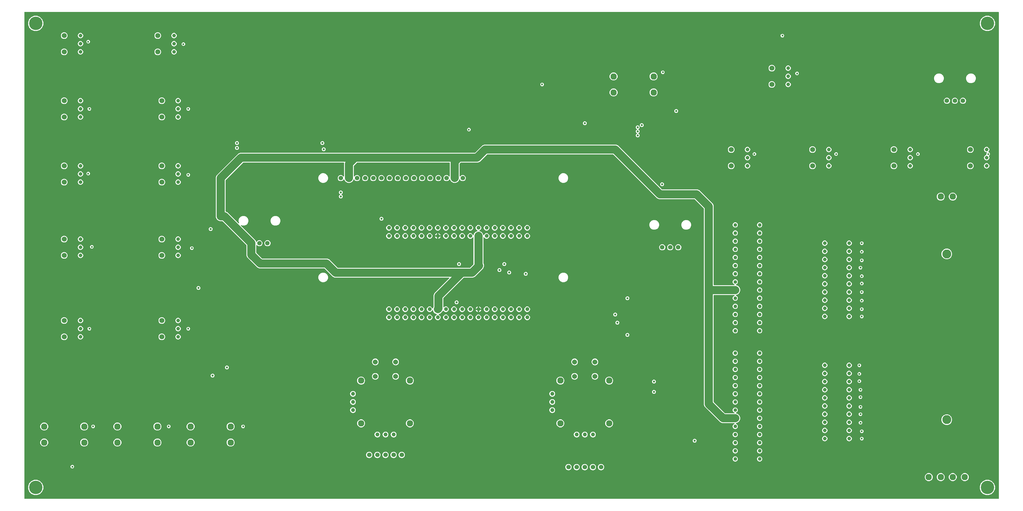
<source format=gbr>
G04 EAGLE Gerber RS-274X export*
G75*
%MOIN*%
%FSLAX34Y34*%
%LPD*%
%INCopper Layer 15*%
%IPPOS*%
%AMOC8*
5,1,8,0,0,1.08239X$1,22.5*%
G01*
%ADD10C,0.049000*%
%ADD11C,0.077165*%
%ADD12C,0.055118*%
%ADD13C,0.060630*%
%ADD14C,0.077000*%
%ADD15C,0.056000*%
%ADD16C,0.110236*%
%ADD17C,0.044094*%
%ADD18C,0.044800*%
%ADD19C,0.061600*%
%ADD20C,0.165000*%
%ADD21C,0.024000*%
%ADD22C,0.025780*%
%ADD23C,0.100000*%

G36*
X119855Y101D02*
X119855Y101D01*
X119860Y102D01*
X119861Y102D01*
X119862Y102D01*
X119867Y104D01*
X119872Y106D01*
X119873Y106D01*
X119874Y107D01*
X119878Y110D01*
X119882Y113D01*
X119883Y114D01*
X119884Y114D01*
X119887Y118D01*
X119890Y122D01*
X119891Y123D01*
X119892Y124D01*
X119894Y128D01*
X119896Y133D01*
X119896Y134D01*
X119897Y135D01*
X119899Y147D01*
X119899Y149D01*
X119899Y150D01*
X119899Y59850D01*
X119899Y59855D01*
X119898Y59860D01*
X119898Y59861D01*
X119898Y59862D01*
X119896Y59867D01*
X119894Y59872D01*
X119894Y59873D01*
X119893Y59874D01*
X119890Y59878D01*
X119887Y59882D01*
X119886Y59883D01*
X119886Y59884D01*
X119882Y59887D01*
X119878Y59890D01*
X119877Y59891D01*
X119876Y59892D01*
X119872Y59894D01*
X119867Y59896D01*
X119866Y59896D01*
X119865Y59897D01*
X119853Y59899D01*
X119851Y59899D01*
X119850Y59899D01*
X150Y59899D01*
X145Y59899D01*
X140Y59898D01*
X139Y59898D01*
X138Y59898D01*
X133Y59896D01*
X128Y59894D01*
X127Y59894D01*
X126Y59893D01*
X122Y59890D01*
X118Y59887D01*
X117Y59886D01*
X116Y59886D01*
X113Y59882D01*
X110Y59878D01*
X109Y59877D01*
X108Y59876D01*
X106Y59872D01*
X104Y59867D01*
X104Y59866D01*
X103Y59865D01*
X101Y59853D01*
X101Y59851D01*
X101Y59850D01*
X101Y150D01*
X101Y145D01*
X102Y140D01*
X102Y139D01*
X102Y138D01*
X104Y133D01*
X106Y128D01*
X106Y127D01*
X107Y126D01*
X110Y122D01*
X113Y118D01*
X114Y117D01*
X114Y116D01*
X118Y113D01*
X122Y110D01*
X123Y109D01*
X124Y108D01*
X128Y106D01*
X133Y104D01*
X134Y104D01*
X135Y103D01*
X147Y101D01*
X149Y101D01*
X150Y101D01*
X119850Y101D01*
X119855Y101D01*
G37*
%LPC*%
G36*
X87436Y8679D02*
X87436Y8679D01*
X87318Y8728D01*
X87228Y8818D01*
X87179Y8936D01*
X87179Y9064D01*
X87228Y9182D01*
X87318Y9272D01*
X87396Y9304D01*
X87398Y9306D01*
X87401Y9307D01*
X87404Y9309D01*
X87407Y9311D01*
X87409Y9313D01*
X87411Y9314D01*
X87413Y9317D01*
X87415Y9319D01*
X87417Y9322D01*
X87419Y9324D01*
X87420Y9327D01*
X87422Y9330D01*
X87423Y9333D01*
X87424Y9335D01*
X87424Y9339D01*
X87425Y9342D01*
X87426Y9345D01*
X87426Y9347D01*
X87426Y9351D01*
X87426Y9354D01*
X87425Y9357D01*
X87425Y9360D01*
X87424Y9363D01*
X87423Y9366D01*
X87422Y9369D01*
X87421Y9372D01*
X87419Y9374D01*
X87418Y9378D01*
X87416Y9380D01*
X87414Y9382D01*
X87412Y9384D01*
X87410Y9387D01*
X87407Y9388D01*
X87405Y9390D01*
X87402Y9392D01*
X87399Y9394D01*
X87397Y9395D01*
X87394Y9396D01*
X87392Y9397D01*
X87388Y9398D01*
X87379Y9399D01*
X87377Y9399D01*
X85880Y9399D01*
X85660Y9491D01*
X83741Y11410D01*
X83649Y11630D01*
X83649Y35731D01*
X83649Y35735D01*
X83649Y35739D01*
X83648Y35741D01*
X83648Y35743D01*
X83646Y35747D01*
X83645Y35751D01*
X83644Y35752D01*
X83643Y35755D01*
X83636Y35765D01*
X83635Y35765D01*
X83635Y35766D01*
X82516Y36885D01*
X82512Y36887D01*
X82509Y36890D01*
X82507Y36891D01*
X82506Y36892D01*
X82502Y36894D01*
X82498Y36896D01*
X82497Y36896D01*
X82494Y36897D01*
X82482Y36899D01*
X82481Y36899D01*
X78130Y36899D01*
X77910Y36991D01*
X72516Y42385D01*
X72512Y42387D01*
X72509Y42390D01*
X72507Y42391D01*
X72506Y42392D01*
X72502Y42394D01*
X72498Y42396D01*
X72497Y42396D01*
X72494Y42397D01*
X72482Y42399D01*
X72481Y42399D01*
X57019Y42399D01*
X57015Y42399D01*
X57011Y42399D01*
X57009Y42398D01*
X57007Y42398D01*
X57003Y42396D01*
X56999Y42395D01*
X56998Y42394D01*
X56995Y42393D01*
X56985Y42386D01*
X56985Y42385D01*
X56984Y42385D01*
X56090Y41491D01*
X55869Y41399D01*
X53769Y41399D01*
X53765Y41399D01*
X53761Y41399D01*
X53759Y41398D01*
X53757Y41398D01*
X53753Y41396D01*
X53749Y41395D01*
X53748Y41394D01*
X53745Y41393D01*
X53735Y41386D01*
X53735Y41385D01*
X53734Y41385D01*
X53615Y41266D01*
X53613Y41262D01*
X53610Y41259D01*
X53609Y41257D01*
X53608Y41256D01*
X53606Y41252D01*
X53604Y41248D01*
X53604Y41247D01*
X53603Y41244D01*
X53601Y41232D01*
X53601Y41231D01*
X53601Y39752D01*
X53601Y39746D01*
X53602Y39741D01*
X53602Y39740D01*
X53604Y39734D01*
X53606Y39729D01*
X53607Y39729D01*
X53607Y39728D01*
X53610Y39723D01*
X53613Y39719D01*
X53614Y39718D01*
X53619Y39714D01*
X53623Y39711D01*
X53624Y39710D01*
X53629Y39708D01*
X53634Y39705D01*
X53635Y39705D01*
X53641Y39704D01*
X53646Y39703D01*
X53647Y39703D01*
X53653Y39703D01*
X53659Y39703D01*
X53659Y39704D01*
X53660Y39704D01*
X53665Y39705D01*
X53670Y39707D01*
X53671Y39707D01*
X53672Y39708D01*
X53682Y39714D01*
X53684Y39716D01*
X53685Y39717D01*
X53787Y39819D01*
X53925Y39876D01*
X54075Y39876D01*
X54213Y39819D01*
X54319Y39713D01*
X54376Y39575D01*
X54376Y39425D01*
X54319Y39287D01*
X54213Y39181D01*
X54075Y39124D01*
X53925Y39124D01*
X53787Y39181D01*
X53681Y39287D01*
X53667Y39321D01*
X53664Y39326D01*
X53662Y39330D01*
X53661Y39331D01*
X53657Y39335D01*
X53653Y39340D01*
X53652Y39340D01*
X53647Y39343D01*
X53643Y39346D01*
X53642Y39346D01*
X53641Y39347D01*
X53636Y39348D01*
X53631Y39350D01*
X53630Y39350D01*
X53624Y39351D01*
X53618Y39351D01*
X53617Y39351D01*
X53612Y39350D01*
X53606Y39349D01*
X53606Y39348D01*
X53605Y39348D01*
X53600Y39346D01*
X53595Y39343D01*
X53594Y39343D01*
X53590Y39339D01*
X53585Y39335D01*
X53585Y39334D01*
X53578Y39324D01*
X53577Y39322D01*
X53576Y39321D01*
X53509Y39160D01*
X53340Y38991D01*
X53119Y38899D01*
X52880Y38899D01*
X52660Y38991D01*
X52491Y39160D01*
X52424Y39321D01*
X52421Y39325D01*
X52419Y39330D01*
X52418Y39331D01*
X52414Y39335D01*
X52410Y39340D01*
X52409Y39340D01*
X52404Y39343D01*
X52400Y39346D01*
X52399Y39346D01*
X52399Y39347D01*
X52393Y39348D01*
X52388Y39350D01*
X52387Y39350D01*
X52381Y39351D01*
X52376Y39351D01*
X52375Y39351D01*
X52374Y39351D01*
X52369Y39350D01*
X52363Y39349D01*
X52363Y39348D01*
X52362Y39348D01*
X52357Y39346D01*
X52352Y39343D01*
X52351Y39343D01*
X52347Y39339D01*
X52343Y39335D01*
X52342Y39335D01*
X52342Y39334D01*
X52335Y39324D01*
X52334Y39322D01*
X52333Y39321D01*
X52319Y39287D01*
X52213Y39181D01*
X52075Y39124D01*
X51925Y39124D01*
X51787Y39181D01*
X51681Y39287D01*
X51624Y39425D01*
X51624Y39575D01*
X51681Y39713D01*
X51787Y39819D01*
X51925Y39876D01*
X52075Y39876D01*
X52213Y39819D01*
X52315Y39717D01*
X52320Y39714D01*
X52324Y39710D01*
X52325Y39709D01*
X52330Y39707D01*
X52335Y39705D01*
X52336Y39705D01*
X52342Y39704D01*
X52347Y39703D01*
X52348Y39703D01*
X52349Y39703D01*
X52354Y39703D01*
X52360Y39704D01*
X52361Y39704D01*
X52366Y39706D01*
X52372Y39708D01*
X52373Y39708D01*
X52377Y39711D01*
X52382Y39714D01*
X52382Y39715D01*
X52383Y39715D01*
X52387Y39719D01*
X52390Y39724D01*
X52391Y39724D01*
X52391Y39725D01*
X52394Y39730D01*
X52396Y39735D01*
X52397Y39736D01*
X52399Y39748D01*
X52399Y39750D01*
X52399Y39752D01*
X52399Y41350D01*
X52399Y41355D01*
X52398Y41360D01*
X52398Y41361D01*
X52398Y41362D01*
X52396Y41367D01*
X52394Y41372D01*
X52394Y41373D01*
X52393Y41374D01*
X52390Y41378D01*
X52387Y41382D01*
X52386Y41383D01*
X52386Y41384D01*
X52382Y41387D01*
X52378Y41390D01*
X52377Y41391D01*
X52376Y41392D01*
X52372Y41394D01*
X52367Y41396D01*
X52366Y41396D01*
X52365Y41397D01*
X52353Y41399D01*
X52351Y41399D01*
X52350Y41399D01*
X41019Y41399D01*
X41015Y41399D01*
X41011Y41399D01*
X41009Y41398D01*
X41007Y41398D01*
X41003Y41396D01*
X40999Y41395D01*
X40998Y41394D01*
X40995Y41393D01*
X40985Y41386D01*
X40985Y41385D01*
X40984Y41385D01*
X40615Y41016D01*
X40613Y41012D01*
X40610Y41009D01*
X40609Y41007D01*
X40608Y41006D01*
X40606Y41002D01*
X40604Y40998D01*
X40604Y40997D01*
X40603Y40994D01*
X40601Y40982D01*
X40601Y40981D01*
X40601Y39752D01*
X40601Y39746D01*
X40602Y39741D01*
X40602Y39740D01*
X40604Y39734D01*
X40606Y39729D01*
X40607Y39729D01*
X40607Y39728D01*
X40610Y39723D01*
X40613Y39719D01*
X40614Y39718D01*
X40619Y39714D01*
X40623Y39711D01*
X40624Y39710D01*
X40629Y39708D01*
X40634Y39705D01*
X40635Y39705D01*
X40641Y39704D01*
X40646Y39703D01*
X40647Y39703D01*
X40653Y39703D01*
X40659Y39703D01*
X40659Y39704D01*
X40660Y39704D01*
X40665Y39705D01*
X40670Y39707D01*
X40671Y39707D01*
X40672Y39708D01*
X40682Y39714D01*
X40684Y39716D01*
X40685Y39717D01*
X40787Y39819D01*
X40925Y39876D01*
X41075Y39876D01*
X41213Y39819D01*
X41319Y39713D01*
X41376Y39575D01*
X41376Y39425D01*
X41319Y39287D01*
X41213Y39181D01*
X41075Y39124D01*
X40925Y39124D01*
X40787Y39181D01*
X40681Y39287D01*
X40667Y39321D01*
X40664Y39325D01*
X40662Y39330D01*
X40661Y39331D01*
X40657Y39335D01*
X40653Y39340D01*
X40652Y39340D01*
X40647Y39343D01*
X40643Y39346D01*
X40642Y39346D01*
X40641Y39347D01*
X40636Y39348D01*
X40631Y39350D01*
X40630Y39350D01*
X40624Y39351D01*
X40618Y39351D01*
X40617Y39351D01*
X40612Y39350D01*
X40606Y39349D01*
X40606Y39348D01*
X40605Y39348D01*
X40600Y39346D01*
X40595Y39343D01*
X40594Y39343D01*
X40590Y39339D01*
X40585Y39335D01*
X40585Y39334D01*
X40578Y39324D01*
X40577Y39322D01*
X40576Y39321D01*
X40509Y39160D01*
X40340Y38991D01*
X40119Y38899D01*
X39880Y38899D01*
X39660Y38991D01*
X39491Y39160D01*
X39424Y39321D01*
X39421Y39325D01*
X39419Y39330D01*
X39418Y39331D01*
X39414Y39335D01*
X39410Y39340D01*
X39409Y39340D01*
X39404Y39343D01*
X39400Y39346D01*
X39399Y39346D01*
X39399Y39347D01*
X39393Y39348D01*
X39388Y39350D01*
X39387Y39350D01*
X39381Y39351D01*
X39376Y39351D01*
X39375Y39351D01*
X39374Y39351D01*
X39369Y39350D01*
X39363Y39349D01*
X39363Y39348D01*
X39362Y39348D01*
X39357Y39346D01*
X39352Y39343D01*
X39351Y39343D01*
X39347Y39339D01*
X39343Y39335D01*
X39342Y39335D01*
X39342Y39334D01*
X39335Y39324D01*
X39334Y39322D01*
X39333Y39321D01*
X39319Y39287D01*
X39213Y39181D01*
X39075Y39124D01*
X38925Y39124D01*
X38787Y39181D01*
X38681Y39287D01*
X38624Y39425D01*
X38624Y39575D01*
X38681Y39713D01*
X38787Y39819D01*
X38925Y39876D01*
X39075Y39876D01*
X39213Y39819D01*
X39315Y39717D01*
X39320Y39714D01*
X39324Y39710D01*
X39325Y39709D01*
X39330Y39707D01*
X39335Y39705D01*
X39336Y39705D01*
X39342Y39704D01*
X39347Y39703D01*
X39348Y39703D01*
X39349Y39703D01*
X39354Y39703D01*
X39360Y39704D01*
X39361Y39704D01*
X39366Y39706D01*
X39372Y39708D01*
X39373Y39708D01*
X39377Y39711D01*
X39382Y39714D01*
X39382Y39715D01*
X39383Y39715D01*
X39387Y39719D01*
X39390Y39724D01*
X39391Y39724D01*
X39391Y39725D01*
X39394Y39730D01*
X39396Y39735D01*
X39397Y39736D01*
X39399Y39748D01*
X39399Y39750D01*
X39399Y39752D01*
X39399Y41350D01*
X39399Y41355D01*
X39398Y41360D01*
X39398Y41361D01*
X39398Y41362D01*
X39396Y41367D01*
X39394Y41372D01*
X39394Y41373D01*
X39393Y41374D01*
X39390Y41378D01*
X39387Y41382D01*
X39386Y41383D01*
X39386Y41384D01*
X39382Y41387D01*
X39378Y41390D01*
X39377Y41391D01*
X39376Y41392D01*
X39372Y41394D01*
X39367Y41396D01*
X39366Y41396D01*
X39365Y41397D01*
X39353Y41399D01*
X39351Y41399D01*
X39350Y41399D01*
X27019Y41399D01*
X27015Y41399D01*
X27011Y41399D01*
X27009Y41398D01*
X27007Y41398D01*
X27003Y41396D01*
X26999Y41395D01*
X26998Y41394D01*
X26995Y41393D01*
X26985Y41386D01*
X26985Y41385D01*
X26984Y41385D01*
X24865Y39266D01*
X24863Y39262D01*
X24860Y39259D01*
X24859Y39257D01*
X24858Y39256D01*
X24856Y39252D01*
X24854Y39248D01*
X24854Y39247D01*
X24853Y39244D01*
X24851Y39232D01*
X24851Y39231D01*
X24851Y35427D01*
X24851Y35426D01*
X24851Y35424D01*
X24852Y35420D01*
X24852Y35415D01*
X24853Y35414D01*
X24853Y35412D01*
X24855Y35408D01*
X24857Y35403D01*
X24858Y35402D01*
X24858Y35401D01*
X24861Y35397D01*
X24864Y35393D01*
X24865Y35392D01*
X24866Y35391D01*
X24869Y35390D01*
X24874Y35385D01*
X24879Y35383D01*
X24881Y35382D01*
X25056Y35309D01*
X25232Y35133D01*
X26413Y33952D01*
X26415Y33951D01*
X26417Y33949D01*
X26420Y33947D01*
X26423Y33945D01*
X26425Y33944D01*
X26428Y33942D01*
X26431Y33941D01*
X26434Y33940D01*
X26437Y33939D01*
X26440Y33939D01*
X26443Y33939D01*
X26446Y33938D01*
X26449Y33938D01*
X26452Y33938D01*
X26455Y33939D01*
X26459Y33939D01*
X26461Y33940D01*
X26464Y33941D01*
X26467Y33942D01*
X26470Y33944D01*
X26473Y33945D01*
X26475Y33946D01*
X26478Y33949D01*
X26481Y33951D01*
X26483Y33953D01*
X26485Y33955D01*
X26487Y33957D01*
X26489Y33960D01*
X26490Y33963D01*
X26492Y33965D01*
X26493Y33968D01*
X26494Y33971D01*
X26495Y33974D01*
X26496Y33977D01*
X26496Y33980D01*
X26497Y33983D01*
X26497Y33986D01*
X26497Y33989D01*
X26496Y33991D01*
X26496Y33996D01*
X26494Y34004D01*
X26493Y34006D01*
X26439Y34138D01*
X26439Y34374D01*
X26529Y34592D01*
X26696Y34759D01*
X26914Y34849D01*
X27149Y34849D01*
X27367Y34759D01*
X27534Y34592D01*
X27624Y34374D01*
X27624Y34138D01*
X27534Y33920D01*
X27367Y33753D01*
X27149Y33663D01*
X26914Y33663D01*
X26782Y33718D01*
X26779Y33718D01*
X26776Y33720D01*
X26773Y33720D01*
X26770Y33721D01*
X26767Y33721D01*
X26764Y33721D01*
X26761Y33721D01*
X26757Y33721D01*
X26755Y33720D01*
X26752Y33720D01*
X26749Y33719D01*
X26745Y33718D01*
X26743Y33717D01*
X26740Y33716D01*
X26737Y33714D01*
X26734Y33712D01*
X26732Y33710D01*
X26730Y33709D01*
X26728Y33706D01*
X26725Y33704D01*
X26724Y33701D01*
X26722Y33699D01*
X26720Y33696D01*
X26718Y33693D01*
X26717Y33691D01*
X26716Y33688D01*
X26716Y33685D01*
X26714Y33682D01*
X26714Y33679D01*
X26714Y33676D01*
X26714Y33673D01*
X26714Y33669D01*
X26714Y33666D01*
X26714Y33664D01*
X26715Y33660D01*
X26716Y33657D01*
X26717Y33654D01*
X26718Y33652D01*
X26719Y33650D01*
X26721Y33646D01*
X26727Y33639D01*
X26728Y33637D01*
X28525Y31840D01*
X28584Y31698D01*
X28584Y31697D01*
X28585Y31697D01*
X28587Y31694D01*
X28589Y31689D01*
X28590Y31688D01*
X28594Y31684D01*
X28598Y31680D01*
X28598Y31679D01*
X28599Y31679D01*
X28603Y31676D01*
X28608Y31673D01*
X28609Y31673D01*
X28609Y31672D01*
X28615Y31671D01*
X28620Y31669D01*
X28621Y31669D01*
X28627Y31668D01*
X28632Y31668D01*
X28633Y31668D01*
X28634Y31668D01*
X28639Y31669D01*
X28645Y31670D01*
X28645Y31671D01*
X28646Y31671D01*
X28651Y31673D01*
X28656Y31676D01*
X28657Y31676D01*
X28661Y31680D01*
X28665Y31684D01*
X28666Y31684D01*
X28666Y31685D01*
X28673Y31695D01*
X28674Y31697D01*
X28675Y31698D01*
X28681Y31713D01*
X28787Y31819D01*
X28925Y31876D01*
X29075Y31876D01*
X29213Y31819D01*
X29319Y31713D01*
X29376Y31575D01*
X29376Y31425D01*
X29319Y31287D01*
X29213Y31181D01*
X29075Y31124D01*
X28925Y31124D01*
X28787Y31181D01*
X28701Y31267D01*
X28696Y31271D01*
X28692Y31274D01*
X28691Y31274D01*
X28691Y31275D01*
X28686Y31277D01*
X28681Y31279D01*
X28680Y31279D01*
X28679Y31280D01*
X28674Y31281D01*
X28668Y31282D01*
X28667Y31282D01*
X28661Y31281D01*
X28656Y31281D01*
X28655Y31280D01*
X28649Y31278D01*
X28644Y31277D01*
X28644Y31276D01*
X28643Y31276D01*
X28638Y31273D01*
X28634Y31270D01*
X28633Y31269D01*
X28629Y31265D01*
X28625Y31261D01*
X28625Y31260D01*
X28622Y31255D01*
X28620Y31250D01*
X28620Y31249D01*
X28619Y31248D01*
X28617Y31236D01*
X28617Y31234D01*
X28616Y31232D01*
X28616Y30353D01*
X28617Y30349D01*
X28617Y30345D01*
X28618Y30343D01*
X28618Y30341D01*
X28620Y30337D01*
X28621Y30333D01*
X28622Y30332D01*
X28623Y30330D01*
X28630Y30320D01*
X28631Y30319D01*
X29334Y29615D01*
X29338Y29613D01*
X29341Y29610D01*
X29343Y29609D01*
X29344Y29608D01*
X29348Y29606D01*
X29352Y29604D01*
X29353Y29604D01*
X29356Y29603D01*
X29368Y29601D01*
X29369Y29601D01*
X37369Y29601D01*
X37590Y29509D01*
X38609Y28490D01*
X38613Y28488D01*
X38616Y28485D01*
X38618Y28484D01*
X38619Y28483D01*
X38623Y28481D01*
X38627Y28479D01*
X38628Y28479D01*
X38631Y28478D01*
X38643Y28476D01*
X38644Y28476D01*
X54856Y28476D01*
X54860Y28476D01*
X54864Y28476D01*
X54866Y28477D01*
X54868Y28477D01*
X54872Y28479D01*
X54876Y28480D01*
X54877Y28481D01*
X54880Y28482D01*
X54890Y28489D01*
X54890Y28490D01*
X54891Y28490D01*
X55308Y28908D01*
X55311Y28911D01*
X55314Y28914D01*
X55314Y28916D01*
X55316Y28917D01*
X55317Y28921D01*
X55319Y28925D01*
X55320Y28927D01*
X55321Y28929D01*
X55322Y28941D01*
X55322Y28942D01*
X55322Y32203D01*
X55322Y32205D01*
X55322Y32208D01*
X55321Y32211D01*
X55321Y32215D01*
X55320Y32217D01*
X55319Y32220D01*
X55318Y32223D01*
X55316Y32226D01*
X55315Y32229D01*
X55313Y32231D01*
X55311Y32234D01*
X55309Y32236D01*
X55307Y32238D01*
X55305Y32240D01*
X55302Y32242D01*
X55299Y32244D01*
X55297Y32245D01*
X55294Y32247D01*
X55291Y32248D01*
X55288Y32250D01*
X55285Y32250D01*
X55283Y32251D01*
X55279Y32251D01*
X55276Y32252D01*
X55273Y32252D01*
X55270Y32252D01*
X55267Y32251D01*
X55263Y32251D01*
X55261Y32250D01*
X55258Y32249D01*
X55255Y32248D01*
X55252Y32247D01*
X55249Y32245D01*
X55247Y32244D01*
X55244Y32242D01*
X55241Y32240D01*
X55239Y32238D01*
X55237Y32236D01*
X55236Y32234D01*
X55233Y32231D01*
X55229Y32223D01*
X55228Y32221D01*
X55216Y32194D01*
X55119Y32097D01*
X54992Y32044D01*
X54854Y32044D01*
X54727Y32097D01*
X54630Y32194D01*
X54577Y32321D01*
X54577Y32459D01*
X54630Y32586D01*
X54727Y32683D01*
X54854Y32736D01*
X54992Y32736D01*
X55119Y32683D01*
X55216Y32586D01*
X55240Y32529D01*
X55242Y32524D01*
X55245Y32519D01*
X55246Y32519D01*
X55246Y32518D01*
X55250Y32514D01*
X55254Y32510D01*
X55255Y32509D01*
X55259Y32507D01*
X55264Y32504D01*
X55265Y32503D01*
X55271Y32501D01*
X55276Y32500D01*
X55277Y32499D01*
X55283Y32499D01*
X55288Y32499D01*
X55289Y32499D01*
X55290Y32499D01*
X55295Y32500D01*
X55300Y32501D01*
X55301Y32501D01*
X55302Y32502D01*
X55307Y32504D01*
X55312Y32506D01*
X55312Y32507D01*
X55313Y32507D01*
X55317Y32511D01*
X55321Y32514D01*
X55322Y32515D01*
X55329Y32526D01*
X55330Y32528D01*
X55331Y32529D01*
X55414Y32730D01*
X55583Y32899D01*
X55784Y32982D01*
X55789Y32985D01*
X55794Y32988D01*
X55795Y32988D01*
X55799Y32992D01*
X55803Y32996D01*
X55803Y32997D01*
X55804Y32997D01*
X55806Y33002D01*
X55809Y33007D01*
X55810Y33007D01*
X55810Y33008D01*
X55812Y33013D01*
X55813Y33018D01*
X55813Y33019D01*
X55814Y33020D01*
X55814Y33025D01*
X55814Y33031D01*
X55814Y33032D01*
X55813Y33038D01*
X55812Y33043D01*
X55812Y33044D01*
X55811Y33044D01*
X55809Y33049D01*
X55807Y33054D01*
X55806Y33055D01*
X55802Y33060D01*
X55799Y33064D01*
X55798Y33064D01*
X55798Y33065D01*
X55787Y33072D01*
X55785Y33072D01*
X55784Y33073D01*
X55727Y33097D01*
X55630Y33194D01*
X55577Y33321D01*
X55577Y33459D01*
X55630Y33586D01*
X55727Y33683D01*
X55854Y33736D01*
X55992Y33736D01*
X56119Y33683D01*
X56216Y33586D01*
X56269Y33459D01*
X56269Y33321D01*
X56216Y33194D01*
X56119Y33097D01*
X56063Y33073D01*
X56058Y33071D01*
X56053Y33068D01*
X56052Y33067D01*
X56048Y33063D01*
X56044Y33059D01*
X56043Y33059D01*
X56043Y33058D01*
X56040Y33054D01*
X56037Y33049D01*
X56037Y33048D01*
X56036Y33048D01*
X56035Y33042D01*
X56033Y33037D01*
X56033Y33036D01*
X56033Y33030D01*
X56032Y33025D01*
X56032Y33024D01*
X56032Y33023D01*
X56034Y33018D01*
X56035Y33013D01*
X56035Y33012D01*
X56035Y33011D01*
X56038Y33006D01*
X56040Y33001D01*
X56041Y33000D01*
X56044Y32996D01*
X56048Y32992D01*
X56048Y32991D01*
X56049Y32991D01*
X56059Y32984D01*
X56061Y32983D01*
X56063Y32982D01*
X56264Y32899D01*
X56433Y32730D01*
X56516Y32529D01*
X56518Y32524D01*
X56521Y32519D01*
X56522Y32519D01*
X56522Y32518D01*
X56526Y32514D01*
X56530Y32510D01*
X56531Y32509D01*
X56535Y32507D01*
X56540Y32504D01*
X56541Y32503D01*
X56547Y32501D01*
X56552Y32500D01*
X56553Y32499D01*
X56559Y32499D01*
X56564Y32499D01*
X56565Y32499D01*
X56566Y32499D01*
X56571Y32500D01*
X56576Y32501D01*
X56577Y32501D01*
X56578Y32502D01*
X56583Y32504D01*
X56588Y32506D01*
X56588Y32507D01*
X56589Y32507D01*
X56593Y32511D01*
X56597Y32514D01*
X56598Y32515D01*
X56605Y32526D01*
X56606Y32528D01*
X56607Y32529D01*
X56630Y32586D01*
X56727Y32683D01*
X56854Y32736D01*
X56992Y32736D01*
X57119Y32683D01*
X57216Y32586D01*
X57269Y32459D01*
X57269Y32321D01*
X57216Y32194D01*
X57119Y32097D01*
X56992Y32044D01*
X56854Y32044D01*
X56727Y32097D01*
X56630Y32194D01*
X56619Y32221D01*
X56617Y32224D01*
X56616Y32226D01*
X56614Y32229D01*
X56613Y32232D01*
X56611Y32234D01*
X56609Y32236D01*
X56606Y32239D01*
X56604Y32241D01*
X56601Y32243D01*
X56599Y32244D01*
X56596Y32246D01*
X56593Y32248D01*
X56591Y32248D01*
X56588Y32250D01*
X56585Y32250D01*
X56581Y32251D01*
X56579Y32251D01*
X56576Y32252D01*
X56572Y32251D01*
X56569Y32252D01*
X56566Y32251D01*
X56563Y32251D01*
X56560Y32250D01*
X56557Y32249D01*
X56554Y32248D01*
X56552Y32247D01*
X56549Y32245D01*
X56546Y32243D01*
X56544Y32242D01*
X56541Y32240D01*
X56539Y32237D01*
X56536Y32235D01*
X56535Y32233D01*
X56533Y32231D01*
X56531Y32228D01*
X56529Y32225D01*
X56528Y32222D01*
X56527Y32220D01*
X56527Y32217D01*
X56525Y32213D01*
X56524Y32205D01*
X56524Y32203D01*
X56524Y29065D01*
X56524Y29064D01*
X56524Y29063D01*
X56524Y29061D01*
X56526Y29052D01*
X56527Y29048D01*
X56528Y29046D01*
X56601Y28869D01*
X56601Y28631D01*
X56509Y28410D01*
X55641Y27542D01*
X55465Y27366D01*
X55244Y27274D01*
X54144Y27274D01*
X54140Y27274D01*
X54136Y27274D01*
X54134Y27273D01*
X54132Y27273D01*
X54128Y27271D01*
X54124Y27270D01*
X54123Y27269D01*
X54120Y27268D01*
X54110Y27261D01*
X54110Y27260D01*
X54109Y27260D01*
X51615Y24766D01*
X51613Y24762D01*
X51610Y24759D01*
X51609Y24757D01*
X51608Y24756D01*
X51606Y24752D01*
X51604Y24748D01*
X51604Y24747D01*
X51603Y24744D01*
X51601Y24732D01*
X51601Y24731D01*
X51601Y23675D01*
X51601Y23670D01*
X51602Y23664D01*
X51602Y23663D01*
X51604Y23658D01*
X51606Y23652D01*
X51607Y23652D01*
X51607Y23651D01*
X51610Y23647D01*
X51613Y23642D01*
X51614Y23642D01*
X51614Y23641D01*
X51619Y23638D01*
X51623Y23634D01*
X51624Y23633D01*
X51629Y23631D01*
X51634Y23629D01*
X51635Y23628D01*
X51641Y23627D01*
X51646Y23626D01*
X51647Y23626D01*
X51653Y23626D01*
X51659Y23627D01*
X51660Y23627D01*
X51665Y23629D01*
X51670Y23630D01*
X51671Y23631D01*
X51672Y23631D01*
X51682Y23638D01*
X51684Y23639D01*
X51685Y23640D01*
X51727Y23683D01*
X51854Y23736D01*
X51992Y23736D01*
X52119Y23683D01*
X52216Y23586D01*
X52269Y23459D01*
X52269Y23321D01*
X52216Y23194D01*
X52119Y23097D01*
X51992Y23044D01*
X51854Y23044D01*
X51727Y23097D01*
X51630Y23194D01*
X51629Y23196D01*
X51626Y23201D01*
X51624Y23206D01*
X51623Y23206D01*
X51623Y23207D01*
X51619Y23211D01*
X51615Y23215D01*
X51614Y23216D01*
X51610Y23219D01*
X51605Y23222D01*
X51604Y23222D01*
X51598Y23224D01*
X51593Y23226D01*
X51592Y23226D01*
X51586Y23226D01*
X51581Y23226D01*
X51580Y23226D01*
X51579Y23226D01*
X51574Y23225D01*
X51569Y23224D01*
X51568Y23224D01*
X51567Y23224D01*
X51562Y23221D01*
X51557Y23219D01*
X51557Y23218D01*
X51556Y23218D01*
X51552Y23214D01*
X51548Y23211D01*
X51547Y23210D01*
X51540Y23200D01*
X51539Y23197D01*
X51538Y23196D01*
X51509Y23126D01*
X51264Y22880D01*
X51063Y22797D01*
X51058Y22795D01*
X51053Y22792D01*
X51052Y22791D01*
X51048Y22787D01*
X51044Y22783D01*
X51043Y22783D01*
X51043Y22782D01*
X51040Y22778D01*
X51037Y22773D01*
X51037Y22772D01*
X51036Y22772D01*
X51035Y22766D01*
X51033Y22761D01*
X51033Y22760D01*
X51033Y22754D01*
X51032Y22749D01*
X51032Y22748D01*
X51032Y22747D01*
X51034Y22742D01*
X51035Y22737D01*
X51035Y22736D01*
X51035Y22735D01*
X51038Y22730D01*
X51040Y22725D01*
X51041Y22724D01*
X51044Y22720D01*
X51048Y22716D01*
X51048Y22715D01*
X51049Y22715D01*
X51059Y22708D01*
X51061Y22707D01*
X51063Y22706D01*
X51119Y22683D01*
X51216Y22586D01*
X51269Y22459D01*
X51269Y22321D01*
X51216Y22194D01*
X51119Y22097D01*
X50992Y22044D01*
X50854Y22044D01*
X50727Y22097D01*
X50630Y22194D01*
X50577Y22321D01*
X50577Y22459D01*
X50630Y22586D01*
X50727Y22683D01*
X50784Y22706D01*
X50789Y22709D01*
X50794Y22712D01*
X50795Y22712D01*
X50799Y22716D01*
X50803Y22720D01*
X50803Y22721D01*
X50804Y22721D01*
X50806Y22726D01*
X50809Y22731D01*
X50810Y22731D01*
X50810Y22732D01*
X50812Y22737D01*
X50813Y22742D01*
X50813Y22743D01*
X50814Y22744D01*
X50814Y22749D01*
X50814Y22755D01*
X50814Y22756D01*
X50813Y22762D01*
X50812Y22767D01*
X50812Y22768D01*
X50811Y22768D01*
X50809Y22773D01*
X50807Y22778D01*
X50806Y22779D01*
X50802Y22783D01*
X50799Y22788D01*
X50798Y22788D01*
X50798Y22789D01*
X50787Y22796D01*
X50785Y22796D01*
X50784Y22797D01*
X50583Y22880D01*
X50414Y23049D01*
X50331Y23250D01*
X50328Y23255D01*
X50325Y23260D01*
X50325Y23261D01*
X50321Y23265D01*
X50317Y23269D01*
X50316Y23270D01*
X50311Y23273D01*
X50306Y23276D01*
X50305Y23277D01*
X50300Y23278D01*
X50295Y23280D01*
X50294Y23280D01*
X50293Y23280D01*
X50288Y23280D01*
X50282Y23281D01*
X50281Y23281D01*
X50275Y23279D01*
X50270Y23278D01*
X50269Y23278D01*
X50264Y23275D01*
X50259Y23273D01*
X50258Y23273D01*
X50258Y23272D01*
X50253Y23269D01*
X50249Y23265D01*
X50248Y23264D01*
X50241Y23254D01*
X50241Y23252D01*
X50240Y23250D01*
X50216Y23194D01*
X50119Y23097D01*
X49992Y23044D01*
X49854Y23044D01*
X49727Y23097D01*
X49630Y23194D01*
X49577Y23321D01*
X49577Y23459D01*
X49630Y23586D01*
X49727Y23683D01*
X49854Y23736D01*
X49992Y23736D01*
X50119Y23683D01*
X50216Y23586D01*
X50240Y23529D01*
X50242Y23524D01*
X50245Y23519D01*
X50246Y23519D01*
X50246Y23518D01*
X50250Y23514D01*
X50254Y23510D01*
X50255Y23509D01*
X50259Y23507D01*
X50264Y23504D01*
X50265Y23503D01*
X50271Y23501D01*
X50276Y23500D01*
X50277Y23499D01*
X50283Y23499D01*
X50288Y23499D01*
X50289Y23499D01*
X50290Y23499D01*
X50295Y23500D01*
X50300Y23501D01*
X50301Y23501D01*
X50302Y23502D01*
X50307Y23504D01*
X50312Y23506D01*
X50312Y23507D01*
X50313Y23507D01*
X50317Y23511D01*
X50321Y23514D01*
X50322Y23515D01*
X50329Y23526D01*
X50330Y23528D01*
X50331Y23529D01*
X50396Y23686D01*
X50396Y23687D01*
X50397Y23689D01*
X50399Y23698D01*
X50399Y23702D01*
X50399Y23704D01*
X50399Y25119D01*
X50491Y25340D01*
X52341Y27190D01*
X52344Y27195D01*
X52348Y27199D01*
X52348Y27200D01*
X52350Y27205D01*
X52353Y27210D01*
X52353Y27211D01*
X52354Y27217D01*
X52355Y27222D01*
X52355Y27223D01*
X52355Y27224D01*
X52354Y27229D01*
X52354Y27235D01*
X52354Y27236D01*
X52352Y27241D01*
X52350Y27247D01*
X52349Y27248D01*
X52346Y27252D01*
X52343Y27257D01*
X52342Y27258D01*
X52338Y27262D01*
X52334Y27265D01*
X52333Y27266D01*
X52328Y27269D01*
X52323Y27271D01*
X52322Y27271D01*
X52322Y27272D01*
X52310Y27274D01*
X52307Y27274D01*
X52306Y27274D01*
X38255Y27274D01*
X38035Y27366D01*
X37016Y28385D01*
X37012Y28387D01*
X37009Y28390D01*
X37007Y28391D01*
X37006Y28392D01*
X37002Y28394D01*
X36998Y28396D01*
X36997Y28396D01*
X36994Y28397D01*
X36982Y28399D01*
X36981Y28399D01*
X28980Y28399D01*
X28760Y28491D01*
X27506Y29744D01*
X27415Y29965D01*
X27415Y31231D01*
X27414Y31235D01*
X27414Y31239D01*
X27414Y31241D01*
X27413Y31243D01*
X27412Y31247D01*
X27411Y31251D01*
X27410Y31252D01*
X27409Y31255D01*
X27401Y31265D01*
X27401Y31266D01*
X24481Y34185D01*
X24478Y34187D01*
X24475Y34190D01*
X24473Y34191D01*
X24472Y34192D01*
X24468Y34194D01*
X24464Y34196D01*
X24462Y34196D01*
X24460Y34197D01*
X24448Y34199D01*
X24447Y34199D01*
X24130Y34199D01*
X23910Y34291D01*
X23741Y34460D01*
X23649Y34680D01*
X23649Y39619D01*
X23741Y39840D01*
X26410Y42509D01*
X26631Y42601D01*
X55481Y42601D01*
X55485Y42601D01*
X55489Y42601D01*
X55491Y42602D01*
X55493Y42602D01*
X55497Y42604D01*
X55501Y42605D01*
X55502Y42606D01*
X55505Y42607D01*
X55515Y42614D01*
X55515Y42615D01*
X55516Y42615D01*
X56410Y43509D01*
X56631Y43601D01*
X72869Y43601D01*
X73090Y43509D01*
X78484Y38115D01*
X78488Y38113D01*
X78491Y38110D01*
X78493Y38109D01*
X78494Y38108D01*
X78498Y38106D01*
X78502Y38104D01*
X78503Y38104D01*
X78506Y38103D01*
X78518Y38101D01*
X78519Y38101D01*
X82869Y38101D01*
X83090Y38009D01*
X83266Y37833D01*
X84583Y36516D01*
X84759Y36340D01*
X84851Y36119D01*
X84851Y26400D01*
X84851Y26395D01*
X84852Y26390D01*
X84852Y26389D01*
X84852Y26388D01*
X84854Y26383D01*
X84856Y26378D01*
X84856Y26377D01*
X84857Y26376D01*
X84860Y26372D01*
X84863Y26368D01*
X84864Y26367D01*
X84864Y26366D01*
X84868Y26363D01*
X84872Y26360D01*
X84873Y26359D01*
X84874Y26358D01*
X84878Y26356D01*
X84883Y26354D01*
X84884Y26354D01*
X84885Y26353D01*
X84897Y26351D01*
X84899Y26351D01*
X84900Y26351D01*
X87377Y26351D01*
X87380Y26351D01*
X87382Y26351D01*
X87386Y26352D01*
X87389Y26352D01*
X87392Y26353D01*
X87395Y26354D01*
X87398Y26356D01*
X87401Y26357D01*
X87403Y26359D01*
X87405Y26360D01*
X87408Y26362D01*
X87411Y26364D01*
X87413Y26366D01*
X87415Y26368D01*
X87416Y26371D01*
X87419Y26374D01*
X87420Y26376D01*
X87421Y26379D01*
X87422Y26382D01*
X87424Y26385D01*
X87424Y26388D01*
X87425Y26391D01*
X87425Y26394D01*
X87426Y26397D01*
X87426Y26400D01*
X87426Y26403D01*
X87425Y26406D01*
X87425Y26410D01*
X87424Y26412D01*
X87424Y26415D01*
X87422Y26418D01*
X87421Y26422D01*
X87420Y26424D01*
X87418Y26426D01*
X87416Y26429D01*
X87414Y26432D01*
X87412Y26434D01*
X87410Y26436D01*
X87409Y26437D01*
X87405Y26440D01*
X87398Y26444D01*
X87396Y26445D01*
X87318Y26478D01*
X87228Y26568D01*
X87179Y26686D01*
X87179Y26814D01*
X87228Y26932D01*
X87318Y27022D01*
X87436Y27071D01*
X87564Y27071D01*
X87682Y27022D01*
X87772Y26932D01*
X87821Y26814D01*
X87821Y26686D01*
X87772Y26568D01*
X87682Y26478D01*
X87604Y26445D01*
X87602Y26444D01*
X87599Y26443D01*
X87596Y26441D01*
X87593Y26439D01*
X87591Y26437D01*
X87589Y26436D01*
X87587Y26433D01*
X87585Y26431D01*
X87583Y26428D01*
X87581Y26426D01*
X87580Y26423D01*
X87578Y26420D01*
X87577Y26417D01*
X87576Y26415D01*
X87576Y26411D01*
X87575Y26408D01*
X87574Y26405D01*
X87574Y26403D01*
X87574Y26399D01*
X87574Y26396D01*
X87575Y26393D01*
X87575Y26390D01*
X87576Y26387D01*
X87577Y26384D01*
X87578Y26381D01*
X87579Y26378D01*
X87581Y26376D01*
X87582Y26372D01*
X87584Y26370D01*
X87586Y26368D01*
X87588Y26366D01*
X87590Y26363D01*
X87593Y26362D01*
X87595Y26360D01*
X87598Y26358D01*
X87601Y26356D01*
X87603Y26355D01*
X87606Y26354D01*
X87608Y26353D01*
X87612Y26352D01*
X87618Y26351D01*
X87840Y26259D01*
X88009Y26090D01*
X88101Y25869D01*
X88101Y25631D01*
X88009Y25410D01*
X87840Y25241D01*
X87619Y25149D01*
X87618Y25149D01*
X87614Y25148D01*
X87611Y25148D01*
X87608Y25147D01*
X87605Y25146D01*
X87602Y25144D01*
X87599Y25143D01*
X87597Y25141D01*
X87595Y25140D01*
X87592Y25138D01*
X87589Y25136D01*
X87587Y25134D01*
X87585Y25132D01*
X87584Y25129D01*
X87581Y25126D01*
X87580Y25124D01*
X87579Y25121D01*
X87578Y25118D01*
X87576Y25115D01*
X87576Y25112D01*
X87575Y25109D01*
X87575Y25106D01*
X87574Y25103D01*
X87574Y25100D01*
X87574Y25097D01*
X87575Y25094D01*
X87575Y25090D01*
X87576Y25088D01*
X87576Y25085D01*
X87578Y25082D01*
X87579Y25078D01*
X87580Y25076D01*
X87582Y25074D01*
X87584Y25071D01*
X87586Y25068D01*
X87588Y25066D01*
X87590Y25064D01*
X87591Y25063D01*
X87595Y25060D01*
X87602Y25056D01*
X87604Y25054D01*
X87682Y25022D01*
X87772Y24932D01*
X87821Y24814D01*
X87821Y24686D01*
X87772Y24568D01*
X87682Y24478D01*
X87564Y24429D01*
X87436Y24429D01*
X87318Y24478D01*
X87228Y24568D01*
X87179Y24686D01*
X87179Y24814D01*
X87228Y24932D01*
X87318Y25022D01*
X87396Y25054D01*
X87398Y25056D01*
X87401Y25057D01*
X87404Y25059D01*
X87407Y25061D01*
X87409Y25063D01*
X87411Y25064D01*
X87413Y25067D01*
X87415Y25069D01*
X87417Y25072D01*
X87419Y25074D01*
X87420Y25077D01*
X87422Y25080D01*
X87423Y25083D01*
X87424Y25085D01*
X87424Y25089D01*
X87425Y25092D01*
X87426Y25095D01*
X87426Y25097D01*
X87426Y25101D01*
X87426Y25104D01*
X87425Y25107D01*
X87425Y25110D01*
X87424Y25113D01*
X87423Y25116D01*
X87422Y25119D01*
X87421Y25122D01*
X87419Y25124D01*
X87418Y25128D01*
X87416Y25130D01*
X87414Y25132D01*
X87412Y25134D01*
X87410Y25137D01*
X87407Y25138D01*
X87405Y25140D01*
X87402Y25142D01*
X87399Y25144D01*
X87397Y25145D01*
X87394Y25146D01*
X87392Y25147D01*
X87388Y25148D01*
X87379Y25149D01*
X87377Y25149D01*
X84900Y25149D01*
X84895Y25149D01*
X84890Y25148D01*
X84889Y25148D01*
X84888Y25148D01*
X84883Y25146D01*
X84878Y25144D01*
X84877Y25144D01*
X84876Y25143D01*
X84872Y25140D01*
X84868Y25137D01*
X84867Y25136D01*
X84866Y25136D01*
X84863Y25132D01*
X84860Y25128D01*
X84859Y25127D01*
X84858Y25126D01*
X84856Y25122D01*
X84854Y25117D01*
X84854Y25116D01*
X84853Y25115D01*
X84851Y25103D01*
X84851Y25101D01*
X84851Y25100D01*
X84851Y12019D01*
X84851Y12015D01*
X84851Y12011D01*
X84852Y12010D01*
X84852Y12009D01*
X84852Y12007D01*
X84854Y12003D01*
X84855Y11999D01*
X84856Y11998D01*
X84856Y11997D01*
X84857Y11995D01*
X84860Y11991D01*
X84863Y11987D01*
X84864Y11986D01*
X84864Y11985D01*
X84865Y11985D01*
X84865Y11984D01*
X86234Y10615D01*
X86238Y10613D01*
X86241Y10610D01*
X86243Y10609D01*
X86244Y10608D01*
X86248Y10606D01*
X86252Y10604D01*
X86253Y10604D01*
X86256Y10603D01*
X86268Y10601D01*
X86269Y10601D01*
X87377Y10601D01*
X87380Y10601D01*
X87382Y10601D01*
X87386Y10602D01*
X87389Y10602D01*
X87392Y10603D01*
X87395Y10604D01*
X87398Y10606D01*
X87401Y10607D01*
X87403Y10609D01*
X87405Y10610D01*
X87408Y10612D01*
X87411Y10614D01*
X87413Y10616D01*
X87415Y10618D01*
X87416Y10621D01*
X87419Y10624D01*
X87420Y10626D01*
X87421Y10629D01*
X87422Y10632D01*
X87424Y10635D01*
X87424Y10638D01*
X87425Y10641D01*
X87425Y10644D01*
X87426Y10647D01*
X87426Y10650D01*
X87426Y10653D01*
X87425Y10656D01*
X87425Y10660D01*
X87424Y10662D01*
X87424Y10665D01*
X87422Y10668D01*
X87421Y10672D01*
X87420Y10674D01*
X87418Y10676D01*
X87416Y10679D01*
X87414Y10682D01*
X87412Y10684D01*
X87410Y10686D01*
X87409Y10687D01*
X87405Y10690D01*
X87398Y10694D01*
X87396Y10696D01*
X87318Y10728D01*
X87228Y10818D01*
X87179Y10936D01*
X87179Y11064D01*
X87228Y11182D01*
X87318Y11272D01*
X87436Y11321D01*
X87564Y11321D01*
X87682Y11272D01*
X87772Y11182D01*
X87821Y11064D01*
X87821Y10936D01*
X87772Y10818D01*
X87682Y10728D01*
X87604Y10696D01*
X87602Y10694D01*
X87599Y10693D01*
X87596Y10691D01*
X87593Y10689D01*
X87591Y10687D01*
X87589Y10686D01*
X87587Y10683D01*
X87585Y10681D01*
X87583Y10678D01*
X87581Y10676D01*
X87580Y10673D01*
X87578Y10670D01*
X87577Y10667D01*
X87576Y10665D01*
X87576Y10661D01*
X87575Y10658D01*
X87574Y10655D01*
X87574Y10653D01*
X87574Y10649D01*
X87574Y10646D01*
X87575Y10643D01*
X87575Y10640D01*
X87576Y10637D01*
X87577Y10634D01*
X87578Y10631D01*
X87579Y10628D01*
X87581Y10626D01*
X87582Y10622D01*
X87584Y10620D01*
X87586Y10618D01*
X87588Y10616D01*
X87590Y10613D01*
X87593Y10612D01*
X87595Y10610D01*
X87598Y10608D01*
X87601Y10606D01*
X87603Y10605D01*
X87606Y10604D01*
X87608Y10603D01*
X87612Y10602D01*
X87618Y10601D01*
X87840Y10509D01*
X88009Y10340D01*
X88101Y10119D01*
X88101Y9881D01*
X88009Y9660D01*
X87840Y9491D01*
X87619Y9399D01*
X87618Y9399D01*
X87614Y9398D01*
X87611Y9398D01*
X87608Y9397D01*
X87605Y9396D01*
X87602Y9394D01*
X87599Y9393D01*
X87597Y9391D01*
X87595Y9390D01*
X87592Y9388D01*
X87589Y9386D01*
X87587Y9384D01*
X87585Y9382D01*
X87584Y9379D01*
X87581Y9376D01*
X87580Y9374D01*
X87579Y9371D01*
X87578Y9368D01*
X87576Y9365D01*
X87576Y9362D01*
X87575Y9359D01*
X87575Y9356D01*
X87574Y9353D01*
X87574Y9350D01*
X87574Y9347D01*
X87575Y9344D01*
X87575Y9340D01*
X87576Y9338D01*
X87576Y9335D01*
X87578Y9332D01*
X87579Y9328D01*
X87580Y9326D01*
X87582Y9324D01*
X87584Y9321D01*
X87586Y9318D01*
X87588Y9316D01*
X87590Y9314D01*
X87591Y9313D01*
X87595Y9310D01*
X87602Y9306D01*
X87604Y9304D01*
X87682Y9272D01*
X87772Y9182D01*
X87821Y9064D01*
X87821Y8936D01*
X87772Y8818D01*
X87682Y8728D01*
X87564Y8679D01*
X87436Y8679D01*
G37*
%LPD*%
%LPC*%
G36*
X118316Y57574D02*
X118316Y57574D01*
X117976Y57715D01*
X117715Y57976D01*
X117574Y58316D01*
X117574Y58684D01*
X117715Y59024D01*
X117976Y59285D01*
X118316Y59426D01*
X118684Y59426D01*
X119024Y59285D01*
X119285Y59024D01*
X119426Y58684D01*
X119426Y58316D01*
X119285Y57976D01*
X119024Y57715D01*
X118684Y57574D01*
X118316Y57574D01*
G37*
%LPD*%
%LPC*%
G36*
X1316Y57574D02*
X1316Y57574D01*
X976Y57715D01*
X715Y57976D01*
X574Y58316D01*
X574Y58684D01*
X715Y59024D01*
X976Y59285D01*
X1316Y59426D01*
X1684Y59426D01*
X2024Y59285D01*
X2285Y59024D01*
X2426Y58684D01*
X2426Y58316D01*
X2285Y57976D01*
X2024Y57715D01*
X1684Y57574D01*
X1316Y57574D01*
G37*
%LPD*%
%LPC*%
G36*
X118316Y574D02*
X118316Y574D01*
X117976Y715D01*
X117715Y976D01*
X117574Y1316D01*
X117574Y1684D01*
X117715Y2024D01*
X117976Y2285D01*
X118316Y2426D01*
X118684Y2426D01*
X119024Y2285D01*
X119285Y2024D01*
X119426Y1684D01*
X119426Y1316D01*
X119285Y976D01*
X119024Y715D01*
X118684Y574D01*
X118316Y574D01*
G37*
%LPD*%
%LPC*%
G36*
X1316Y574D02*
X1316Y574D01*
X976Y715D01*
X715Y976D01*
X574Y1316D01*
X574Y1684D01*
X715Y2024D01*
X976Y2285D01*
X1316Y2426D01*
X1684Y2426D01*
X2024Y2285D01*
X2285Y2024D01*
X2426Y1684D01*
X2426Y1316D01*
X2285Y976D01*
X2024Y715D01*
X1684Y574D01*
X1316Y574D01*
G37*
%LPD*%
%LPC*%
G36*
X113370Y29525D02*
X113370Y29525D01*
X113131Y29624D01*
X112947Y29808D01*
X112848Y30047D01*
X112848Y30307D01*
X112947Y30546D01*
X113131Y30730D01*
X113370Y30829D01*
X113630Y30829D01*
X113869Y30730D01*
X114053Y30546D01*
X114152Y30307D01*
X114152Y30047D01*
X114053Y29808D01*
X113869Y29624D01*
X113630Y29525D01*
X113370Y29525D01*
G37*
%LPD*%
%LPC*%
G36*
X113370Y9171D02*
X113370Y9171D01*
X113131Y9270D01*
X112947Y9454D01*
X112848Y9693D01*
X112848Y9953D01*
X112947Y10192D01*
X113131Y10376D01*
X113370Y10475D01*
X113630Y10475D01*
X113869Y10376D01*
X114053Y10192D01*
X114152Y9953D01*
X114152Y9693D01*
X114053Y9454D01*
X113869Y9270D01*
X113630Y9171D01*
X113370Y9171D01*
G37*
%LPD*%
%LPC*%
G36*
X36717Y26702D02*
X36717Y26702D01*
X36499Y26793D01*
X36332Y26959D01*
X36242Y27177D01*
X36242Y27413D01*
X36332Y27631D01*
X36499Y27798D01*
X36717Y27888D01*
X36953Y27888D01*
X37170Y27798D01*
X37337Y27631D01*
X37428Y27413D01*
X37428Y27177D01*
X37337Y26959D01*
X37170Y26793D01*
X36953Y26702D01*
X36717Y26702D01*
G37*
%LPD*%
%LPC*%
G36*
X30851Y33663D02*
X30851Y33663D01*
X30633Y33753D01*
X30466Y33920D01*
X30376Y34138D01*
X30376Y34374D01*
X30466Y34592D01*
X30633Y34759D01*
X30851Y34849D01*
X31086Y34849D01*
X31304Y34759D01*
X31471Y34592D01*
X31561Y34374D01*
X31561Y34138D01*
X31471Y33920D01*
X31304Y33753D01*
X31086Y33663D01*
X30851Y33663D01*
G37*
%LPD*%
%LPC*%
G36*
X81351Y33163D02*
X81351Y33163D01*
X81133Y33253D01*
X80966Y33420D01*
X80876Y33638D01*
X80876Y33874D01*
X80966Y34092D01*
X81133Y34259D01*
X81351Y34349D01*
X81586Y34349D01*
X81804Y34259D01*
X81971Y34092D01*
X82061Y33874D01*
X82061Y33638D01*
X81971Y33420D01*
X81804Y33253D01*
X81586Y33163D01*
X81351Y33163D01*
G37*
%LPD*%
%LPC*%
G36*
X66244Y26702D02*
X66244Y26702D01*
X66026Y26793D01*
X65860Y26959D01*
X65769Y27177D01*
X65769Y27413D01*
X65860Y27631D01*
X66026Y27798D01*
X66244Y27888D01*
X66480Y27888D01*
X66698Y27798D01*
X66865Y27631D01*
X66955Y27413D01*
X66955Y27177D01*
X66865Y26959D01*
X66698Y26793D01*
X66480Y26702D01*
X66244Y26702D01*
G37*
%LPD*%
%LPC*%
G36*
X77414Y33163D02*
X77414Y33163D01*
X77196Y33253D01*
X77029Y33420D01*
X76939Y33638D01*
X76939Y33874D01*
X77029Y34092D01*
X77196Y34259D01*
X77414Y34349D01*
X77649Y34349D01*
X77867Y34259D01*
X78034Y34092D01*
X78124Y33874D01*
X78124Y33638D01*
X78034Y33420D01*
X77867Y33253D01*
X77649Y33163D01*
X77414Y33163D01*
G37*
%LPD*%
%LPC*%
G36*
X36717Y38907D02*
X36717Y38907D01*
X36499Y38997D01*
X36332Y39164D01*
X36242Y39382D01*
X36242Y39618D01*
X36332Y39836D01*
X36499Y40003D01*
X36717Y40093D01*
X36953Y40093D01*
X37170Y40003D01*
X37337Y39836D01*
X37428Y39618D01*
X37428Y39382D01*
X37337Y39164D01*
X37170Y38997D01*
X36953Y38907D01*
X36717Y38907D01*
G37*
%LPD*%
%LPC*%
G36*
X116351Y51163D02*
X116351Y51163D01*
X116133Y51253D01*
X115966Y51420D01*
X115876Y51638D01*
X115876Y51874D01*
X115966Y52092D01*
X116133Y52259D01*
X116351Y52349D01*
X116586Y52349D01*
X116804Y52259D01*
X116971Y52092D01*
X117061Y51874D01*
X117061Y51638D01*
X116971Y51420D01*
X116804Y51253D01*
X116586Y51163D01*
X116351Y51163D01*
G37*
%LPD*%
%LPC*%
G36*
X112414Y51163D02*
X112414Y51163D01*
X112196Y51253D01*
X112029Y51420D01*
X111939Y51638D01*
X111939Y51874D01*
X112029Y52092D01*
X112196Y52259D01*
X112414Y52349D01*
X112649Y52349D01*
X112867Y52259D01*
X113034Y52092D01*
X113124Y51874D01*
X113124Y51638D01*
X113034Y51420D01*
X112867Y51253D01*
X112649Y51163D01*
X112414Y51163D01*
G37*
%LPD*%
%LPC*%
G36*
X66244Y38907D02*
X66244Y38907D01*
X66026Y38997D01*
X65860Y39164D01*
X65769Y39382D01*
X65769Y39618D01*
X65860Y39836D01*
X66026Y40003D01*
X66244Y40093D01*
X66480Y40093D01*
X66698Y40003D01*
X66865Y39836D01*
X66955Y39618D01*
X66955Y39382D01*
X66865Y39164D01*
X66698Y38997D01*
X66480Y38907D01*
X66244Y38907D01*
G37*
%LPD*%
%LPC*%
G36*
X118335Y41675D02*
X118335Y41675D01*
X118216Y41725D01*
X118125Y41816D01*
X118075Y41935D01*
X118075Y42065D01*
X118125Y42184D01*
X118216Y42275D01*
X118335Y42325D01*
X118339Y42325D01*
X118341Y42325D01*
X118344Y42325D01*
X118348Y42326D01*
X118352Y42326D01*
X118354Y42327D01*
X118356Y42328D01*
X118359Y42329D01*
X118363Y42331D01*
X118365Y42332D01*
X118367Y42333D01*
X118370Y42336D01*
X118373Y42338D01*
X118374Y42340D01*
X118376Y42341D01*
X118378Y42345D01*
X118381Y42348D01*
X118382Y42350D01*
X118383Y42352D01*
X118384Y42355D01*
X118386Y42359D01*
X118387Y42361D01*
X118387Y42363D01*
X118388Y42367D01*
X118388Y42371D01*
X118388Y42374D01*
X118388Y42376D01*
X118388Y42378D01*
X118387Y42384D01*
X118385Y42390D01*
X118385Y42393D01*
X118379Y42406D01*
X118379Y42494D01*
X118413Y42575D01*
X118429Y42591D01*
X118432Y42596D01*
X118436Y42600D01*
X118437Y42601D01*
X118439Y42606D01*
X118441Y42611D01*
X118441Y42612D01*
X118442Y42612D01*
X118442Y42618D01*
X118443Y42623D01*
X118443Y42624D01*
X118443Y42625D01*
X118443Y42630D01*
X118442Y42636D01*
X118442Y42637D01*
X118440Y42642D01*
X118438Y42648D01*
X118438Y42649D01*
X118435Y42653D01*
X118432Y42658D01*
X118431Y42658D01*
X118431Y42659D01*
X118427Y42663D01*
X118422Y42666D01*
X118422Y42667D01*
X118421Y42667D01*
X118416Y42670D01*
X118411Y42672D01*
X118410Y42673D01*
X118398Y42675D01*
X118396Y42675D01*
X118394Y42675D01*
X118335Y42675D01*
X118216Y42725D01*
X118125Y42816D01*
X118075Y42935D01*
X118075Y43065D01*
X118125Y43184D01*
X118216Y43275D01*
X118335Y43325D01*
X118465Y43325D01*
X118584Y43275D01*
X118675Y43184D01*
X118725Y43065D01*
X118725Y42935D01*
X118675Y42816D01*
X118614Y42755D01*
X118611Y42750D01*
X118607Y42746D01*
X118606Y42745D01*
X118604Y42740D01*
X118602Y42735D01*
X118602Y42734D01*
X118601Y42728D01*
X118600Y42723D01*
X118600Y42722D01*
X118600Y42721D01*
X118600Y42716D01*
X118601Y42710D01*
X118601Y42709D01*
X118603Y42704D01*
X118605Y42698D01*
X118605Y42697D01*
X118608Y42693D01*
X118611Y42688D01*
X118612Y42688D01*
X118612Y42687D01*
X118617Y42683D01*
X118621Y42680D01*
X118621Y42679D01*
X118622Y42679D01*
X118627Y42676D01*
X118632Y42674D01*
X118633Y42673D01*
X118642Y42672D01*
X118725Y42637D01*
X118787Y42575D01*
X118821Y42494D01*
X118821Y42406D01*
X118787Y42325D01*
X118725Y42263D01*
X118700Y42253D01*
X118696Y42250D01*
X118692Y42248D01*
X118691Y42247D01*
X118689Y42246D01*
X118686Y42243D01*
X118682Y42240D01*
X118681Y42239D01*
X118681Y42238D01*
X118678Y42234D01*
X118675Y42229D01*
X118675Y42228D01*
X118674Y42227D01*
X118673Y42222D01*
X118671Y42218D01*
X118671Y42216D01*
X118670Y42215D01*
X118670Y42210D01*
X118670Y42205D01*
X118670Y42204D01*
X118670Y42203D01*
X118673Y42191D01*
X118673Y42189D01*
X118674Y42188D01*
X118725Y42065D01*
X118725Y41935D01*
X118675Y41816D01*
X118584Y41725D01*
X118465Y41675D01*
X118335Y41675D01*
G37*
%LPD*%
%LPC*%
G36*
X16364Y6529D02*
X16364Y6529D01*
X16185Y6603D01*
X16048Y6740D01*
X15974Y6919D01*
X15974Y7113D01*
X16048Y7291D01*
X16185Y7428D01*
X16364Y7502D01*
X16557Y7502D01*
X16736Y7428D01*
X16873Y7291D01*
X16947Y7113D01*
X16947Y6919D01*
X16873Y6740D01*
X16736Y6603D01*
X16557Y6529D01*
X16364Y6529D01*
G37*
%LPD*%
%LPC*%
G36*
X7364Y8498D02*
X7364Y8498D01*
X7185Y8572D01*
X7048Y8709D01*
X6974Y8887D01*
X6974Y9081D01*
X7048Y9260D01*
X7185Y9397D01*
X7364Y9471D01*
X7557Y9471D01*
X7736Y9397D01*
X7873Y9260D01*
X7947Y9081D01*
X7947Y8887D01*
X7873Y8709D01*
X7736Y8572D01*
X7557Y8498D01*
X7364Y8498D01*
G37*
%LPD*%
%LPC*%
G36*
X20443Y6529D02*
X20443Y6529D01*
X20264Y6603D01*
X20127Y6740D01*
X20053Y6919D01*
X20053Y7113D01*
X20127Y7291D01*
X20264Y7428D01*
X20443Y7502D01*
X20636Y7502D01*
X20815Y7428D01*
X20952Y7291D01*
X21026Y7113D01*
X21026Y6919D01*
X20952Y6740D01*
X20815Y6603D01*
X20636Y6529D01*
X20443Y6529D01*
G37*
%LPD*%
%LPC*%
G36*
X2443Y8498D02*
X2443Y8498D01*
X2264Y8572D01*
X2127Y8709D01*
X2053Y8887D01*
X2053Y9081D01*
X2127Y9260D01*
X2264Y9397D01*
X2443Y9471D01*
X2636Y9471D01*
X2815Y9397D01*
X2952Y9260D01*
X3026Y9081D01*
X3026Y8887D01*
X2952Y8709D01*
X2815Y8572D01*
X2636Y8498D01*
X2443Y8498D01*
G37*
%LPD*%
%LPC*%
G36*
X11443Y8498D02*
X11443Y8498D01*
X11264Y8572D01*
X11127Y8709D01*
X11053Y8887D01*
X11053Y9081D01*
X11127Y9260D01*
X11264Y9397D01*
X11443Y9471D01*
X11636Y9471D01*
X11815Y9397D01*
X11952Y9260D01*
X12026Y9081D01*
X12026Y8887D01*
X11952Y8709D01*
X11815Y8572D01*
X11636Y8498D01*
X11443Y8498D01*
G37*
%LPD*%
%LPC*%
G36*
X16364Y8498D02*
X16364Y8498D01*
X16185Y8572D01*
X16048Y8709D01*
X15974Y8887D01*
X15974Y9081D01*
X16048Y9260D01*
X16185Y9397D01*
X16364Y9471D01*
X16557Y9471D01*
X16736Y9397D01*
X16873Y9260D01*
X16947Y9081D01*
X16947Y8887D01*
X16873Y8709D01*
X16736Y8572D01*
X16557Y8498D01*
X16364Y8498D01*
G37*
%LPD*%
%LPC*%
G36*
X20443Y8498D02*
X20443Y8498D01*
X20264Y8572D01*
X20127Y8709D01*
X20053Y8887D01*
X20053Y9081D01*
X20127Y9260D01*
X20264Y9397D01*
X20443Y9471D01*
X20636Y9471D01*
X20815Y9397D01*
X20952Y9260D01*
X21026Y9081D01*
X21026Y8887D01*
X20952Y8709D01*
X20815Y8572D01*
X20636Y8498D01*
X20443Y8498D01*
G37*
%LPD*%
%LPC*%
G36*
X25364Y8498D02*
X25364Y8498D01*
X25185Y8572D01*
X25048Y8709D01*
X24974Y8887D01*
X24974Y9081D01*
X25048Y9260D01*
X25185Y9397D01*
X25364Y9471D01*
X25557Y9471D01*
X25736Y9397D01*
X25873Y9260D01*
X25947Y9081D01*
X25947Y8887D01*
X25873Y8709D01*
X25736Y8572D01*
X25557Y8498D01*
X25364Y8498D01*
G37*
%LPD*%
%LPC*%
G36*
X112665Y36738D02*
X112665Y36738D01*
X112486Y36812D01*
X112349Y36949D01*
X112275Y37128D01*
X112275Y37321D01*
X112349Y37500D01*
X112486Y37637D01*
X112665Y37711D01*
X112859Y37711D01*
X113037Y37637D01*
X113174Y37500D01*
X113248Y37321D01*
X113248Y37128D01*
X113174Y36949D01*
X113037Y36812D01*
X112859Y36738D01*
X112665Y36738D01*
G37*
%LPD*%
%LPC*%
G36*
X114141Y36738D02*
X114141Y36738D01*
X113963Y36812D01*
X113826Y36949D01*
X113752Y37128D01*
X113752Y37321D01*
X113826Y37500D01*
X113963Y37637D01*
X114141Y37711D01*
X114335Y37711D01*
X114514Y37637D01*
X114651Y37500D01*
X114725Y37321D01*
X114725Y37128D01*
X114651Y36949D01*
X114514Y36812D01*
X114335Y36738D01*
X114141Y36738D01*
G37*
%LPD*%
%LPC*%
G36*
X72443Y49529D02*
X72443Y49529D01*
X72264Y49603D01*
X72127Y49740D01*
X72053Y49919D01*
X72053Y50113D01*
X72127Y50291D01*
X72264Y50428D01*
X72443Y50502D01*
X72636Y50502D01*
X72815Y50428D01*
X72952Y50291D01*
X73026Y50113D01*
X73026Y49919D01*
X72952Y49740D01*
X72815Y49603D01*
X72636Y49529D01*
X72443Y49529D01*
G37*
%LPD*%
%LPC*%
G36*
X72443Y51498D02*
X72443Y51498D01*
X72264Y51572D01*
X72127Y51709D01*
X72053Y51887D01*
X72053Y52081D01*
X72127Y52260D01*
X72264Y52397D01*
X72443Y52471D01*
X72636Y52471D01*
X72815Y52397D01*
X72952Y52260D01*
X73026Y52081D01*
X73026Y51887D01*
X72952Y51709D01*
X72815Y51572D01*
X72636Y51498D01*
X72443Y51498D01*
G37*
%LPD*%
%LPC*%
G36*
X77364Y51498D02*
X77364Y51498D01*
X77185Y51572D01*
X77048Y51709D01*
X76974Y51887D01*
X76974Y52081D01*
X77048Y52260D01*
X77185Y52397D01*
X77364Y52471D01*
X77557Y52471D01*
X77736Y52397D01*
X77873Y52260D01*
X77947Y52081D01*
X77947Y51887D01*
X77873Y51709D01*
X77736Y51572D01*
X77557Y51498D01*
X77364Y51498D01*
G37*
%LPD*%
%LPC*%
G36*
X111189Y2289D02*
X111189Y2289D01*
X111010Y2363D01*
X110873Y2500D01*
X110799Y2679D01*
X110799Y2872D01*
X110873Y3051D01*
X111010Y3188D01*
X111189Y3262D01*
X111382Y3262D01*
X111561Y3188D01*
X111698Y3051D01*
X111772Y2872D01*
X111772Y2679D01*
X111698Y2500D01*
X111561Y2363D01*
X111382Y2289D01*
X111189Y2289D01*
G37*
%LPD*%
%LPC*%
G36*
X112665Y2289D02*
X112665Y2289D01*
X112486Y2363D01*
X112349Y2500D01*
X112275Y2679D01*
X112275Y2872D01*
X112349Y3051D01*
X112486Y3188D01*
X112665Y3262D01*
X112859Y3262D01*
X113037Y3188D01*
X113174Y3051D01*
X113248Y2872D01*
X113248Y2679D01*
X113174Y2500D01*
X113037Y2363D01*
X112859Y2289D01*
X112665Y2289D01*
G37*
%LPD*%
%LPC*%
G36*
X25364Y6529D02*
X25364Y6529D01*
X25185Y6603D01*
X25048Y6740D01*
X24974Y6919D01*
X24974Y7113D01*
X25048Y7291D01*
X25185Y7428D01*
X25364Y7502D01*
X25557Y7502D01*
X25736Y7428D01*
X25873Y7291D01*
X25947Y7113D01*
X25947Y6919D01*
X25873Y6740D01*
X25736Y6603D01*
X25557Y6529D01*
X25364Y6529D01*
G37*
%LPD*%
%LPC*%
G36*
X115618Y2289D02*
X115618Y2289D01*
X115439Y2363D01*
X115302Y2500D01*
X115228Y2679D01*
X115228Y2872D01*
X115302Y3051D01*
X115439Y3188D01*
X115618Y3262D01*
X115811Y3262D01*
X115990Y3188D01*
X116127Y3051D01*
X116201Y2872D01*
X116201Y2679D01*
X116127Y2500D01*
X115990Y2363D01*
X115811Y2289D01*
X115618Y2289D01*
G37*
%LPD*%
%LPC*%
G36*
X2443Y6529D02*
X2443Y6529D01*
X2264Y6603D01*
X2127Y6740D01*
X2053Y6919D01*
X2053Y7113D01*
X2127Y7291D01*
X2264Y7428D01*
X2443Y7502D01*
X2636Y7502D01*
X2815Y7428D01*
X2952Y7291D01*
X3026Y7113D01*
X3026Y6919D01*
X2952Y6740D01*
X2815Y6603D01*
X2636Y6529D01*
X2443Y6529D01*
G37*
%LPD*%
%LPC*%
G36*
X7364Y6529D02*
X7364Y6529D01*
X7185Y6603D01*
X7048Y6740D01*
X6974Y6919D01*
X6974Y7113D01*
X7048Y7291D01*
X7185Y7428D01*
X7364Y7502D01*
X7557Y7502D01*
X7736Y7428D01*
X7873Y7291D01*
X7947Y7113D01*
X7947Y6919D01*
X7873Y6740D01*
X7736Y6603D01*
X7557Y6529D01*
X7364Y6529D01*
G37*
%LPD*%
%LPC*%
G36*
X11443Y6529D02*
X11443Y6529D01*
X11264Y6603D01*
X11127Y6740D01*
X11053Y6919D01*
X11053Y7113D01*
X11127Y7291D01*
X11264Y7428D01*
X11443Y7502D01*
X11636Y7502D01*
X11815Y7428D01*
X11952Y7291D01*
X12026Y7113D01*
X12026Y6919D01*
X11952Y6740D01*
X11815Y6603D01*
X11636Y6529D01*
X11443Y6529D01*
G37*
%LPD*%
%LPC*%
G36*
X77364Y49529D02*
X77364Y49529D01*
X77185Y49603D01*
X77048Y49740D01*
X76974Y49919D01*
X76974Y50113D01*
X77048Y50291D01*
X77185Y50428D01*
X77364Y50502D01*
X77557Y50502D01*
X77736Y50428D01*
X77873Y50291D01*
X77947Y50113D01*
X77947Y49919D01*
X77873Y49740D01*
X77736Y49603D01*
X77557Y49529D01*
X77364Y49529D01*
G37*
%LPD*%
%LPC*%
G36*
X114141Y2289D02*
X114141Y2289D01*
X113963Y2363D01*
X113826Y2500D01*
X113752Y2679D01*
X113752Y2872D01*
X113826Y3051D01*
X113963Y3188D01*
X114141Y3262D01*
X114335Y3262D01*
X114514Y3188D01*
X114651Y3051D01*
X114725Y2872D01*
X114725Y2679D01*
X114651Y2500D01*
X114514Y2363D01*
X114335Y2289D01*
X114141Y2289D01*
G37*
%LPD*%
%LPC*%
G36*
X41403Y8889D02*
X41403Y8889D01*
X41225Y8963D01*
X41088Y9100D01*
X41014Y9278D01*
X41014Y9472D01*
X41088Y9650D01*
X41225Y9787D01*
X41403Y9861D01*
X41597Y9861D01*
X41775Y9787D01*
X41912Y9650D01*
X41986Y9472D01*
X41986Y9278D01*
X41912Y9100D01*
X41775Y8963D01*
X41597Y8889D01*
X41403Y8889D01*
G37*
%LPD*%
%LPC*%
G36*
X47403Y8889D02*
X47403Y8889D01*
X47225Y8963D01*
X47088Y9100D01*
X47014Y9278D01*
X47014Y9472D01*
X47088Y9650D01*
X47225Y9787D01*
X47403Y9861D01*
X47597Y9861D01*
X47775Y9787D01*
X47912Y9650D01*
X47986Y9472D01*
X47986Y9278D01*
X47912Y9100D01*
X47775Y8963D01*
X47597Y8889D01*
X47403Y8889D01*
G37*
%LPD*%
%LPC*%
G36*
X65903Y8889D02*
X65903Y8889D01*
X65725Y8963D01*
X65588Y9100D01*
X65514Y9278D01*
X65514Y9472D01*
X65588Y9650D01*
X65725Y9787D01*
X65903Y9861D01*
X66097Y9861D01*
X66275Y9787D01*
X66412Y9650D01*
X66486Y9472D01*
X66486Y9278D01*
X66412Y9100D01*
X66275Y8963D01*
X66097Y8889D01*
X65903Y8889D01*
G37*
%LPD*%
%LPC*%
G36*
X71903Y8889D02*
X71903Y8889D01*
X71725Y8963D01*
X71588Y9100D01*
X71514Y9278D01*
X71514Y9472D01*
X71588Y9650D01*
X71725Y9787D01*
X71903Y9861D01*
X72097Y9861D01*
X72275Y9787D01*
X72412Y9650D01*
X72486Y9472D01*
X72486Y9278D01*
X72412Y9100D01*
X72275Y8963D01*
X72097Y8889D01*
X71903Y8889D01*
G37*
%LPD*%
%LPC*%
G36*
X47403Y14139D02*
X47403Y14139D01*
X47225Y14213D01*
X47088Y14350D01*
X47014Y14528D01*
X47014Y14722D01*
X47088Y14900D01*
X47225Y15037D01*
X47403Y15111D01*
X47597Y15111D01*
X47775Y15037D01*
X47912Y14900D01*
X47986Y14722D01*
X47986Y14528D01*
X47912Y14350D01*
X47775Y14213D01*
X47597Y14139D01*
X47403Y14139D01*
G37*
%LPD*%
%LPC*%
G36*
X65903Y14139D02*
X65903Y14139D01*
X65725Y14213D01*
X65588Y14350D01*
X65514Y14528D01*
X65514Y14722D01*
X65588Y14900D01*
X65725Y15037D01*
X65903Y15111D01*
X66097Y15111D01*
X66275Y15037D01*
X66412Y14900D01*
X66486Y14722D01*
X66486Y14528D01*
X66412Y14350D01*
X66275Y14213D01*
X66097Y14139D01*
X65903Y14139D01*
G37*
%LPD*%
%LPC*%
G36*
X71903Y14139D02*
X71903Y14139D01*
X71725Y14213D01*
X71588Y14350D01*
X71514Y14528D01*
X71514Y14722D01*
X71588Y14900D01*
X71725Y15037D01*
X71903Y15111D01*
X72097Y15111D01*
X72275Y15037D01*
X72412Y14900D01*
X72486Y14722D01*
X72486Y14528D01*
X72412Y14350D01*
X72275Y14213D01*
X72097Y14139D01*
X71903Y14139D01*
G37*
%LPD*%
%LPC*%
G36*
X41403Y14139D02*
X41403Y14139D01*
X41225Y14213D01*
X41088Y14350D01*
X41014Y14528D01*
X41014Y14722D01*
X41088Y14900D01*
X41225Y15037D01*
X41403Y15111D01*
X41597Y15111D01*
X41775Y15037D01*
X41912Y14900D01*
X41986Y14722D01*
X41986Y14528D01*
X41912Y14350D01*
X41775Y14213D01*
X41597Y14139D01*
X41403Y14139D01*
G37*
%LPD*%
%LPC*%
G36*
X16419Y56591D02*
X16419Y56591D01*
X16268Y56653D01*
X16153Y56768D01*
X16091Y56919D01*
X16091Y57081D01*
X16153Y57232D01*
X16268Y57347D01*
X16419Y57409D01*
X16581Y57409D01*
X16732Y57347D01*
X16847Y57232D01*
X16909Y57081D01*
X16909Y56919D01*
X16847Y56768D01*
X16732Y56653D01*
X16581Y56591D01*
X16419Y56591D01*
G37*
%LPD*%
%LPC*%
G36*
X4919Y56591D02*
X4919Y56591D01*
X4768Y56653D01*
X4653Y56768D01*
X4591Y56919D01*
X4591Y57081D01*
X4653Y57232D01*
X4768Y57347D01*
X4919Y57409D01*
X5081Y57409D01*
X5232Y57347D01*
X5347Y57232D01*
X5409Y57081D01*
X5409Y56919D01*
X5347Y56768D01*
X5232Y56653D01*
X5081Y56591D01*
X4919Y56591D01*
G37*
%LPD*%
%LPC*%
G36*
X16919Y19591D02*
X16919Y19591D01*
X16768Y19653D01*
X16653Y19768D01*
X16591Y19919D01*
X16591Y20081D01*
X16653Y20232D01*
X16768Y20347D01*
X16919Y20409D01*
X17081Y20409D01*
X17232Y20347D01*
X17347Y20232D01*
X17409Y20081D01*
X17409Y19919D01*
X17347Y19768D01*
X17232Y19653D01*
X17081Y19591D01*
X16919Y19591D01*
G37*
%LPD*%
%LPC*%
G36*
X4919Y19591D02*
X4919Y19591D01*
X4768Y19653D01*
X4653Y19768D01*
X4591Y19919D01*
X4591Y20081D01*
X4653Y20232D01*
X4768Y20347D01*
X4919Y20409D01*
X5081Y20409D01*
X5232Y20347D01*
X5347Y20232D01*
X5409Y20081D01*
X5409Y19919D01*
X5347Y19768D01*
X5232Y19653D01*
X5081Y19591D01*
X4919Y19591D01*
G37*
%LPD*%
%LPC*%
G36*
X16919Y29591D02*
X16919Y29591D01*
X16768Y29653D01*
X16653Y29768D01*
X16591Y29919D01*
X16591Y30081D01*
X16653Y30232D01*
X16768Y30347D01*
X16919Y30409D01*
X17081Y30409D01*
X17232Y30347D01*
X17347Y30232D01*
X17409Y30081D01*
X17409Y29919D01*
X17347Y29768D01*
X17232Y29653D01*
X17081Y29591D01*
X16919Y29591D01*
G37*
%LPD*%
%LPC*%
G36*
X16919Y46591D02*
X16919Y46591D01*
X16768Y46653D01*
X16653Y46768D01*
X16591Y46919D01*
X16591Y47081D01*
X16653Y47232D01*
X16768Y47347D01*
X16919Y47409D01*
X17081Y47409D01*
X17232Y47347D01*
X17347Y47232D01*
X17409Y47081D01*
X17409Y46919D01*
X17347Y46768D01*
X17232Y46653D01*
X17081Y46591D01*
X16919Y46591D01*
G37*
%LPD*%
%LPC*%
G36*
X4919Y46591D02*
X4919Y46591D01*
X4768Y46653D01*
X4653Y46768D01*
X4591Y46919D01*
X4591Y47081D01*
X4653Y47232D01*
X4768Y47347D01*
X4919Y47409D01*
X5081Y47409D01*
X5232Y47347D01*
X5347Y47232D01*
X5409Y47081D01*
X5409Y46919D01*
X5347Y46768D01*
X5232Y46653D01*
X5081Y46591D01*
X4919Y46591D01*
G37*
%LPD*%
%LPC*%
G36*
X4919Y29591D02*
X4919Y29591D01*
X4768Y29653D01*
X4653Y29768D01*
X4591Y29919D01*
X4591Y30081D01*
X4653Y30232D01*
X4768Y30347D01*
X4919Y30409D01*
X5081Y30409D01*
X5232Y30347D01*
X5347Y30232D01*
X5409Y30081D01*
X5409Y29919D01*
X5347Y29768D01*
X5232Y29653D01*
X5081Y29591D01*
X4919Y29591D01*
G37*
%LPD*%
%LPC*%
G36*
X16919Y31591D02*
X16919Y31591D01*
X16768Y31653D01*
X16653Y31768D01*
X16591Y31919D01*
X16591Y32081D01*
X16653Y32232D01*
X16768Y32347D01*
X16919Y32409D01*
X17081Y32409D01*
X17232Y32347D01*
X17347Y32232D01*
X17409Y32081D01*
X17409Y31919D01*
X17347Y31768D01*
X17232Y31653D01*
X17081Y31591D01*
X16919Y31591D01*
G37*
%LPD*%
%LPC*%
G36*
X4919Y54591D02*
X4919Y54591D01*
X4768Y54653D01*
X4653Y54768D01*
X4591Y54919D01*
X4591Y55081D01*
X4653Y55232D01*
X4768Y55347D01*
X4919Y55409D01*
X5081Y55409D01*
X5232Y55347D01*
X5347Y55232D01*
X5409Y55081D01*
X5409Y54919D01*
X5347Y54768D01*
X5232Y54653D01*
X5081Y54591D01*
X4919Y54591D01*
G37*
%LPD*%
%LPC*%
G36*
X16419Y54591D02*
X16419Y54591D01*
X16268Y54653D01*
X16153Y54768D01*
X16091Y54919D01*
X16091Y55081D01*
X16153Y55232D01*
X16268Y55347D01*
X16419Y55409D01*
X16581Y55409D01*
X16732Y55347D01*
X16847Y55232D01*
X16909Y55081D01*
X16909Y54919D01*
X16847Y54768D01*
X16732Y54653D01*
X16581Y54591D01*
X16419Y54591D01*
G37*
%LPD*%
%LPC*%
G36*
X116319Y40591D02*
X116319Y40591D01*
X116168Y40653D01*
X116053Y40768D01*
X115991Y40919D01*
X115991Y41081D01*
X116053Y41232D01*
X116168Y41347D01*
X116319Y41409D01*
X116481Y41409D01*
X116632Y41347D01*
X116747Y41232D01*
X116809Y41081D01*
X116809Y40919D01*
X116747Y40768D01*
X116632Y40653D01*
X116481Y40591D01*
X116319Y40591D01*
G37*
%LPD*%
%LPC*%
G36*
X106919Y40591D02*
X106919Y40591D01*
X106768Y40653D01*
X106653Y40768D01*
X106591Y40919D01*
X106591Y41081D01*
X106653Y41232D01*
X106768Y41347D01*
X106919Y41409D01*
X107081Y41409D01*
X107232Y41347D01*
X107347Y41232D01*
X107409Y41081D01*
X107409Y40919D01*
X107347Y40768D01*
X107232Y40653D01*
X107081Y40591D01*
X106919Y40591D01*
G37*
%LPD*%
%LPC*%
G36*
X91919Y52591D02*
X91919Y52591D01*
X91768Y52653D01*
X91653Y52768D01*
X91591Y52919D01*
X91591Y53081D01*
X91653Y53232D01*
X91768Y53347D01*
X91919Y53409D01*
X92081Y53409D01*
X92232Y53347D01*
X92347Y53232D01*
X92409Y53081D01*
X92409Y52919D01*
X92347Y52768D01*
X92232Y52653D01*
X92081Y52591D01*
X91919Y52591D01*
G37*
%LPD*%
%LPC*%
G36*
X96919Y40591D02*
X96919Y40591D01*
X96768Y40653D01*
X96653Y40768D01*
X96591Y40919D01*
X96591Y41081D01*
X96653Y41232D01*
X96768Y41347D01*
X96919Y41409D01*
X97081Y41409D01*
X97232Y41347D01*
X97347Y41232D01*
X97409Y41081D01*
X97409Y40919D01*
X97347Y40768D01*
X97232Y40653D01*
X97081Y40591D01*
X96919Y40591D01*
G37*
%LPD*%
%LPC*%
G36*
X16919Y40591D02*
X16919Y40591D01*
X16768Y40653D01*
X16653Y40768D01*
X16591Y40919D01*
X16591Y41081D01*
X16653Y41232D01*
X16768Y41347D01*
X16919Y41409D01*
X17081Y41409D01*
X17232Y41347D01*
X17347Y41232D01*
X17409Y41081D01*
X17409Y40919D01*
X17347Y40768D01*
X17232Y40653D01*
X17081Y40591D01*
X16919Y40591D01*
G37*
%LPD*%
%LPC*%
G36*
X4919Y40591D02*
X4919Y40591D01*
X4768Y40653D01*
X4653Y40768D01*
X4591Y40919D01*
X4591Y41081D01*
X4653Y41232D01*
X4768Y41347D01*
X4919Y41409D01*
X5081Y41409D01*
X5232Y41347D01*
X5347Y41232D01*
X5409Y41081D01*
X5409Y40919D01*
X5347Y40768D01*
X5232Y40653D01*
X5081Y40591D01*
X4919Y40591D01*
G37*
%LPD*%
%LPC*%
G36*
X86919Y40591D02*
X86919Y40591D01*
X86768Y40653D01*
X86653Y40768D01*
X86591Y40919D01*
X86591Y41081D01*
X86653Y41232D01*
X86768Y41347D01*
X86919Y41409D01*
X87081Y41409D01*
X87232Y41347D01*
X87347Y41232D01*
X87409Y41081D01*
X87409Y40919D01*
X87347Y40768D01*
X87232Y40653D01*
X87081Y40591D01*
X86919Y40591D01*
G37*
%LPD*%
%LPC*%
G36*
X91919Y50591D02*
X91919Y50591D01*
X91768Y50653D01*
X91653Y50768D01*
X91591Y50919D01*
X91591Y51081D01*
X91653Y51232D01*
X91768Y51347D01*
X91919Y51409D01*
X92081Y51409D01*
X92232Y51347D01*
X92347Y51232D01*
X92409Y51081D01*
X92409Y50919D01*
X92347Y50768D01*
X92232Y50653D01*
X92081Y50591D01*
X91919Y50591D01*
G37*
%LPD*%
%LPC*%
G36*
X96919Y42591D02*
X96919Y42591D01*
X96768Y42653D01*
X96653Y42768D01*
X96591Y42919D01*
X96591Y43081D01*
X96653Y43232D01*
X96768Y43347D01*
X96919Y43409D01*
X97081Y43409D01*
X97232Y43347D01*
X97347Y43232D01*
X97409Y43081D01*
X97409Y42919D01*
X97347Y42768D01*
X97232Y42653D01*
X97081Y42591D01*
X96919Y42591D01*
G37*
%LPD*%
%LPC*%
G36*
X86919Y42591D02*
X86919Y42591D01*
X86768Y42653D01*
X86653Y42768D01*
X86591Y42919D01*
X86591Y43081D01*
X86653Y43232D01*
X86768Y43347D01*
X86919Y43409D01*
X87081Y43409D01*
X87232Y43347D01*
X87347Y43232D01*
X87409Y43081D01*
X87409Y42919D01*
X87347Y42768D01*
X87232Y42653D01*
X87081Y42591D01*
X86919Y42591D01*
G37*
%LPD*%
%LPC*%
G36*
X16919Y48591D02*
X16919Y48591D01*
X16768Y48653D01*
X16653Y48768D01*
X16591Y48919D01*
X16591Y49081D01*
X16653Y49232D01*
X16768Y49347D01*
X16919Y49409D01*
X17081Y49409D01*
X17232Y49347D01*
X17347Y49232D01*
X17409Y49081D01*
X17409Y48919D01*
X17347Y48768D01*
X17232Y48653D01*
X17081Y48591D01*
X16919Y48591D01*
G37*
%LPD*%
%LPC*%
G36*
X4919Y48591D02*
X4919Y48591D01*
X4768Y48653D01*
X4653Y48768D01*
X4591Y48919D01*
X4591Y49081D01*
X4653Y49232D01*
X4768Y49347D01*
X4919Y49409D01*
X5081Y49409D01*
X5232Y49347D01*
X5347Y49232D01*
X5409Y49081D01*
X5409Y48919D01*
X5347Y48768D01*
X5232Y48653D01*
X5081Y48591D01*
X4919Y48591D01*
G37*
%LPD*%
%LPC*%
G36*
X116319Y42591D02*
X116319Y42591D01*
X116168Y42653D01*
X116053Y42768D01*
X115991Y42919D01*
X115991Y43081D01*
X116053Y43232D01*
X116168Y43347D01*
X116319Y43409D01*
X116481Y43409D01*
X116632Y43347D01*
X116747Y43232D01*
X116809Y43081D01*
X116809Y42919D01*
X116747Y42768D01*
X116632Y42653D01*
X116481Y42591D01*
X116319Y42591D01*
G37*
%LPD*%
%LPC*%
G36*
X106919Y42591D02*
X106919Y42591D01*
X106768Y42653D01*
X106653Y42768D01*
X106591Y42919D01*
X106591Y43081D01*
X106653Y43232D01*
X106768Y43347D01*
X106919Y43409D01*
X107081Y43409D01*
X107232Y43347D01*
X107347Y43232D01*
X107409Y43081D01*
X107409Y42919D01*
X107347Y42768D01*
X107232Y42653D01*
X107081Y42591D01*
X106919Y42591D01*
G37*
%LPD*%
%LPC*%
G36*
X16919Y38591D02*
X16919Y38591D01*
X16768Y38653D01*
X16653Y38768D01*
X16591Y38919D01*
X16591Y39081D01*
X16653Y39232D01*
X16768Y39347D01*
X16919Y39409D01*
X17081Y39409D01*
X17232Y39347D01*
X17347Y39232D01*
X17409Y39081D01*
X17409Y38919D01*
X17347Y38768D01*
X17232Y38653D01*
X17081Y38591D01*
X16919Y38591D01*
G37*
%LPD*%
%LPC*%
G36*
X4919Y31591D02*
X4919Y31591D01*
X4768Y31653D01*
X4653Y31768D01*
X4591Y31919D01*
X4591Y32081D01*
X4653Y32232D01*
X4768Y32347D01*
X4919Y32409D01*
X5081Y32409D01*
X5232Y32347D01*
X5347Y32232D01*
X5409Y32081D01*
X5409Y31919D01*
X5347Y31768D01*
X5232Y31653D01*
X5081Y31591D01*
X4919Y31591D01*
G37*
%LPD*%
%LPC*%
G36*
X4919Y38591D02*
X4919Y38591D01*
X4768Y38653D01*
X4653Y38768D01*
X4591Y38919D01*
X4591Y39081D01*
X4653Y39232D01*
X4768Y39347D01*
X4919Y39409D01*
X5081Y39409D01*
X5232Y39347D01*
X5347Y39232D01*
X5409Y39081D01*
X5409Y38919D01*
X5347Y38768D01*
X5232Y38653D01*
X5081Y38591D01*
X4919Y38591D01*
G37*
%LPD*%
%LPC*%
G36*
X16919Y21591D02*
X16919Y21591D01*
X16768Y21653D01*
X16653Y21768D01*
X16591Y21919D01*
X16591Y22081D01*
X16653Y22232D01*
X16768Y22347D01*
X16919Y22409D01*
X17081Y22409D01*
X17232Y22347D01*
X17347Y22232D01*
X17409Y22081D01*
X17409Y21919D01*
X17347Y21768D01*
X17232Y21653D01*
X17081Y21591D01*
X16919Y21591D01*
G37*
%LPD*%
%LPC*%
G36*
X4919Y21591D02*
X4919Y21591D01*
X4768Y21653D01*
X4653Y21768D01*
X4591Y21919D01*
X4591Y22081D01*
X4653Y22232D01*
X4768Y22347D01*
X4919Y22409D01*
X5081Y22409D01*
X5232Y22347D01*
X5347Y22232D01*
X5409Y22081D01*
X5409Y21919D01*
X5347Y21768D01*
X5232Y21653D01*
X5081Y21591D01*
X4919Y21591D01*
G37*
%LPD*%
%LPC*%
G36*
X75454Y44520D02*
X75454Y44520D01*
X75370Y44555D01*
X75305Y44620D01*
X75270Y44704D01*
X75270Y44796D01*
X75305Y44880D01*
X75370Y44945D01*
X75394Y44954D01*
X75398Y44957D01*
X75403Y44960D01*
X75404Y44960D01*
X75404Y44961D01*
X75408Y44965D01*
X75412Y44968D01*
X75413Y44969D01*
X75416Y44974D01*
X75419Y44979D01*
X75420Y44980D01*
X75421Y44985D01*
X75423Y44991D01*
X75423Y44992D01*
X75424Y44997D01*
X75424Y45003D01*
X75424Y45004D01*
X75423Y45010D01*
X75422Y45015D01*
X75421Y45016D01*
X75419Y45021D01*
X75416Y45026D01*
X75416Y45027D01*
X75416Y45028D01*
X75412Y45032D01*
X75408Y45036D01*
X75407Y45037D01*
X75397Y45044D01*
X75395Y45045D01*
X75394Y45046D01*
X75370Y45055D01*
X75305Y45120D01*
X75270Y45204D01*
X75270Y45296D01*
X75305Y45380D01*
X75370Y45445D01*
X75394Y45454D01*
X75398Y45457D01*
X75403Y45460D01*
X75404Y45460D01*
X75404Y45461D01*
X75408Y45465D01*
X75412Y45468D01*
X75413Y45469D01*
X75416Y45474D01*
X75419Y45479D01*
X75420Y45480D01*
X75421Y45485D01*
X75423Y45491D01*
X75423Y45492D01*
X75424Y45497D01*
X75424Y45503D01*
X75424Y45504D01*
X75423Y45510D01*
X75422Y45515D01*
X75421Y45516D01*
X75419Y45521D01*
X75416Y45526D01*
X75416Y45527D01*
X75416Y45528D01*
X75412Y45532D01*
X75408Y45536D01*
X75407Y45537D01*
X75397Y45544D01*
X75395Y45545D01*
X75394Y45546D01*
X75370Y45555D01*
X75305Y45620D01*
X75270Y45704D01*
X75270Y45796D01*
X75305Y45880D01*
X75370Y45945D01*
X75454Y45980D01*
X75546Y45980D01*
X75630Y45945D01*
X75701Y45873D01*
X75703Y45872D01*
X75705Y45870D01*
X75708Y45868D01*
X75711Y45866D01*
X75714Y45865D01*
X75716Y45863D01*
X75719Y45862D01*
X75719Y45861D01*
X75717Y45858D01*
X75717Y45855D01*
X75716Y45852D01*
X75716Y45849D01*
X75715Y45846D01*
X75715Y45843D01*
X75715Y45840D01*
X75715Y45838D01*
X75715Y45833D01*
X75718Y45825D01*
X75718Y45823D01*
X75730Y45796D01*
X75730Y45704D01*
X75695Y45620D01*
X75630Y45555D01*
X75606Y45546D01*
X75602Y45543D01*
X75597Y45540D01*
X75596Y45540D01*
X75596Y45539D01*
X75592Y45535D01*
X75588Y45532D01*
X75587Y45531D01*
X75584Y45526D01*
X75581Y45521D01*
X75580Y45520D01*
X75579Y45515D01*
X75577Y45509D01*
X75577Y45508D01*
X75576Y45503D01*
X75576Y45497D01*
X75576Y45496D01*
X75577Y45490D01*
X75578Y45485D01*
X75579Y45484D01*
X75581Y45479D01*
X75584Y45474D01*
X75584Y45473D01*
X75584Y45472D01*
X75588Y45468D01*
X75592Y45464D01*
X75593Y45463D01*
X75603Y45456D01*
X75605Y45455D01*
X75606Y45454D01*
X75630Y45445D01*
X75695Y45380D01*
X75730Y45296D01*
X75730Y45204D01*
X75695Y45120D01*
X75630Y45055D01*
X75606Y45046D01*
X75602Y45043D01*
X75597Y45040D01*
X75596Y45040D01*
X75596Y45039D01*
X75592Y45035D01*
X75588Y45032D01*
X75587Y45031D01*
X75584Y45026D01*
X75581Y45021D01*
X75580Y45020D01*
X75579Y45015D01*
X75577Y45009D01*
X75577Y45008D01*
X75576Y45003D01*
X75576Y44997D01*
X75576Y44996D01*
X75577Y44990D01*
X75578Y44985D01*
X75579Y44984D01*
X75581Y44979D01*
X75584Y44974D01*
X75584Y44973D01*
X75584Y44972D01*
X75588Y44968D01*
X75592Y44964D01*
X75593Y44963D01*
X75603Y44956D01*
X75605Y44955D01*
X75606Y44954D01*
X75630Y44945D01*
X75695Y44880D01*
X75730Y44796D01*
X75730Y44704D01*
X75695Y44620D01*
X75630Y44555D01*
X75546Y44520D01*
X75454Y44520D01*
G37*
%LPD*%
%LPC*%
G36*
X45670Y16518D02*
X45670Y16518D01*
X45521Y16579D01*
X45408Y16693D01*
X45346Y16841D01*
X45346Y17002D01*
X45408Y17150D01*
X45521Y17264D01*
X45670Y17326D01*
X45830Y17326D01*
X45979Y17264D01*
X46092Y17150D01*
X46154Y17002D01*
X46154Y16841D01*
X46092Y16693D01*
X45979Y16579D01*
X45830Y16518D01*
X45670Y16518D01*
G37*
%LPD*%
%LPC*%
G36*
X70170Y14746D02*
X70170Y14746D01*
X70021Y14808D01*
X69908Y14921D01*
X69846Y15070D01*
X69846Y15230D01*
X69908Y15379D01*
X70021Y15492D01*
X70170Y15554D01*
X70330Y15554D01*
X70479Y15492D01*
X70592Y15379D01*
X70654Y15230D01*
X70654Y15070D01*
X70592Y14921D01*
X70479Y14808D01*
X70330Y14746D01*
X70170Y14746D01*
G37*
%LPD*%
%LPC*%
G36*
X43170Y14746D02*
X43170Y14746D01*
X43021Y14808D01*
X42908Y14921D01*
X42846Y15070D01*
X42846Y15230D01*
X42908Y15379D01*
X43021Y15492D01*
X43170Y15554D01*
X43330Y15554D01*
X43479Y15492D01*
X43592Y15379D01*
X43654Y15230D01*
X43654Y15070D01*
X43592Y14921D01*
X43479Y14808D01*
X43330Y14746D01*
X43170Y14746D01*
G37*
%LPD*%
%LPC*%
G36*
X43170Y16518D02*
X43170Y16518D01*
X43021Y16579D01*
X42908Y16693D01*
X42846Y16841D01*
X42846Y17002D01*
X42908Y17150D01*
X43021Y17264D01*
X43170Y17326D01*
X43330Y17326D01*
X43479Y17264D01*
X43592Y17150D01*
X43654Y17002D01*
X43654Y16841D01*
X43592Y16693D01*
X43479Y16579D01*
X43330Y16518D01*
X43170Y16518D01*
G37*
%LPD*%
%LPC*%
G36*
X67670Y16518D02*
X67670Y16518D01*
X67521Y16579D01*
X67408Y16693D01*
X67346Y16841D01*
X67346Y17002D01*
X67408Y17150D01*
X67521Y17264D01*
X67670Y17326D01*
X67830Y17326D01*
X67979Y17264D01*
X68092Y17150D01*
X68154Y17002D01*
X68154Y16841D01*
X68092Y16693D01*
X67979Y16579D01*
X67830Y16518D01*
X67670Y16518D01*
G37*
%LPD*%
%LPC*%
G36*
X67670Y14746D02*
X67670Y14746D01*
X67521Y14808D01*
X67408Y14921D01*
X67346Y15070D01*
X67346Y15230D01*
X67408Y15379D01*
X67521Y15492D01*
X67670Y15554D01*
X67830Y15554D01*
X67979Y15492D01*
X68092Y15379D01*
X68154Y15230D01*
X68154Y15070D01*
X68092Y14921D01*
X67979Y14808D01*
X67830Y14746D01*
X67670Y14746D01*
G37*
%LPD*%
%LPC*%
G36*
X45670Y14746D02*
X45670Y14746D01*
X45521Y14808D01*
X45408Y14921D01*
X45346Y15070D01*
X45346Y15230D01*
X45408Y15379D01*
X45521Y15492D01*
X45670Y15554D01*
X45830Y15554D01*
X45979Y15492D01*
X46092Y15379D01*
X46154Y15230D01*
X46154Y15070D01*
X46092Y14921D01*
X45979Y14808D01*
X45830Y14746D01*
X45670Y14746D01*
G37*
%LPD*%
%LPC*%
G36*
X70170Y16518D02*
X70170Y16518D01*
X70021Y16579D01*
X69908Y16693D01*
X69846Y16841D01*
X69846Y17002D01*
X69908Y17150D01*
X70021Y17264D01*
X70170Y17326D01*
X70330Y17326D01*
X70479Y17264D01*
X70592Y17150D01*
X70654Y17002D01*
X70654Y16841D01*
X70592Y16693D01*
X70479Y16579D01*
X70330Y16518D01*
X70170Y16518D01*
G37*
%LPD*%
%LPC*%
G36*
X66924Y3619D02*
X66924Y3619D01*
X66784Y3677D01*
X66677Y3784D01*
X66619Y3924D01*
X66619Y4076D01*
X66677Y4216D01*
X66784Y4323D01*
X66924Y4381D01*
X67076Y4381D01*
X67216Y4323D01*
X67323Y4216D01*
X67381Y4076D01*
X67381Y3924D01*
X67323Y3784D01*
X67216Y3677D01*
X67076Y3619D01*
X66924Y3619D01*
G37*
%LPD*%
%LPC*%
G36*
X45424Y5119D02*
X45424Y5119D01*
X45284Y5177D01*
X45177Y5284D01*
X45119Y5424D01*
X45119Y5576D01*
X45177Y5716D01*
X45284Y5823D01*
X45424Y5881D01*
X45576Y5881D01*
X45716Y5823D01*
X45823Y5716D01*
X45881Y5576D01*
X45881Y5424D01*
X45823Y5284D01*
X45716Y5177D01*
X45576Y5119D01*
X45424Y5119D01*
G37*
%LPD*%
%LPC*%
G36*
X44424Y5119D02*
X44424Y5119D01*
X44284Y5177D01*
X44177Y5284D01*
X44119Y5424D01*
X44119Y5576D01*
X44177Y5716D01*
X44284Y5823D01*
X44424Y5881D01*
X44576Y5881D01*
X44716Y5823D01*
X44823Y5716D01*
X44881Y5576D01*
X44881Y5424D01*
X44823Y5284D01*
X44716Y5177D01*
X44576Y5119D01*
X44424Y5119D01*
G37*
%LPD*%
%LPC*%
G36*
X46424Y5119D02*
X46424Y5119D01*
X46284Y5177D01*
X46177Y5284D01*
X46119Y5424D01*
X46119Y5576D01*
X46177Y5716D01*
X46284Y5823D01*
X46424Y5881D01*
X46576Y5881D01*
X46716Y5823D01*
X46823Y5716D01*
X46881Y5576D01*
X46881Y5424D01*
X46823Y5284D01*
X46716Y5177D01*
X46576Y5119D01*
X46424Y5119D01*
G37*
%LPD*%
%LPC*%
G36*
X43424Y5119D02*
X43424Y5119D01*
X43284Y5177D01*
X43177Y5284D01*
X43119Y5424D01*
X43119Y5576D01*
X43177Y5716D01*
X43284Y5823D01*
X43424Y5881D01*
X43576Y5881D01*
X43716Y5823D01*
X43823Y5716D01*
X43881Y5576D01*
X43881Y5424D01*
X43823Y5284D01*
X43716Y5177D01*
X43576Y5119D01*
X43424Y5119D01*
G37*
%LPD*%
%LPC*%
G36*
X42424Y5119D02*
X42424Y5119D01*
X42284Y5177D01*
X42177Y5284D01*
X42119Y5424D01*
X42119Y5576D01*
X42177Y5716D01*
X42284Y5823D01*
X42424Y5881D01*
X42576Y5881D01*
X42716Y5823D01*
X42823Y5716D01*
X42881Y5576D01*
X42881Y5424D01*
X42823Y5284D01*
X42716Y5177D01*
X42576Y5119D01*
X42424Y5119D01*
G37*
%LPD*%
%LPC*%
G36*
X70924Y3619D02*
X70924Y3619D01*
X70784Y3677D01*
X70677Y3784D01*
X70619Y3924D01*
X70619Y4076D01*
X70677Y4216D01*
X70784Y4323D01*
X70924Y4381D01*
X71076Y4381D01*
X71216Y4323D01*
X71323Y4216D01*
X71381Y4076D01*
X71381Y3924D01*
X71323Y3784D01*
X71216Y3677D01*
X71076Y3619D01*
X70924Y3619D01*
G37*
%LPD*%
%LPC*%
G36*
X69924Y3619D02*
X69924Y3619D01*
X69784Y3677D01*
X69677Y3784D01*
X69619Y3924D01*
X69619Y4076D01*
X69677Y4216D01*
X69784Y4323D01*
X69924Y4381D01*
X70076Y4381D01*
X70216Y4323D01*
X70323Y4216D01*
X70381Y4076D01*
X70381Y3924D01*
X70323Y3784D01*
X70216Y3677D01*
X70076Y3619D01*
X69924Y3619D01*
G37*
%LPD*%
%LPC*%
G36*
X68924Y3619D02*
X68924Y3619D01*
X68784Y3677D01*
X68677Y3784D01*
X68619Y3924D01*
X68619Y4076D01*
X68677Y4216D01*
X68784Y4323D01*
X68924Y4381D01*
X69076Y4381D01*
X69216Y4323D01*
X69323Y4216D01*
X69381Y4076D01*
X69381Y3924D01*
X69323Y3784D01*
X69216Y3677D01*
X69076Y3619D01*
X68924Y3619D01*
G37*
%LPD*%
%LPC*%
G36*
X67924Y3619D02*
X67924Y3619D01*
X67784Y3677D01*
X67677Y3784D01*
X67619Y3924D01*
X67619Y4076D01*
X67677Y4216D01*
X67784Y4323D01*
X67924Y4381D01*
X68076Y4381D01*
X68216Y4323D01*
X68323Y4216D01*
X68381Y4076D01*
X68381Y3924D01*
X68323Y3784D01*
X68216Y3677D01*
X68076Y3619D01*
X67924Y3619D01*
G37*
%LPD*%
%LPC*%
G36*
X49925Y39124D02*
X49925Y39124D01*
X49787Y39181D01*
X49681Y39287D01*
X49624Y39425D01*
X49624Y39575D01*
X49681Y39713D01*
X49787Y39819D01*
X49925Y39876D01*
X50075Y39876D01*
X50213Y39819D01*
X50319Y39713D01*
X50376Y39575D01*
X50376Y39425D01*
X50319Y39287D01*
X50213Y39181D01*
X50075Y39124D01*
X49925Y39124D01*
G37*
%LPD*%
%LPC*%
G36*
X46925Y39124D02*
X46925Y39124D01*
X46787Y39181D01*
X46681Y39287D01*
X46624Y39425D01*
X46624Y39575D01*
X46681Y39713D01*
X46787Y39819D01*
X46925Y39876D01*
X47075Y39876D01*
X47213Y39819D01*
X47319Y39713D01*
X47376Y39575D01*
X47376Y39425D01*
X47319Y39287D01*
X47213Y39181D01*
X47075Y39124D01*
X46925Y39124D01*
G37*
%LPD*%
%LPC*%
G36*
X45925Y39124D02*
X45925Y39124D01*
X45787Y39181D01*
X45681Y39287D01*
X45624Y39425D01*
X45624Y39575D01*
X45681Y39713D01*
X45787Y39819D01*
X45925Y39876D01*
X46075Y39876D01*
X46213Y39819D01*
X46319Y39713D01*
X46376Y39575D01*
X46376Y39425D01*
X46319Y39287D01*
X46213Y39181D01*
X46075Y39124D01*
X45925Y39124D01*
G37*
%LPD*%
%LPC*%
G36*
X50925Y39124D02*
X50925Y39124D01*
X50787Y39181D01*
X50681Y39287D01*
X50624Y39425D01*
X50624Y39575D01*
X50681Y39713D01*
X50787Y39819D01*
X50925Y39876D01*
X51075Y39876D01*
X51213Y39819D01*
X51319Y39713D01*
X51376Y39575D01*
X51376Y39425D01*
X51319Y39287D01*
X51213Y39181D01*
X51075Y39124D01*
X50925Y39124D01*
G37*
%LPD*%
%LPC*%
G36*
X44925Y39124D02*
X44925Y39124D01*
X44787Y39181D01*
X44681Y39287D01*
X44624Y39425D01*
X44624Y39575D01*
X44681Y39713D01*
X44787Y39819D01*
X44925Y39876D01*
X45075Y39876D01*
X45213Y39819D01*
X45319Y39713D01*
X45376Y39575D01*
X45376Y39425D01*
X45319Y39287D01*
X45213Y39181D01*
X45075Y39124D01*
X44925Y39124D01*
G37*
%LPD*%
%LPC*%
G36*
X43925Y39124D02*
X43925Y39124D01*
X43787Y39181D01*
X43681Y39287D01*
X43624Y39425D01*
X43624Y39575D01*
X43681Y39713D01*
X43787Y39819D01*
X43925Y39876D01*
X44075Y39876D01*
X44213Y39819D01*
X44319Y39713D01*
X44376Y39575D01*
X44376Y39425D01*
X44319Y39287D01*
X44213Y39181D01*
X44075Y39124D01*
X43925Y39124D01*
G37*
%LPD*%
%LPC*%
G36*
X48925Y39124D02*
X48925Y39124D01*
X48787Y39181D01*
X48681Y39287D01*
X48624Y39425D01*
X48624Y39575D01*
X48681Y39713D01*
X48787Y39819D01*
X48925Y39876D01*
X49075Y39876D01*
X49213Y39819D01*
X49319Y39713D01*
X49376Y39575D01*
X49376Y39425D01*
X49319Y39287D01*
X49213Y39181D01*
X49075Y39124D01*
X48925Y39124D01*
G37*
%LPD*%
%LPC*%
G36*
X47925Y39124D02*
X47925Y39124D01*
X47787Y39181D01*
X47681Y39287D01*
X47624Y39425D01*
X47624Y39575D01*
X47681Y39713D01*
X47787Y39819D01*
X47925Y39876D01*
X48075Y39876D01*
X48213Y39819D01*
X48319Y39713D01*
X48376Y39575D01*
X48376Y39425D01*
X48319Y39287D01*
X48213Y39181D01*
X48075Y39124D01*
X47925Y39124D01*
G37*
%LPD*%
%LPC*%
G36*
X42925Y39124D02*
X42925Y39124D01*
X42787Y39181D01*
X42681Y39287D01*
X42624Y39425D01*
X42624Y39575D01*
X42681Y39713D01*
X42787Y39819D01*
X42925Y39876D01*
X43075Y39876D01*
X43213Y39819D01*
X43319Y39713D01*
X43376Y39575D01*
X43376Y39425D01*
X43319Y39287D01*
X43213Y39181D01*
X43075Y39124D01*
X42925Y39124D01*
G37*
%LPD*%
%LPC*%
G36*
X79425Y30624D02*
X79425Y30624D01*
X79287Y30681D01*
X79181Y30787D01*
X79124Y30925D01*
X79124Y31075D01*
X79181Y31213D01*
X79287Y31319D01*
X79425Y31376D01*
X79575Y31376D01*
X79713Y31319D01*
X79819Y31213D01*
X79876Y31075D01*
X79876Y30925D01*
X79819Y30787D01*
X79713Y30681D01*
X79575Y30624D01*
X79425Y30624D01*
G37*
%LPD*%
%LPC*%
G36*
X115409Y48624D02*
X115409Y48624D01*
X115271Y48681D01*
X115165Y48787D01*
X115108Y48925D01*
X115108Y49075D01*
X115165Y49213D01*
X115271Y49319D01*
X115409Y49376D01*
X115559Y49376D01*
X115697Y49319D01*
X115803Y49213D01*
X115861Y49075D01*
X115861Y48925D01*
X115803Y48787D01*
X115697Y48681D01*
X115559Y48624D01*
X115409Y48624D01*
G37*
%LPD*%
%LPC*%
G36*
X113441Y48624D02*
X113441Y48624D01*
X113303Y48681D01*
X113197Y48787D01*
X113139Y48925D01*
X113139Y49075D01*
X113197Y49213D01*
X113303Y49319D01*
X113441Y49376D01*
X113591Y49376D01*
X113729Y49319D01*
X113835Y49213D01*
X113892Y49075D01*
X113892Y48925D01*
X113835Y48787D01*
X113729Y48681D01*
X113591Y48624D01*
X113441Y48624D01*
G37*
%LPD*%
%LPC*%
G36*
X78441Y30624D02*
X78441Y30624D01*
X78303Y30681D01*
X78197Y30787D01*
X78139Y30925D01*
X78139Y31075D01*
X78197Y31213D01*
X78303Y31319D01*
X78441Y31376D01*
X78591Y31376D01*
X78729Y31319D01*
X78835Y31213D01*
X78892Y31075D01*
X78892Y30925D01*
X78835Y30787D01*
X78729Y30681D01*
X78591Y30624D01*
X78441Y30624D01*
G37*
%LPD*%
%LPC*%
G36*
X80409Y30624D02*
X80409Y30624D01*
X80271Y30681D01*
X80165Y30787D01*
X80108Y30925D01*
X80108Y31075D01*
X80165Y31213D01*
X80271Y31319D01*
X80409Y31376D01*
X80559Y31376D01*
X80697Y31319D01*
X80803Y31213D01*
X80861Y31075D01*
X80861Y30925D01*
X80803Y30787D01*
X80697Y30681D01*
X80559Y30624D01*
X80409Y30624D01*
G37*
%LPD*%
%LPC*%
G36*
X29909Y31124D02*
X29909Y31124D01*
X29771Y31181D01*
X29665Y31287D01*
X29608Y31425D01*
X29608Y31575D01*
X29665Y31713D01*
X29771Y31819D01*
X29909Y31876D01*
X30059Y31876D01*
X30197Y31819D01*
X30303Y31713D01*
X30361Y31575D01*
X30361Y31425D01*
X30303Y31287D01*
X30197Y31181D01*
X30059Y31124D01*
X29909Y31124D01*
G37*
%LPD*%
%LPC*%
G36*
X114425Y48624D02*
X114425Y48624D01*
X114287Y48681D01*
X114181Y48787D01*
X114124Y48925D01*
X114124Y49075D01*
X114181Y49213D01*
X114287Y49319D01*
X114425Y49376D01*
X114575Y49376D01*
X114713Y49319D01*
X114819Y49213D01*
X114876Y49075D01*
X114876Y48925D01*
X114819Y48787D01*
X114713Y48681D01*
X114575Y48624D01*
X114425Y48624D01*
G37*
%LPD*%
%LPC*%
G36*
X41925Y39124D02*
X41925Y39124D01*
X41787Y39181D01*
X41681Y39287D01*
X41624Y39425D01*
X41624Y39575D01*
X41681Y39713D01*
X41787Y39819D01*
X41925Y39876D01*
X42075Y39876D01*
X42213Y39819D01*
X42319Y39713D01*
X42376Y39575D01*
X42376Y39425D01*
X42319Y39287D01*
X42213Y39181D01*
X42075Y39124D01*
X41925Y39124D01*
G37*
%LPD*%
%LPC*%
G36*
X59854Y33044D02*
X59854Y33044D01*
X59727Y33097D01*
X59630Y33194D01*
X59577Y33321D01*
X59577Y33459D01*
X59630Y33586D01*
X59727Y33683D01*
X59854Y33736D01*
X59992Y33736D01*
X60119Y33683D01*
X60216Y33586D01*
X60269Y33459D01*
X60269Y33321D01*
X60216Y33194D01*
X60119Y33097D01*
X59992Y33044D01*
X59854Y33044D01*
G37*
%LPD*%
%LPC*%
G36*
X60854Y33044D02*
X60854Y33044D01*
X60727Y33097D01*
X60630Y33194D01*
X60577Y33321D01*
X60577Y33459D01*
X60630Y33586D01*
X60727Y33683D01*
X60854Y33736D01*
X60992Y33736D01*
X61119Y33683D01*
X61216Y33586D01*
X61269Y33459D01*
X61269Y33321D01*
X61216Y33194D01*
X61119Y33097D01*
X60992Y33044D01*
X60854Y33044D01*
G37*
%LPD*%
%LPC*%
G36*
X61854Y33044D02*
X61854Y33044D01*
X61727Y33097D01*
X61630Y33194D01*
X61577Y33321D01*
X61577Y33459D01*
X61630Y33586D01*
X61727Y33683D01*
X61854Y33736D01*
X61992Y33736D01*
X62119Y33683D01*
X62216Y33586D01*
X62269Y33459D01*
X62269Y33321D01*
X62216Y33194D01*
X62119Y33097D01*
X61992Y33044D01*
X61854Y33044D01*
G37*
%LPD*%
%LPC*%
G36*
X45854Y33044D02*
X45854Y33044D01*
X45727Y33097D01*
X45630Y33194D01*
X45577Y33321D01*
X45577Y33459D01*
X45630Y33586D01*
X45727Y33683D01*
X45854Y33736D01*
X45992Y33736D01*
X46119Y33683D01*
X46216Y33586D01*
X46269Y33459D01*
X46269Y33321D01*
X46216Y33194D01*
X46119Y33097D01*
X45992Y33044D01*
X45854Y33044D01*
G37*
%LPD*%
%LPC*%
G36*
X46854Y33044D02*
X46854Y33044D01*
X46727Y33097D01*
X46630Y33194D01*
X46577Y33321D01*
X46577Y33459D01*
X46630Y33586D01*
X46727Y33683D01*
X46854Y33736D01*
X46992Y33736D01*
X47119Y33683D01*
X47216Y33586D01*
X47269Y33459D01*
X47269Y33321D01*
X47216Y33194D01*
X47119Y33097D01*
X46992Y33044D01*
X46854Y33044D01*
G37*
%LPD*%
%LPC*%
G36*
X47854Y33044D02*
X47854Y33044D01*
X47727Y33097D01*
X47630Y33194D01*
X47577Y33321D01*
X47577Y33459D01*
X47630Y33586D01*
X47727Y33683D01*
X47854Y33736D01*
X47992Y33736D01*
X48119Y33683D01*
X48216Y33586D01*
X48269Y33459D01*
X48269Y33321D01*
X48216Y33194D01*
X48119Y33097D01*
X47992Y33044D01*
X47854Y33044D01*
G37*
%LPD*%
%LPC*%
G36*
X57854Y32044D02*
X57854Y32044D01*
X57727Y32097D01*
X57630Y32194D01*
X57577Y32321D01*
X57577Y32459D01*
X57630Y32586D01*
X57727Y32683D01*
X57854Y32736D01*
X57992Y32736D01*
X58119Y32683D01*
X58216Y32586D01*
X58269Y32459D01*
X58269Y32321D01*
X58216Y32194D01*
X58119Y32097D01*
X57992Y32044D01*
X57854Y32044D01*
G37*
%LPD*%
%LPC*%
G36*
X49854Y33044D02*
X49854Y33044D01*
X49727Y33097D01*
X49630Y33194D01*
X49577Y33321D01*
X49577Y33459D01*
X49630Y33586D01*
X49727Y33683D01*
X49854Y33736D01*
X49992Y33736D01*
X50119Y33683D01*
X50216Y33586D01*
X50269Y33459D01*
X50269Y33321D01*
X50216Y33194D01*
X50119Y33097D01*
X49992Y33044D01*
X49854Y33044D01*
G37*
%LPD*%
%LPC*%
G36*
X51854Y33044D02*
X51854Y33044D01*
X51727Y33097D01*
X51630Y33194D01*
X51577Y33321D01*
X51577Y33459D01*
X51630Y33586D01*
X51727Y33683D01*
X51854Y33736D01*
X51992Y33736D01*
X52119Y33683D01*
X52216Y33586D01*
X52269Y33459D01*
X52269Y33321D01*
X52216Y33194D01*
X52119Y33097D01*
X51992Y33044D01*
X51854Y33044D01*
G37*
%LPD*%
%LPC*%
G36*
X52854Y33044D02*
X52854Y33044D01*
X52727Y33097D01*
X52630Y33194D01*
X52577Y33321D01*
X52577Y33459D01*
X52630Y33586D01*
X52727Y33683D01*
X52854Y33736D01*
X52992Y33736D01*
X53119Y33683D01*
X53216Y33586D01*
X53269Y33459D01*
X53269Y33321D01*
X53216Y33194D01*
X53119Y33097D01*
X52992Y33044D01*
X52854Y33044D01*
G37*
%LPD*%
%LPC*%
G36*
X53854Y33044D02*
X53854Y33044D01*
X53727Y33097D01*
X53630Y33194D01*
X53577Y33321D01*
X53577Y33459D01*
X53630Y33586D01*
X53727Y33683D01*
X53854Y33736D01*
X53992Y33736D01*
X54119Y33683D01*
X54216Y33586D01*
X54269Y33459D01*
X54269Y33321D01*
X54216Y33194D01*
X54119Y33097D01*
X53992Y33044D01*
X53854Y33044D01*
G37*
%LPD*%
%LPC*%
G36*
X54854Y33044D02*
X54854Y33044D01*
X54727Y33097D01*
X54630Y33194D01*
X54577Y33321D01*
X54577Y33459D01*
X54630Y33586D01*
X54727Y33683D01*
X54854Y33736D01*
X54992Y33736D01*
X55119Y33683D01*
X55216Y33586D01*
X55269Y33459D01*
X55269Y33321D01*
X55216Y33194D01*
X55119Y33097D01*
X54992Y33044D01*
X54854Y33044D01*
G37*
%LPD*%
%LPC*%
G36*
X57854Y33044D02*
X57854Y33044D01*
X57727Y33097D01*
X57630Y33194D01*
X57577Y33321D01*
X57577Y33459D01*
X57630Y33586D01*
X57727Y33683D01*
X57854Y33736D01*
X57992Y33736D01*
X58119Y33683D01*
X58216Y33586D01*
X58269Y33459D01*
X58269Y33321D01*
X58216Y33194D01*
X58119Y33097D01*
X57992Y33044D01*
X57854Y33044D01*
G37*
%LPD*%
%LPC*%
G36*
X57854Y22044D02*
X57854Y22044D01*
X57727Y22097D01*
X57630Y22194D01*
X57577Y22321D01*
X57577Y22459D01*
X57630Y22586D01*
X57727Y22683D01*
X57854Y22736D01*
X57992Y22736D01*
X58119Y22683D01*
X58216Y22586D01*
X58269Y22459D01*
X58269Y22321D01*
X58216Y22194D01*
X58119Y22097D01*
X57992Y22044D01*
X57854Y22044D01*
G37*
%LPD*%
%LPC*%
G36*
X59854Y23044D02*
X59854Y23044D01*
X59727Y23097D01*
X59630Y23194D01*
X59577Y23321D01*
X59577Y23459D01*
X59630Y23586D01*
X59727Y23683D01*
X59854Y23736D01*
X59992Y23736D01*
X60119Y23683D01*
X60216Y23586D01*
X60269Y23459D01*
X60269Y23321D01*
X60216Y23194D01*
X60119Y23097D01*
X59992Y23044D01*
X59854Y23044D01*
G37*
%LPD*%
%LPC*%
G36*
X58854Y23044D02*
X58854Y23044D01*
X58727Y23097D01*
X58630Y23194D01*
X58577Y23321D01*
X58577Y23459D01*
X58630Y23586D01*
X58727Y23683D01*
X58854Y23736D01*
X58992Y23736D01*
X59119Y23683D01*
X59216Y23586D01*
X59269Y23459D01*
X59269Y23321D01*
X59216Y23194D01*
X59119Y23097D01*
X58992Y23044D01*
X58854Y23044D01*
G37*
%LPD*%
%LPC*%
G36*
X46854Y32044D02*
X46854Y32044D01*
X46727Y32097D01*
X46630Y32194D01*
X46577Y32321D01*
X46577Y32459D01*
X46630Y32586D01*
X46727Y32683D01*
X46854Y32736D01*
X46992Y32736D01*
X47119Y32683D01*
X47216Y32586D01*
X47269Y32459D01*
X47269Y32321D01*
X47216Y32194D01*
X47119Y32097D01*
X46992Y32044D01*
X46854Y32044D01*
G37*
%LPD*%
%LPC*%
G36*
X47854Y32044D02*
X47854Y32044D01*
X47727Y32097D01*
X47630Y32194D01*
X47577Y32321D01*
X47577Y32459D01*
X47630Y32586D01*
X47727Y32683D01*
X47854Y32736D01*
X47992Y32736D01*
X48119Y32683D01*
X48216Y32586D01*
X48269Y32459D01*
X48269Y32321D01*
X48216Y32194D01*
X48119Y32097D01*
X47992Y32044D01*
X47854Y32044D01*
G37*
%LPD*%
%LPC*%
G36*
X52854Y32044D02*
X52854Y32044D01*
X52727Y32097D01*
X52630Y32194D01*
X52577Y32321D01*
X52577Y32459D01*
X52630Y32586D01*
X52727Y32683D01*
X52854Y32736D01*
X52992Y32736D01*
X53119Y32683D01*
X53216Y32586D01*
X53269Y32459D01*
X53269Y32321D01*
X53216Y32194D01*
X53119Y32097D01*
X52992Y32044D01*
X52854Y32044D01*
G37*
%LPD*%
%LPC*%
G36*
X50854Y33044D02*
X50854Y33044D01*
X50727Y33097D01*
X50630Y33194D01*
X50577Y33321D01*
X50577Y33459D01*
X50630Y33586D01*
X50727Y33683D01*
X50854Y33736D01*
X50992Y33736D01*
X51119Y33683D01*
X51216Y33586D01*
X51269Y33459D01*
X51269Y33321D01*
X51216Y33194D01*
X51119Y33097D01*
X50992Y33044D01*
X50854Y33044D01*
G37*
%LPD*%
%LPC*%
G36*
X58854Y32044D02*
X58854Y32044D01*
X58727Y32097D01*
X58630Y32194D01*
X58577Y32321D01*
X58577Y32459D01*
X58630Y32586D01*
X58727Y32683D01*
X58854Y32736D01*
X58992Y32736D01*
X59119Y32683D01*
X59216Y32586D01*
X59269Y32459D01*
X59269Y32321D01*
X59216Y32194D01*
X59119Y32097D01*
X58992Y32044D01*
X58854Y32044D01*
G37*
%LPD*%
%LPC*%
G36*
X59854Y32044D02*
X59854Y32044D01*
X59727Y32097D01*
X59630Y32194D01*
X59577Y32321D01*
X59577Y32459D01*
X59630Y32586D01*
X59727Y32683D01*
X59854Y32736D01*
X59992Y32736D01*
X60119Y32683D01*
X60216Y32586D01*
X60269Y32459D01*
X60269Y32321D01*
X60216Y32194D01*
X60119Y32097D01*
X59992Y32044D01*
X59854Y32044D01*
G37*
%LPD*%
%LPC*%
G36*
X44854Y32044D02*
X44854Y32044D01*
X44727Y32097D01*
X44630Y32194D01*
X44577Y32321D01*
X44577Y32459D01*
X44630Y32586D01*
X44727Y32683D01*
X44854Y32736D01*
X44992Y32736D01*
X45119Y32683D01*
X45216Y32586D01*
X45269Y32459D01*
X45269Y32321D01*
X45216Y32194D01*
X45119Y32097D01*
X44992Y32044D01*
X44854Y32044D01*
G37*
%LPD*%
%LPC*%
G36*
X61854Y32044D02*
X61854Y32044D01*
X61727Y32097D01*
X61630Y32194D01*
X61577Y32321D01*
X61577Y32459D01*
X61630Y32586D01*
X61727Y32683D01*
X61854Y32736D01*
X61992Y32736D01*
X62119Y32683D01*
X62216Y32586D01*
X62269Y32459D01*
X62269Y32321D01*
X62216Y32194D01*
X62119Y32097D01*
X61992Y32044D01*
X61854Y32044D01*
G37*
%LPD*%
%LPC*%
G36*
X60854Y32044D02*
X60854Y32044D01*
X60727Y32097D01*
X60630Y32194D01*
X60577Y32321D01*
X60577Y32459D01*
X60630Y32586D01*
X60727Y32683D01*
X60854Y32736D01*
X60992Y32736D01*
X61119Y32683D01*
X61216Y32586D01*
X61269Y32459D01*
X61269Y32321D01*
X61216Y32194D01*
X61119Y32097D01*
X60992Y32044D01*
X60854Y32044D01*
G37*
%LPD*%
%LPC*%
G36*
X58854Y22044D02*
X58854Y22044D01*
X58727Y22097D01*
X58630Y22194D01*
X58577Y22321D01*
X58577Y22459D01*
X58630Y22586D01*
X58727Y22683D01*
X58854Y22736D01*
X58992Y22736D01*
X59119Y22683D01*
X59216Y22586D01*
X59269Y22459D01*
X59269Y22321D01*
X59216Y22194D01*
X59119Y22097D01*
X58992Y22044D01*
X58854Y22044D01*
G37*
%LPD*%
%LPC*%
G36*
X59854Y22044D02*
X59854Y22044D01*
X59727Y22097D01*
X59630Y22194D01*
X59577Y22321D01*
X59577Y22459D01*
X59630Y22586D01*
X59727Y22683D01*
X59854Y22736D01*
X59992Y22736D01*
X60119Y22683D01*
X60216Y22586D01*
X60269Y22459D01*
X60269Y22321D01*
X60216Y22194D01*
X60119Y22097D01*
X59992Y22044D01*
X59854Y22044D01*
G37*
%LPD*%
%LPC*%
G36*
X46854Y22044D02*
X46854Y22044D01*
X46727Y22097D01*
X46630Y22194D01*
X46577Y22321D01*
X46577Y22459D01*
X46630Y22586D01*
X46727Y22683D01*
X46854Y22736D01*
X46992Y22736D01*
X47119Y22683D01*
X47216Y22586D01*
X47269Y22459D01*
X47269Y22321D01*
X47216Y22194D01*
X47119Y22097D01*
X46992Y22044D01*
X46854Y22044D01*
G37*
%LPD*%
%LPC*%
G36*
X60854Y22044D02*
X60854Y22044D01*
X60727Y22097D01*
X60630Y22194D01*
X60577Y22321D01*
X60577Y22459D01*
X60630Y22586D01*
X60727Y22683D01*
X60854Y22736D01*
X60992Y22736D01*
X61119Y22683D01*
X61216Y22586D01*
X61269Y22459D01*
X61269Y22321D01*
X61216Y22194D01*
X61119Y22097D01*
X60992Y22044D01*
X60854Y22044D01*
G37*
%LPD*%
%LPC*%
G36*
X61854Y22044D02*
X61854Y22044D01*
X61727Y22097D01*
X61630Y22194D01*
X61577Y22321D01*
X61577Y22459D01*
X61630Y22586D01*
X61727Y22683D01*
X61854Y22736D01*
X61992Y22736D01*
X62119Y22683D01*
X62216Y22586D01*
X62269Y22459D01*
X62269Y22321D01*
X62216Y22194D01*
X62119Y22097D01*
X61992Y22044D01*
X61854Y22044D01*
G37*
%LPD*%
%LPC*%
G36*
X57854Y23044D02*
X57854Y23044D01*
X57727Y23097D01*
X57630Y23194D01*
X57577Y23321D01*
X57577Y23459D01*
X57630Y23586D01*
X57727Y23683D01*
X57854Y23736D01*
X57992Y23736D01*
X58119Y23683D01*
X58216Y23586D01*
X58269Y23459D01*
X58269Y23321D01*
X58216Y23194D01*
X58119Y23097D01*
X57992Y23044D01*
X57854Y23044D01*
G37*
%LPD*%
%LPC*%
G36*
X56854Y23044D02*
X56854Y23044D01*
X56727Y23097D01*
X56630Y23194D01*
X56577Y23321D01*
X56577Y23459D01*
X56630Y23586D01*
X56727Y23683D01*
X56854Y23736D01*
X56992Y23736D01*
X57119Y23683D01*
X57216Y23586D01*
X57269Y23459D01*
X57269Y23321D01*
X57216Y23194D01*
X57119Y23097D01*
X56992Y23044D01*
X56854Y23044D01*
G37*
%LPD*%
%LPC*%
G36*
X53854Y32044D02*
X53854Y32044D01*
X53727Y32097D01*
X53630Y32194D01*
X53577Y32321D01*
X53577Y32459D01*
X53630Y32586D01*
X53727Y32683D01*
X53854Y32736D01*
X53992Y32736D01*
X54119Y32683D01*
X54216Y32586D01*
X54269Y32459D01*
X54269Y32321D01*
X54216Y32194D01*
X54119Y32097D01*
X53992Y32044D01*
X53854Y32044D01*
G37*
%LPD*%
%LPC*%
G36*
X44854Y22044D02*
X44854Y22044D01*
X44727Y22097D01*
X44630Y22194D01*
X44577Y22321D01*
X44577Y22459D01*
X44630Y22586D01*
X44727Y22683D01*
X44854Y22736D01*
X44992Y22736D01*
X45119Y22683D01*
X45216Y22586D01*
X45269Y22459D01*
X45269Y22321D01*
X45216Y22194D01*
X45119Y22097D01*
X44992Y22044D01*
X44854Y22044D01*
G37*
%LPD*%
%LPC*%
G36*
X48854Y33044D02*
X48854Y33044D01*
X48727Y33097D01*
X48630Y33194D01*
X48577Y33321D01*
X48577Y33459D01*
X48630Y33586D01*
X48727Y33683D01*
X48854Y33736D01*
X48992Y33736D01*
X49119Y33683D01*
X49216Y33586D01*
X49269Y33459D01*
X49269Y33321D01*
X49216Y33194D01*
X49119Y33097D01*
X48992Y33044D01*
X48854Y33044D01*
G37*
%LPD*%
%LPC*%
G36*
X48854Y32044D02*
X48854Y32044D01*
X48727Y32097D01*
X48630Y32194D01*
X48577Y32321D01*
X48577Y32459D01*
X48630Y32586D01*
X48727Y32683D01*
X48854Y32736D01*
X48992Y32736D01*
X49119Y32683D01*
X49216Y32586D01*
X49269Y32459D01*
X49269Y32321D01*
X49216Y32194D01*
X49119Y32097D01*
X48992Y32044D01*
X48854Y32044D01*
G37*
%LPD*%
%LPC*%
G36*
X45854Y22044D02*
X45854Y22044D01*
X45727Y22097D01*
X45630Y22194D01*
X45577Y22321D01*
X45577Y22459D01*
X45630Y22586D01*
X45727Y22683D01*
X45854Y22736D01*
X45992Y22736D01*
X46119Y22683D01*
X46216Y22586D01*
X46269Y22459D01*
X46269Y22321D01*
X46216Y22194D01*
X46119Y22097D01*
X45992Y22044D01*
X45854Y22044D01*
G37*
%LPD*%
%LPC*%
G36*
X52854Y22044D02*
X52854Y22044D01*
X52727Y22097D01*
X52630Y22194D01*
X52577Y22321D01*
X52577Y22459D01*
X52630Y22586D01*
X52727Y22683D01*
X52854Y22736D01*
X52992Y22736D01*
X53119Y22683D01*
X53216Y22586D01*
X53269Y22459D01*
X53269Y22321D01*
X53216Y22194D01*
X53119Y22097D01*
X52992Y22044D01*
X52854Y22044D01*
G37*
%LPD*%
%LPC*%
G36*
X53854Y22044D02*
X53854Y22044D01*
X53727Y22097D01*
X53630Y22194D01*
X53577Y22321D01*
X53577Y22459D01*
X53630Y22586D01*
X53727Y22683D01*
X53854Y22736D01*
X53992Y22736D01*
X54119Y22683D01*
X54216Y22586D01*
X54269Y22459D01*
X54269Y22321D01*
X54216Y22194D01*
X54119Y22097D01*
X53992Y22044D01*
X53854Y22044D01*
G37*
%LPD*%
%LPC*%
G36*
X47854Y22044D02*
X47854Y22044D01*
X47727Y22097D01*
X47630Y22194D01*
X47577Y22321D01*
X47577Y22459D01*
X47630Y22586D01*
X47727Y22683D01*
X47854Y22736D01*
X47992Y22736D01*
X48119Y22683D01*
X48216Y22586D01*
X48269Y22459D01*
X48269Y22321D01*
X48216Y22194D01*
X48119Y22097D01*
X47992Y22044D01*
X47854Y22044D01*
G37*
%LPD*%
%LPC*%
G36*
X54854Y22044D02*
X54854Y22044D01*
X54727Y22097D01*
X54630Y22194D01*
X54577Y22321D01*
X54577Y22459D01*
X54630Y22586D01*
X54727Y22683D01*
X54854Y22736D01*
X54992Y22736D01*
X55119Y22683D01*
X55216Y22586D01*
X55269Y22459D01*
X55269Y22321D01*
X55216Y22194D01*
X55119Y22097D01*
X54992Y22044D01*
X54854Y22044D01*
G37*
%LPD*%
%LPC*%
G36*
X48854Y22044D02*
X48854Y22044D01*
X48727Y22097D01*
X48630Y22194D01*
X48577Y22321D01*
X48577Y22459D01*
X48630Y22586D01*
X48727Y22683D01*
X48854Y22736D01*
X48992Y22736D01*
X49119Y22683D01*
X49216Y22586D01*
X49269Y22459D01*
X49269Y22321D01*
X49216Y22194D01*
X49119Y22097D01*
X48992Y22044D01*
X48854Y22044D01*
G37*
%LPD*%
%LPC*%
G36*
X49854Y22044D02*
X49854Y22044D01*
X49727Y22097D01*
X49630Y22194D01*
X49577Y22321D01*
X49577Y22459D01*
X49630Y22586D01*
X49727Y22683D01*
X49854Y22736D01*
X49992Y22736D01*
X50119Y22683D01*
X50216Y22586D01*
X50269Y22459D01*
X50269Y22321D01*
X50216Y22194D01*
X50119Y22097D01*
X49992Y22044D01*
X49854Y22044D01*
G37*
%LPD*%
%LPC*%
G36*
X51854Y22044D02*
X51854Y22044D01*
X51727Y22097D01*
X51630Y22194D01*
X51577Y22321D01*
X51577Y22459D01*
X51630Y22586D01*
X51727Y22683D01*
X51854Y22736D01*
X51992Y22736D01*
X52119Y22683D01*
X52216Y22586D01*
X52269Y22459D01*
X52269Y22321D01*
X52216Y22194D01*
X52119Y22097D01*
X51992Y22044D01*
X51854Y22044D01*
G37*
%LPD*%
%LPC*%
G36*
X54854Y23044D02*
X54854Y23044D01*
X54727Y23097D01*
X54630Y23194D01*
X54577Y23321D01*
X54577Y23459D01*
X54630Y23586D01*
X54727Y23683D01*
X54854Y23736D01*
X54992Y23736D01*
X55119Y23683D01*
X55216Y23586D01*
X55269Y23459D01*
X55269Y23321D01*
X55216Y23194D01*
X55119Y23097D01*
X54992Y23044D01*
X54854Y23044D01*
G37*
%LPD*%
%LPC*%
G36*
X53854Y23044D02*
X53854Y23044D01*
X53727Y23097D01*
X53630Y23194D01*
X53577Y23321D01*
X53577Y23459D01*
X53630Y23586D01*
X53727Y23683D01*
X53854Y23736D01*
X53992Y23736D01*
X54119Y23683D01*
X54216Y23586D01*
X54269Y23459D01*
X54269Y23321D01*
X54216Y23194D01*
X54119Y23097D01*
X53992Y23044D01*
X53854Y23044D01*
G37*
%LPD*%
%LPC*%
G36*
X52854Y23044D02*
X52854Y23044D01*
X52727Y23097D01*
X52630Y23194D01*
X52577Y23321D01*
X52577Y23459D01*
X52630Y23586D01*
X52727Y23683D01*
X52854Y23736D01*
X52992Y23736D01*
X53119Y23683D01*
X53216Y23586D01*
X53269Y23459D01*
X53269Y23321D01*
X53216Y23194D01*
X53119Y23097D01*
X52992Y23044D01*
X52854Y23044D01*
G37*
%LPD*%
%LPC*%
G36*
X49854Y32044D02*
X49854Y32044D01*
X49727Y32097D01*
X49630Y32194D01*
X49577Y32321D01*
X49577Y32459D01*
X49630Y32586D01*
X49727Y32683D01*
X49854Y32736D01*
X49992Y32736D01*
X50119Y32683D01*
X50216Y32586D01*
X50269Y32459D01*
X50269Y32321D01*
X50216Y32194D01*
X50119Y32097D01*
X49992Y32044D01*
X49854Y32044D01*
G37*
%LPD*%
%LPC*%
G36*
X47854Y23044D02*
X47854Y23044D01*
X47727Y23097D01*
X47630Y23194D01*
X47577Y23321D01*
X47577Y23459D01*
X47630Y23586D01*
X47727Y23683D01*
X47854Y23736D01*
X47992Y23736D01*
X48119Y23683D01*
X48216Y23586D01*
X48269Y23459D01*
X48269Y23321D01*
X48216Y23194D01*
X48119Y23097D01*
X47992Y23044D01*
X47854Y23044D01*
G37*
%LPD*%
%LPC*%
G36*
X46854Y23044D02*
X46854Y23044D01*
X46727Y23097D01*
X46630Y23194D01*
X46577Y23321D01*
X46577Y23459D01*
X46630Y23586D01*
X46727Y23683D01*
X46854Y23736D01*
X46992Y23736D01*
X47119Y23683D01*
X47216Y23586D01*
X47269Y23459D01*
X47269Y23321D01*
X47216Y23194D01*
X47119Y23097D01*
X46992Y23044D01*
X46854Y23044D01*
G37*
%LPD*%
%LPC*%
G36*
X45854Y23044D02*
X45854Y23044D01*
X45727Y23097D01*
X45630Y23194D01*
X45577Y23321D01*
X45577Y23459D01*
X45630Y23586D01*
X45727Y23683D01*
X45854Y23736D01*
X45992Y23736D01*
X46119Y23683D01*
X46216Y23586D01*
X46269Y23459D01*
X46269Y23321D01*
X46216Y23194D01*
X46119Y23097D01*
X45992Y23044D01*
X45854Y23044D01*
G37*
%LPD*%
%LPC*%
G36*
X44854Y23044D02*
X44854Y23044D01*
X44727Y23097D01*
X44630Y23194D01*
X44577Y23321D01*
X44577Y23459D01*
X44630Y23586D01*
X44727Y23683D01*
X44854Y23736D01*
X44992Y23736D01*
X45119Y23683D01*
X45216Y23586D01*
X45269Y23459D01*
X45269Y23321D01*
X45216Y23194D01*
X45119Y23097D01*
X44992Y23044D01*
X44854Y23044D01*
G37*
%LPD*%
%LPC*%
G36*
X64931Y12654D02*
X64931Y12654D01*
X64804Y12707D01*
X64707Y12804D01*
X64654Y12931D01*
X64654Y13069D01*
X64707Y13196D01*
X64804Y13293D01*
X64931Y13346D01*
X65069Y13346D01*
X65196Y13293D01*
X65293Y13196D01*
X65346Y13069D01*
X65346Y12931D01*
X65293Y12804D01*
X65196Y12707D01*
X65069Y12654D01*
X64931Y12654D01*
G37*
%LPD*%
%LPC*%
G36*
X40431Y12654D02*
X40431Y12654D01*
X40304Y12707D01*
X40207Y12804D01*
X40154Y12931D01*
X40154Y13069D01*
X40207Y13196D01*
X40304Y13293D01*
X40431Y13346D01*
X40569Y13346D01*
X40696Y13293D01*
X40793Y13196D01*
X40846Y13069D01*
X40846Y12931D01*
X40793Y12804D01*
X40696Y12707D01*
X40569Y12654D01*
X40431Y12654D01*
G37*
%LPD*%
%LPC*%
G36*
X44431Y7654D02*
X44431Y7654D01*
X44304Y7707D01*
X44207Y7804D01*
X44154Y7931D01*
X44154Y8069D01*
X44207Y8196D01*
X44304Y8293D01*
X44431Y8346D01*
X44569Y8346D01*
X44696Y8293D01*
X44793Y8196D01*
X44846Y8069D01*
X44846Y7931D01*
X44793Y7804D01*
X44696Y7707D01*
X44569Y7654D01*
X44431Y7654D01*
G37*
%LPD*%
%LPC*%
G36*
X64931Y11654D02*
X64931Y11654D01*
X64804Y11707D01*
X64707Y11804D01*
X64654Y11931D01*
X64654Y12069D01*
X64707Y12196D01*
X64804Y12293D01*
X64931Y12346D01*
X65069Y12346D01*
X65196Y12293D01*
X65293Y12196D01*
X65346Y12069D01*
X65346Y11931D01*
X65293Y11804D01*
X65196Y11707D01*
X65069Y11654D01*
X64931Y11654D01*
G37*
%LPD*%
%LPC*%
G36*
X40431Y11654D02*
X40431Y11654D01*
X40304Y11707D01*
X40207Y11804D01*
X40154Y11931D01*
X40154Y12069D01*
X40207Y12196D01*
X40304Y12293D01*
X40431Y12346D01*
X40569Y12346D01*
X40696Y12293D01*
X40793Y12196D01*
X40846Y12069D01*
X40846Y11931D01*
X40793Y11804D01*
X40696Y11707D01*
X40569Y11654D01*
X40431Y11654D01*
G37*
%LPD*%
%LPC*%
G36*
X64931Y10654D02*
X64931Y10654D01*
X64804Y10707D01*
X64707Y10804D01*
X64654Y10931D01*
X64654Y11069D01*
X64707Y11196D01*
X64804Y11293D01*
X64931Y11346D01*
X65069Y11346D01*
X65196Y11293D01*
X65293Y11196D01*
X65346Y11069D01*
X65346Y10931D01*
X65293Y10804D01*
X65196Y10707D01*
X65069Y10654D01*
X64931Y10654D01*
G37*
%LPD*%
%LPC*%
G36*
X40431Y10654D02*
X40431Y10654D01*
X40304Y10707D01*
X40207Y10804D01*
X40154Y10931D01*
X40154Y11069D01*
X40207Y11196D01*
X40304Y11293D01*
X40431Y11346D01*
X40569Y11346D01*
X40696Y11293D01*
X40793Y11196D01*
X40846Y11069D01*
X40846Y10931D01*
X40793Y10804D01*
X40696Y10707D01*
X40569Y10654D01*
X40431Y10654D01*
G37*
%LPD*%
%LPC*%
G36*
X43431Y7654D02*
X43431Y7654D01*
X43304Y7707D01*
X43207Y7804D01*
X43154Y7931D01*
X43154Y8069D01*
X43207Y8196D01*
X43304Y8293D01*
X43431Y8346D01*
X43569Y8346D01*
X43696Y8293D01*
X43793Y8196D01*
X43846Y8069D01*
X43846Y7931D01*
X43793Y7804D01*
X43696Y7707D01*
X43569Y7654D01*
X43431Y7654D01*
G37*
%LPD*%
%LPC*%
G36*
X48854Y23044D02*
X48854Y23044D01*
X48727Y23097D01*
X48630Y23194D01*
X48577Y23321D01*
X48577Y23459D01*
X48630Y23586D01*
X48727Y23683D01*
X48854Y23736D01*
X48992Y23736D01*
X49119Y23683D01*
X49216Y23586D01*
X49269Y23459D01*
X49269Y23321D01*
X49216Y23194D01*
X49119Y23097D01*
X48992Y23044D01*
X48854Y23044D01*
G37*
%LPD*%
%LPC*%
G36*
X68931Y7654D02*
X68931Y7654D01*
X68804Y7707D01*
X68707Y7804D01*
X68654Y7931D01*
X68654Y8069D01*
X68707Y8196D01*
X68804Y8293D01*
X68931Y8346D01*
X69069Y8346D01*
X69196Y8293D01*
X69293Y8196D01*
X69346Y8069D01*
X69346Y7931D01*
X69293Y7804D01*
X69196Y7707D01*
X69069Y7654D01*
X68931Y7654D01*
G37*
%LPD*%
%LPC*%
G36*
X67931Y7654D02*
X67931Y7654D01*
X67804Y7707D01*
X67707Y7804D01*
X67654Y7931D01*
X67654Y8069D01*
X67707Y8196D01*
X67804Y8293D01*
X67931Y8346D01*
X68069Y8346D01*
X68196Y8293D01*
X68293Y8196D01*
X68346Y8069D01*
X68346Y7931D01*
X68293Y7804D01*
X68196Y7707D01*
X68069Y7654D01*
X67931Y7654D01*
G37*
%LPD*%
%LPC*%
G36*
X45431Y7654D02*
X45431Y7654D01*
X45304Y7707D01*
X45207Y7804D01*
X45154Y7931D01*
X45154Y8069D01*
X45207Y8196D01*
X45304Y8293D01*
X45431Y8346D01*
X45569Y8346D01*
X45696Y8293D01*
X45793Y8196D01*
X45846Y8069D01*
X45846Y7931D01*
X45793Y7804D01*
X45696Y7707D01*
X45569Y7654D01*
X45431Y7654D01*
G37*
%LPD*%
%LPC*%
G36*
X45854Y32044D02*
X45854Y32044D01*
X45727Y32097D01*
X45630Y32194D01*
X45577Y32321D01*
X45577Y32459D01*
X45630Y32586D01*
X45727Y32683D01*
X45854Y32736D01*
X45992Y32736D01*
X46119Y32683D01*
X46216Y32586D01*
X46269Y32459D01*
X46269Y32321D01*
X46216Y32194D01*
X46119Y32097D01*
X45992Y32044D01*
X45854Y32044D01*
G37*
%LPD*%
%LPC*%
G36*
X55854Y22044D02*
X55854Y22044D01*
X55727Y22097D01*
X55630Y22194D01*
X55577Y22321D01*
X55577Y22459D01*
X55630Y22586D01*
X55727Y22683D01*
X55854Y22736D01*
X55992Y22736D01*
X56119Y22683D01*
X56216Y22586D01*
X56269Y22459D01*
X56269Y22321D01*
X56216Y22194D01*
X56119Y22097D01*
X55992Y22044D01*
X55854Y22044D01*
G37*
%LPD*%
%LPC*%
G36*
X56854Y22044D02*
X56854Y22044D01*
X56727Y22097D01*
X56630Y22194D01*
X56577Y22321D01*
X56577Y22459D01*
X56630Y22586D01*
X56727Y22683D01*
X56854Y22736D01*
X56992Y22736D01*
X57119Y22683D01*
X57216Y22586D01*
X57269Y22459D01*
X57269Y22321D01*
X57216Y22194D01*
X57119Y22097D01*
X56992Y22044D01*
X56854Y22044D01*
G37*
%LPD*%
%LPC*%
G36*
X61854Y23044D02*
X61854Y23044D01*
X61727Y23097D01*
X61630Y23194D01*
X61577Y23321D01*
X61577Y23459D01*
X61630Y23586D01*
X61727Y23683D01*
X61854Y23736D01*
X61992Y23736D01*
X62119Y23683D01*
X62216Y23586D01*
X62269Y23459D01*
X62269Y23321D01*
X62216Y23194D01*
X62119Y23097D01*
X61992Y23044D01*
X61854Y23044D01*
G37*
%LPD*%
%LPC*%
G36*
X51854Y32044D02*
X51854Y32044D01*
X51727Y32097D01*
X51630Y32194D01*
X51577Y32321D01*
X51577Y32459D01*
X51630Y32586D01*
X51727Y32683D01*
X51854Y32736D01*
X51992Y32736D01*
X52119Y32683D01*
X52216Y32586D01*
X52269Y32459D01*
X52269Y32321D01*
X52216Y32194D01*
X52119Y32097D01*
X51992Y32044D01*
X51854Y32044D01*
G37*
%LPD*%
%LPC*%
G36*
X60854Y23044D02*
X60854Y23044D01*
X60727Y23097D01*
X60630Y23194D01*
X60577Y23321D01*
X60577Y23459D01*
X60630Y23586D01*
X60727Y23683D01*
X60854Y23736D01*
X60992Y23736D01*
X61119Y23683D01*
X61216Y23586D01*
X61269Y23459D01*
X61269Y23321D01*
X61216Y23194D01*
X61119Y23097D01*
X60992Y23044D01*
X60854Y23044D01*
G37*
%LPD*%
%LPC*%
G36*
X44854Y33044D02*
X44854Y33044D01*
X44727Y33097D01*
X44630Y33194D01*
X44577Y33321D01*
X44577Y33459D01*
X44630Y33586D01*
X44727Y33683D01*
X44854Y33736D01*
X44992Y33736D01*
X45119Y33683D01*
X45216Y33586D01*
X45269Y33459D01*
X45269Y33321D01*
X45216Y33194D01*
X45119Y33097D01*
X44992Y33044D01*
X44854Y33044D01*
G37*
%LPD*%
%LPC*%
G36*
X58854Y33044D02*
X58854Y33044D01*
X58727Y33097D01*
X58630Y33194D01*
X58577Y33321D01*
X58577Y33459D01*
X58630Y33586D01*
X58727Y33683D01*
X58854Y33736D01*
X58992Y33736D01*
X59119Y33683D01*
X59216Y33586D01*
X59269Y33459D01*
X59269Y33321D01*
X59216Y33194D01*
X59119Y33097D01*
X58992Y33044D01*
X58854Y33044D01*
G37*
%LPD*%
%LPC*%
G36*
X56854Y33044D02*
X56854Y33044D01*
X56727Y33097D01*
X56630Y33194D01*
X56577Y33321D01*
X56577Y33459D01*
X56630Y33586D01*
X56727Y33683D01*
X56854Y33736D01*
X56992Y33736D01*
X57119Y33683D01*
X57216Y33586D01*
X57269Y33459D01*
X57269Y33321D01*
X57216Y33194D01*
X57119Y33097D01*
X56992Y33044D01*
X56854Y33044D01*
G37*
%LPD*%
%LPC*%
G36*
X69931Y7654D02*
X69931Y7654D01*
X69804Y7707D01*
X69707Y7804D01*
X69654Y7931D01*
X69654Y8069D01*
X69707Y8196D01*
X69804Y8293D01*
X69931Y8346D01*
X70069Y8346D01*
X70196Y8293D01*
X70293Y8196D01*
X70346Y8069D01*
X70346Y7931D01*
X70293Y7804D01*
X70196Y7707D01*
X70069Y7654D01*
X69931Y7654D01*
G37*
%LPD*%
%LPC*%
G36*
X38954Y37020D02*
X38954Y37020D01*
X38870Y37055D01*
X38805Y37120D01*
X38770Y37204D01*
X38770Y37296D01*
X38805Y37380D01*
X38870Y37445D01*
X38894Y37454D01*
X38898Y37457D01*
X38903Y37460D01*
X38904Y37460D01*
X38904Y37461D01*
X38908Y37465D01*
X38912Y37468D01*
X38913Y37469D01*
X38916Y37474D01*
X38919Y37479D01*
X38920Y37480D01*
X38921Y37485D01*
X38923Y37491D01*
X38923Y37492D01*
X38924Y37497D01*
X38924Y37503D01*
X38924Y37504D01*
X38923Y37510D01*
X38922Y37515D01*
X38921Y37516D01*
X38919Y37521D01*
X38916Y37526D01*
X38916Y37527D01*
X38916Y37528D01*
X38912Y37532D01*
X38908Y37536D01*
X38907Y37537D01*
X38897Y37544D01*
X38895Y37545D01*
X38894Y37546D01*
X38870Y37555D01*
X38805Y37620D01*
X38770Y37704D01*
X38770Y37796D01*
X38805Y37880D01*
X38870Y37945D01*
X38954Y37980D01*
X39046Y37980D01*
X39130Y37945D01*
X39195Y37880D01*
X39230Y37796D01*
X39230Y37704D01*
X39195Y37620D01*
X39130Y37555D01*
X39106Y37546D01*
X39102Y37543D01*
X39097Y37540D01*
X39096Y37540D01*
X39096Y37539D01*
X39092Y37535D01*
X39088Y37532D01*
X39087Y37531D01*
X39084Y37526D01*
X39081Y37521D01*
X39080Y37520D01*
X39079Y37515D01*
X39077Y37509D01*
X39077Y37508D01*
X39076Y37503D01*
X39076Y37497D01*
X39076Y37496D01*
X39077Y37490D01*
X39078Y37485D01*
X39079Y37484D01*
X39081Y37479D01*
X39084Y37474D01*
X39084Y37473D01*
X39084Y37472D01*
X39088Y37468D01*
X39092Y37464D01*
X39093Y37463D01*
X39103Y37456D01*
X39105Y37455D01*
X39106Y37454D01*
X39130Y37445D01*
X39195Y37380D01*
X39230Y37296D01*
X39230Y37204D01*
X39195Y37120D01*
X39130Y37055D01*
X39046Y37020D01*
X38954Y37020D01*
G37*
%LPD*%
%LPC*%
G36*
X18935Y47675D02*
X18935Y47675D01*
X18816Y47725D01*
X18725Y47816D01*
X18675Y47935D01*
X18675Y48065D01*
X18725Y48184D01*
X18816Y48275D01*
X18935Y48325D01*
X19065Y48325D01*
X19184Y48275D01*
X19275Y48184D01*
X19325Y48065D01*
X19325Y47935D01*
X19275Y47816D01*
X19184Y47725D01*
X19065Y47675D01*
X18935Y47675D01*
G37*
%LPD*%
%LPC*%
G36*
X6935Y47675D02*
X6935Y47675D01*
X6816Y47725D01*
X6725Y47816D01*
X6675Y47935D01*
X6675Y48065D01*
X6725Y48184D01*
X6816Y48275D01*
X6935Y48325D01*
X7065Y48325D01*
X7184Y48275D01*
X7275Y48184D01*
X7325Y48065D01*
X7325Y47935D01*
X7275Y47816D01*
X7184Y47725D01*
X7065Y47675D01*
X6935Y47675D01*
G37*
%LPD*%
%LPC*%
G36*
X98435Y15175D02*
X98435Y15175D01*
X98316Y15225D01*
X98225Y15316D01*
X98175Y15435D01*
X98175Y15565D01*
X98225Y15684D01*
X98316Y15775D01*
X98435Y15825D01*
X98565Y15825D01*
X98684Y15775D01*
X98775Y15684D01*
X98825Y15565D01*
X98825Y15435D01*
X98775Y15316D01*
X98684Y15225D01*
X98565Y15175D01*
X98435Y15175D01*
G37*
%LPD*%
%LPC*%
G36*
X98435Y31175D02*
X98435Y31175D01*
X98316Y31225D01*
X98225Y31316D01*
X98175Y31435D01*
X98175Y31565D01*
X98225Y31684D01*
X98316Y31775D01*
X98435Y31825D01*
X98565Y31825D01*
X98684Y31775D01*
X98775Y31684D01*
X98825Y31565D01*
X98825Y31435D01*
X98775Y31316D01*
X98684Y31225D01*
X98565Y31175D01*
X98435Y31175D01*
G37*
%LPD*%
%LPC*%
G36*
X101435Y31175D02*
X101435Y31175D01*
X101316Y31225D01*
X101225Y31316D01*
X101175Y31435D01*
X101175Y31565D01*
X101225Y31684D01*
X101316Y31775D01*
X101435Y31825D01*
X101565Y31825D01*
X101684Y31775D01*
X101775Y31684D01*
X101825Y31565D01*
X101825Y31435D01*
X101775Y31316D01*
X101684Y31225D01*
X101565Y31175D01*
X101435Y31175D01*
G37*
%LPD*%
%LPC*%
G36*
X101435Y15175D02*
X101435Y15175D01*
X101316Y15225D01*
X101225Y15316D01*
X101175Y15435D01*
X101175Y15565D01*
X101225Y15684D01*
X101316Y15775D01*
X101435Y15825D01*
X101565Y15825D01*
X101684Y15775D01*
X101775Y15684D01*
X101825Y15565D01*
X101825Y15435D01*
X101775Y15316D01*
X101684Y15225D01*
X101565Y15175D01*
X101435Y15175D01*
G37*
%LPD*%
%LPC*%
G36*
X18935Y46675D02*
X18935Y46675D01*
X18816Y46725D01*
X18725Y46816D01*
X18675Y46935D01*
X18675Y47065D01*
X18725Y47184D01*
X18816Y47275D01*
X18935Y47325D01*
X19065Y47325D01*
X19184Y47275D01*
X19275Y47184D01*
X19325Y47065D01*
X19325Y46935D01*
X19275Y46816D01*
X19184Y46725D01*
X19065Y46675D01*
X18935Y46675D01*
G37*
%LPD*%
%LPC*%
G36*
X6935Y46675D02*
X6935Y46675D01*
X6816Y46725D01*
X6725Y46816D01*
X6675Y46935D01*
X6675Y47065D01*
X6725Y47184D01*
X6816Y47275D01*
X6935Y47325D01*
X7065Y47325D01*
X7184Y47275D01*
X7275Y47184D01*
X7325Y47065D01*
X7325Y46935D01*
X7275Y46816D01*
X7184Y46725D01*
X7065Y46675D01*
X6935Y46675D01*
G37*
%LPD*%
%LPC*%
G36*
X101435Y16175D02*
X101435Y16175D01*
X101316Y16225D01*
X101225Y16316D01*
X101175Y16435D01*
X101175Y16565D01*
X101225Y16684D01*
X101316Y16775D01*
X101435Y16825D01*
X101565Y16825D01*
X101684Y16775D01*
X101775Y16684D01*
X101825Y16565D01*
X101825Y16435D01*
X101775Y16316D01*
X101684Y16225D01*
X101565Y16175D01*
X101435Y16175D01*
G37*
%LPD*%
%LPC*%
G36*
X6935Y30675D02*
X6935Y30675D01*
X6816Y30725D01*
X6725Y30816D01*
X6675Y30935D01*
X6675Y31065D01*
X6725Y31184D01*
X6816Y31275D01*
X6935Y31325D01*
X7065Y31325D01*
X7184Y31275D01*
X7275Y31184D01*
X7325Y31065D01*
X7325Y30935D01*
X7275Y30816D01*
X7184Y30725D01*
X7065Y30675D01*
X6935Y30675D01*
G37*
%LPD*%
%LPC*%
G36*
X18935Y30675D02*
X18935Y30675D01*
X18816Y30725D01*
X18725Y30816D01*
X18675Y30935D01*
X18675Y31065D01*
X18725Y31184D01*
X18816Y31275D01*
X18935Y31325D01*
X19065Y31325D01*
X19184Y31275D01*
X19275Y31184D01*
X19325Y31065D01*
X19325Y30935D01*
X19275Y30816D01*
X19184Y30725D01*
X19065Y30675D01*
X18935Y30675D01*
G37*
%LPD*%
%LPC*%
G36*
X108935Y42675D02*
X108935Y42675D01*
X108816Y42725D01*
X108725Y42816D01*
X108675Y42935D01*
X108675Y43065D01*
X108725Y43184D01*
X108816Y43275D01*
X108935Y43325D01*
X109065Y43325D01*
X109184Y43275D01*
X109275Y43184D01*
X109325Y43065D01*
X109325Y42935D01*
X109275Y42816D01*
X109184Y42725D01*
X109065Y42675D01*
X108935Y42675D01*
G37*
%LPD*%
%LPC*%
G36*
X101435Y26175D02*
X101435Y26175D01*
X101316Y26225D01*
X101225Y26316D01*
X101175Y26435D01*
X101175Y26565D01*
X101225Y26684D01*
X101316Y26775D01*
X101435Y26825D01*
X101565Y26825D01*
X101684Y26775D01*
X101775Y26684D01*
X101825Y26565D01*
X101825Y26435D01*
X101775Y26316D01*
X101684Y26225D01*
X101565Y26175D01*
X101435Y26175D01*
G37*
%LPD*%
%LPC*%
G36*
X98935Y42675D02*
X98935Y42675D01*
X98816Y42725D01*
X98725Y42816D01*
X98675Y42935D01*
X98675Y43065D01*
X98725Y43184D01*
X98816Y43275D01*
X98935Y43325D01*
X99065Y43325D01*
X99184Y43275D01*
X99275Y43184D01*
X99325Y43065D01*
X99325Y42935D01*
X99275Y42816D01*
X99184Y42725D01*
X99065Y42675D01*
X98935Y42675D01*
G37*
%LPD*%
%LPC*%
G36*
X88935Y42675D02*
X88935Y42675D01*
X88816Y42725D01*
X88725Y42816D01*
X88675Y42935D01*
X88675Y43065D01*
X88725Y43184D01*
X88816Y43275D01*
X88935Y43325D01*
X89065Y43325D01*
X89184Y43275D01*
X89275Y43184D01*
X89325Y43065D01*
X89325Y42935D01*
X89275Y42816D01*
X89184Y42725D01*
X89065Y42675D01*
X88935Y42675D01*
G37*
%LPD*%
%LPC*%
G36*
X101435Y25175D02*
X101435Y25175D01*
X101316Y25225D01*
X101225Y25316D01*
X101175Y25435D01*
X101175Y25565D01*
X101225Y25684D01*
X101316Y25775D01*
X101435Y25825D01*
X101565Y25825D01*
X101684Y25775D01*
X101775Y25684D01*
X101825Y25565D01*
X101825Y25435D01*
X101775Y25316D01*
X101684Y25225D01*
X101565Y25175D01*
X101435Y25175D01*
G37*
%LPD*%
%LPC*%
G36*
X98435Y25175D02*
X98435Y25175D01*
X98316Y25225D01*
X98225Y25316D01*
X98175Y25435D01*
X98175Y25565D01*
X98225Y25684D01*
X98316Y25775D01*
X98435Y25825D01*
X98565Y25825D01*
X98684Y25775D01*
X98775Y25684D01*
X98825Y25565D01*
X98825Y25435D01*
X98775Y25316D01*
X98684Y25225D01*
X98565Y25175D01*
X98435Y25175D01*
G37*
%LPD*%
%LPC*%
G36*
X6935Y19675D02*
X6935Y19675D01*
X6816Y19725D01*
X6725Y19816D01*
X6675Y19935D01*
X6675Y20065D01*
X6725Y20184D01*
X6816Y20275D01*
X6935Y20325D01*
X7065Y20325D01*
X7184Y20275D01*
X7275Y20184D01*
X7325Y20065D01*
X7325Y19935D01*
X7275Y19816D01*
X7184Y19725D01*
X7065Y19675D01*
X6935Y19675D01*
G37*
%LPD*%
%LPC*%
G36*
X18935Y19675D02*
X18935Y19675D01*
X18816Y19725D01*
X18725Y19816D01*
X18675Y19935D01*
X18675Y20065D01*
X18725Y20184D01*
X18816Y20275D01*
X18935Y20325D01*
X19065Y20325D01*
X19184Y20275D01*
X19275Y20184D01*
X19325Y20065D01*
X19325Y19935D01*
X19275Y19816D01*
X19184Y19725D01*
X19065Y19675D01*
X18935Y19675D01*
G37*
%LPD*%
%LPC*%
G36*
X6935Y20675D02*
X6935Y20675D01*
X6816Y20725D01*
X6725Y20816D01*
X6675Y20935D01*
X6675Y21065D01*
X6725Y21184D01*
X6816Y21275D01*
X6935Y21325D01*
X7065Y21325D01*
X7184Y21275D01*
X7275Y21184D01*
X7325Y21065D01*
X7325Y20935D01*
X7275Y20816D01*
X7184Y20725D01*
X7065Y20675D01*
X6935Y20675D01*
G37*
%LPD*%
%LPC*%
G36*
X101435Y24175D02*
X101435Y24175D01*
X101316Y24225D01*
X101225Y24316D01*
X101175Y24435D01*
X101175Y24565D01*
X101225Y24684D01*
X101316Y24775D01*
X101435Y24825D01*
X101565Y24825D01*
X101684Y24775D01*
X101775Y24684D01*
X101825Y24565D01*
X101825Y24435D01*
X101775Y24316D01*
X101684Y24225D01*
X101565Y24175D01*
X101435Y24175D01*
G37*
%LPD*%
%LPC*%
G36*
X98435Y24175D02*
X98435Y24175D01*
X98316Y24225D01*
X98225Y24316D01*
X98175Y24435D01*
X98175Y24565D01*
X98225Y24684D01*
X98316Y24775D01*
X98435Y24825D01*
X98565Y24825D01*
X98684Y24775D01*
X98775Y24684D01*
X98825Y24565D01*
X98825Y24435D01*
X98775Y24316D01*
X98684Y24225D01*
X98565Y24175D01*
X98435Y24175D01*
G37*
%LPD*%
%LPC*%
G36*
X18935Y20675D02*
X18935Y20675D01*
X18816Y20725D01*
X18725Y20816D01*
X18675Y20935D01*
X18675Y21065D01*
X18725Y21184D01*
X18816Y21275D01*
X18935Y21325D01*
X19065Y21325D01*
X19184Y21275D01*
X19275Y21184D01*
X19325Y21065D01*
X19325Y20935D01*
X19275Y20816D01*
X19184Y20725D01*
X19065Y20675D01*
X18935Y20675D01*
G37*
%LPD*%
%LPC*%
G36*
X18435Y56675D02*
X18435Y56675D01*
X18316Y56725D01*
X18225Y56816D01*
X18175Y56935D01*
X18175Y57065D01*
X18225Y57184D01*
X18316Y57275D01*
X18435Y57325D01*
X18565Y57325D01*
X18684Y57275D01*
X18775Y57184D01*
X18825Y57065D01*
X18825Y56935D01*
X18775Y56816D01*
X18684Y56725D01*
X18565Y56675D01*
X18435Y56675D01*
G37*
%LPD*%
%LPC*%
G36*
X98435Y22175D02*
X98435Y22175D01*
X98316Y22225D01*
X98225Y22316D01*
X98175Y22435D01*
X98175Y22565D01*
X98225Y22684D01*
X98316Y22775D01*
X98435Y22825D01*
X98565Y22825D01*
X98684Y22775D01*
X98775Y22684D01*
X98825Y22565D01*
X98825Y22435D01*
X98775Y22316D01*
X98684Y22225D01*
X98565Y22175D01*
X98435Y22175D01*
G37*
%LPD*%
%LPC*%
G36*
X101435Y22175D02*
X101435Y22175D01*
X101316Y22225D01*
X101225Y22316D01*
X101175Y22435D01*
X101175Y22565D01*
X101225Y22684D01*
X101316Y22775D01*
X101435Y22825D01*
X101565Y22825D01*
X101684Y22775D01*
X101775Y22684D01*
X101825Y22565D01*
X101825Y22435D01*
X101775Y22316D01*
X101684Y22225D01*
X101565Y22175D01*
X101435Y22175D01*
G37*
%LPD*%
%LPC*%
G36*
X101435Y23175D02*
X101435Y23175D01*
X101316Y23225D01*
X101225Y23316D01*
X101175Y23435D01*
X101175Y23565D01*
X101225Y23684D01*
X101316Y23775D01*
X101435Y23825D01*
X101565Y23825D01*
X101684Y23775D01*
X101775Y23684D01*
X101825Y23565D01*
X101825Y23435D01*
X101775Y23316D01*
X101684Y23225D01*
X101565Y23175D01*
X101435Y23175D01*
G37*
%LPD*%
%LPC*%
G36*
X98435Y23175D02*
X98435Y23175D01*
X98316Y23225D01*
X98225Y23316D01*
X98175Y23435D01*
X98175Y23565D01*
X98225Y23684D01*
X98316Y23775D01*
X98435Y23825D01*
X98565Y23825D01*
X98684Y23775D01*
X98775Y23684D01*
X98825Y23565D01*
X98825Y23435D01*
X98775Y23316D01*
X98684Y23225D01*
X98565Y23175D01*
X98435Y23175D01*
G37*
%LPD*%
%LPC*%
G36*
X108935Y41675D02*
X108935Y41675D01*
X108816Y41725D01*
X108725Y41816D01*
X108675Y41935D01*
X108675Y42065D01*
X108725Y42184D01*
X108816Y42275D01*
X108935Y42325D01*
X109065Y42325D01*
X109184Y42275D01*
X109275Y42184D01*
X109325Y42065D01*
X109325Y41935D01*
X109275Y41816D01*
X109184Y41725D01*
X109065Y41675D01*
X108935Y41675D01*
G37*
%LPD*%
%LPC*%
G36*
X98935Y41675D02*
X98935Y41675D01*
X98816Y41725D01*
X98725Y41816D01*
X98675Y41935D01*
X98675Y42065D01*
X98725Y42184D01*
X98816Y42275D01*
X98935Y42325D01*
X99065Y42325D01*
X99184Y42275D01*
X99275Y42184D01*
X99325Y42065D01*
X99325Y41935D01*
X99275Y41816D01*
X99184Y41725D01*
X99065Y41675D01*
X98935Y41675D01*
G37*
%LPD*%
%LPC*%
G36*
X108935Y40675D02*
X108935Y40675D01*
X108816Y40725D01*
X108725Y40816D01*
X108675Y40935D01*
X108675Y41065D01*
X108725Y41184D01*
X108816Y41275D01*
X108935Y41325D01*
X109065Y41325D01*
X109184Y41275D01*
X109275Y41184D01*
X109325Y41065D01*
X109325Y40935D01*
X109275Y40816D01*
X109184Y40725D01*
X109065Y40675D01*
X108935Y40675D01*
G37*
%LPD*%
%LPC*%
G36*
X98935Y40675D02*
X98935Y40675D01*
X98816Y40725D01*
X98725Y40816D01*
X98675Y40935D01*
X98675Y41065D01*
X98725Y41184D01*
X98816Y41275D01*
X98935Y41325D01*
X99065Y41325D01*
X99184Y41275D01*
X99275Y41184D01*
X99325Y41065D01*
X99325Y40935D01*
X99275Y40816D01*
X99184Y40725D01*
X99065Y40675D01*
X98935Y40675D01*
G37*
%LPD*%
%LPC*%
G36*
X88935Y40675D02*
X88935Y40675D01*
X88816Y40725D01*
X88725Y40816D01*
X88675Y40935D01*
X88675Y41065D01*
X88725Y41184D01*
X88816Y41275D01*
X88935Y41325D01*
X89065Y41325D01*
X89184Y41275D01*
X89275Y41184D01*
X89325Y41065D01*
X89325Y40935D01*
X89275Y40816D01*
X89184Y40725D01*
X89065Y40675D01*
X88935Y40675D01*
G37*
%LPD*%
%LPC*%
G36*
X18935Y40675D02*
X18935Y40675D01*
X18816Y40725D01*
X18725Y40816D01*
X18675Y40935D01*
X18675Y41065D01*
X18725Y41184D01*
X18816Y41275D01*
X18935Y41325D01*
X19065Y41325D01*
X19184Y41275D01*
X19275Y41184D01*
X19325Y41065D01*
X19325Y40935D01*
X19275Y40816D01*
X19184Y40725D01*
X19065Y40675D01*
X18935Y40675D01*
G37*
%LPD*%
%LPC*%
G36*
X6935Y40675D02*
X6935Y40675D01*
X6816Y40725D01*
X6725Y40816D01*
X6675Y40935D01*
X6675Y41065D01*
X6725Y41184D01*
X6816Y41275D01*
X6935Y41325D01*
X7065Y41325D01*
X7184Y41275D01*
X7275Y41184D01*
X7325Y41065D01*
X7325Y40935D01*
X7275Y40816D01*
X7184Y40725D01*
X7065Y40675D01*
X6935Y40675D01*
G37*
%LPD*%
%LPC*%
G36*
X118335Y40675D02*
X118335Y40675D01*
X118216Y40725D01*
X118125Y40816D01*
X118075Y40935D01*
X118075Y41065D01*
X118125Y41184D01*
X118216Y41275D01*
X118335Y41325D01*
X118465Y41325D01*
X118584Y41275D01*
X118675Y41184D01*
X118725Y41065D01*
X118725Y40935D01*
X118675Y40816D01*
X118584Y40725D01*
X118465Y40675D01*
X118335Y40675D01*
G37*
%LPD*%
%LPC*%
G36*
X101435Y14175D02*
X101435Y14175D01*
X101316Y14225D01*
X101225Y14316D01*
X101175Y14435D01*
X101175Y14565D01*
X101225Y14684D01*
X101316Y14775D01*
X101435Y14825D01*
X101565Y14825D01*
X101684Y14775D01*
X101775Y14684D01*
X101825Y14565D01*
X101825Y14435D01*
X101775Y14316D01*
X101684Y14225D01*
X101565Y14175D01*
X101435Y14175D01*
G37*
%LPD*%
%LPC*%
G36*
X98435Y14175D02*
X98435Y14175D01*
X98316Y14225D01*
X98225Y14316D01*
X98175Y14435D01*
X98175Y14565D01*
X98225Y14684D01*
X98316Y14775D01*
X98435Y14825D01*
X98565Y14825D01*
X98684Y14775D01*
X98775Y14684D01*
X98825Y14565D01*
X98825Y14435D01*
X98775Y14316D01*
X98684Y14225D01*
X98565Y14175D01*
X98435Y14175D01*
G37*
%LPD*%
%LPC*%
G36*
X101435Y13175D02*
X101435Y13175D01*
X101316Y13225D01*
X101225Y13316D01*
X101175Y13435D01*
X101175Y13565D01*
X101225Y13684D01*
X101316Y13775D01*
X101435Y13825D01*
X101565Y13825D01*
X101684Y13775D01*
X101775Y13684D01*
X101825Y13565D01*
X101825Y13435D01*
X101775Y13316D01*
X101684Y13225D01*
X101565Y13175D01*
X101435Y13175D01*
G37*
%LPD*%
%LPC*%
G36*
X98435Y13175D02*
X98435Y13175D01*
X98316Y13225D01*
X98225Y13316D01*
X98175Y13435D01*
X98175Y13565D01*
X98225Y13684D01*
X98316Y13775D01*
X98435Y13825D01*
X98565Y13825D01*
X98684Y13775D01*
X98775Y13684D01*
X98825Y13565D01*
X98825Y13435D01*
X98775Y13316D01*
X98684Y13225D01*
X98565Y13175D01*
X98435Y13175D01*
G37*
%LPD*%
%LPC*%
G36*
X6935Y39675D02*
X6935Y39675D01*
X6816Y39725D01*
X6725Y39816D01*
X6675Y39935D01*
X6675Y40065D01*
X6725Y40184D01*
X6816Y40275D01*
X6935Y40325D01*
X7065Y40325D01*
X7184Y40275D01*
X7275Y40184D01*
X7325Y40065D01*
X7325Y39935D01*
X7275Y39816D01*
X7184Y39725D01*
X7065Y39675D01*
X6935Y39675D01*
G37*
%LPD*%
%LPC*%
G36*
X18935Y39675D02*
X18935Y39675D01*
X18816Y39725D01*
X18725Y39816D01*
X18675Y39935D01*
X18675Y40065D01*
X18725Y40184D01*
X18816Y40275D01*
X18935Y40325D01*
X19065Y40325D01*
X19184Y40275D01*
X19275Y40184D01*
X19325Y40065D01*
X19325Y39935D01*
X19275Y39816D01*
X19184Y39725D01*
X19065Y39675D01*
X18935Y39675D01*
G37*
%LPD*%
%LPC*%
G36*
X6935Y21675D02*
X6935Y21675D01*
X6816Y21725D01*
X6725Y21816D01*
X6675Y21935D01*
X6675Y22065D01*
X6725Y22184D01*
X6816Y22275D01*
X6935Y22325D01*
X7065Y22325D01*
X7184Y22275D01*
X7275Y22184D01*
X7325Y22065D01*
X7325Y21935D01*
X7275Y21816D01*
X7184Y21725D01*
X7065Y21675D01*
X6935Y21675D01*
G37*
%LPD*%
%LPC*%
G36*
X101435Y12175D02*
X101435Y12175D01*
X101316Y12225D01*
X101225Y12316D01*
X101175Y12435D01*
X101175Y12565D01*
X101225Y12684D01*
X101316Y12775D01*
X101435Y12825D01*
X101565Y12825D01*
X101684Y12775D01*
X101775Y12684D01*
X101825Y12565D01*
X101825Y12435D01*
X101775Y12316D01*
X101684Y12225D01*
X101565Y12175D01*
X101435Y12175D01*
G37*
%LPD*%
%LPC*%
G36*
X98435Y12175D02*
X98435Y12175D01*
X98316Y12225D01*
X98225Y12316D01*
X98175Y12435D01*
X98175Y12565D01*
X98225Y12684D01*
X98316Y12775D01*
X98435Y12825D01*
X98565Y12825D01*
X98684Y12775D01*
X98775Y12684D01*
X98825Y12565D01*
X98825Y12435D01*
X98775Y12316D01*
X98684Y12225D01*
X98565Y12175D01*
X98435Y12175D01*
G37*
%LPD*%
%LPC*%
G36*
X18935Y21675D02*
X18935Y21675D01*
X18816Y21725D01*
X18725Y21816D01*
X18675Y21935D01*
X18675Y22065D01*
X18725Y22184D01*
X18816Y22275D01*
X18935Y22325D01*
X19065Y22325D01*
X19184Y22275D01*
X19275Y22184D01*
X19325Y22065D01*
X19325Y21935D01*
X19275Y21816D01*
X19184Y21725D01*
X19065Y21675D01*
X18935Y21675D01*
G37*
%LPD*%
%LPC*%
G36*
X98435Y26175D02*
X98435Y26175D01*
X98316Y26225D01*
X98225Y26316D01*
X98175Y26435D01*
X98175Y26565D01*
X98225Y26684D01*
X98316Y26775D01*
X98435Y26825D01*
X98565Y26825D01*
X98684Y26775D01*
X98775Y26684D01*
X98825Y26565D01*
X98825Y26435D01*
X98775Y26316D01*
X98684Y26225D01*
X98565Y26175D01*
X98435Y26175D01*
G37*
%LPD*%
%LPC*%
G36*
X101435Y11175D02*
X101435Y11175D01*
X101316Y11225D01*
X101225Y11316D01*
X101175Y11435D01*
X101175Y11565D01*
X101225Y11684D01*
X101316Y11775D01*
X101435Y11825D01*
X101565Y11825D01*
X101684Y11775D01*
X101775Y11684D01*
X101825Y11565D01*
X101825Y11435D01*
X101775Y11316D01*
X101684Y11225D01*
X101565Y11175D01*
X101435Y11175D01*
G37*
%LPD*%
%LPC*%
G36*
X98435Y11175D02*
X98435Y11175D01*
X98316Y11225D01*
X98225Y11316D01*
X98175Y11435D01*
X98175Y11565D01*
X98225Y11684D01*
X98316Y11775D01*
X98435Y11825D01*
X98565Y11825D01*
X98684Y11775D01*
X98775Y11684D01*
X98825Y11565D01*
X98825Y11435D01*
X98775Y11316D01*
X98684Y11225D01*
X98565Y11175D01*
X98435Y11175D01*
G37*
%LPD*%
%LPC*%
G36*
X18935Y38675D02*
X18935Y38675D01*
X18816Y38725D01*
X18725Y38816D01*
X18675Y38935D01*
X18675Y39065D01*
X18725Y39184D01*
X18816Y39275D01*
X18935Y39325D01*
X19065Y39325D01*
X19184Y39275D01*
X19275Y39184D01*
X19325Y39065D01*
X19325Y38935D01*
X19275Y38816D01*
X19184Y38725D01*
X19065Y38675D01*
X18935Y38675D01*
G37*
%LPD*%
%LPC*%
G36*
X6935Y38675D02*
X6935Y38675D01*
X6816Y38725D01*
X6725Y38816D01*
X6675Y38935D01*
X6675Y39065D01*
X6725Y39184D01*
X6816Y39275D01*
X6935Y39325D01*
X7065Y39325D01*
X7184Y39275D01*
X7275Y39184D01*
X7325Y39065D01*
X7325Y38935D01*
X7275Y38816D01*
X7184Y38725D01*
X7065Y38675D01*
X6935Y38675D01*
G37*
%LPD*%
%LPC*%
G36*
X101435Y10175D02*
X101435Y10175D01*
X101316Y10225D01*
X101225Y10316D01*
X101175Y10435D01*
X101175Y10565D01*
X101225Y10684D01*
X101316Y10775D01*
X101435Y10825D01*
X101565Y10825D01*
X101684Y10775D01*
X101775Y10684D01*
X101825Y10565D01*
X101825Y10435D01*
X101775Y10316D01*
X101684Y10225D01*
X101565Y10175D01*
X101435Y10175D01*
G37*
%LPD*%
%LPC*%
G36*
X98435Y10175D02*
X98435Y10175D01*
X98316Y10225D01*
X98225Y10316D01*
X98175Y10435D01*
X98175Y10565D01*
X98225Y10684D01*
X98316Y10775D01*
X98435Y10825D01*
X98565Y10825D01*
X98684Y10775D01*
X98775Y10684D01*
X98825Y10565D01*
X98825Y10435D01*
X98775Y10316D01*
X98684Y10225D01*
X98565Y10175D01*
X98435Y10175D01*
G37*
%LPD*%
%LPC*%
G36*
X101435Y9175D02*
X101435Y9175D01*
X101316Y9225D01*
X101225Y9316D01*
X101175Y9435D01*
X101175Y9565D01*
X101225Y9684D01*
X101316Y9775D01*
X101435Y9825D01*
X101565Y9825D01*
X101684Y9775D01*
X101775Y9684D01*
X101825Y9565D01*
X101825Y9435D01*
X101775Y9316D01*
X101684Y9225D01*
X101565Y9175D01*
X101435Y9175D01*
G37*
%LPD*%
%LPC*%
G36*
X98435Y9175D02*
X98435Y9175D01*
X98316Y9225D01*
X98225Y9316D01*
X98175Y9435D01*
X98175Y9565D01*
X98225Y9684D01*
X98316Y9775D01*
X98435Y9825D01*
X98565Y9825D01*
X98684Y9775D01*
X98775Y9684D01*
X98825Y9565D01*
X98825Y9435D01*
X98775Y9316D01*
X98684Y9225D01*
X98565Y9175D01*
X98435Y9175D01*
G37*
%LPD*%
%LPC*%
G36*
X98435Y28175D02*
X98435Y28175D01*
X98316Y28225D01*
X98225Y28316D01*
X98175Y28435D01*
X98175Y28565D01*
X98225Y28684D01*
X98316Y28775D01*
X98435Y28825D01*
X98565Y28825D01*
X98684Y28775D01*
X98775Y28684D01*
X98825Y28565D01*
X98825Y28435D01*
X98775Y28316D01*
X98684Y28225D01*
X98565Y28175D01*
X98435Y28175D01*
G37*
%LPD*%
%LPC*%
G36*
X101435Y28175D02*
X101435Y28175D01*
X101316Y28225D01*
X101225Y28316D01*
X101175Y28435D01*
X101175Y28565D01*
X101225Y28684D01*
X101316Y28775D01*
X101435Y28825D01*
X101565Y28825D01*
X101684Y28775D01*
X101775Y28684D01*
X101825Y28565D01*
X101825Y28435D01*
X101775Y28316D01*
X101684Y28225D01*
X101565Y28175D01*
X101435Y28175D01*
G37*
%LPD*%
%LPC*%
G36*
X18935Y31675D02*
X18935Y31675D01*
X18816Y31725D01*
X18725Y31816D01*
X18675Y31935D01*
X18675Y32065D01*
X18725Y32184D01*
X18816Y32275D01*
X18935Y32325D01*
X19065Y32325D01*
X19184Y32275D01*
X19275Y32184D01*
X19325Y32065D01*
X19325Y31935D01*
X19275Y31816D01*
X19184Y31725D01*
X19065Y31675D01*
X18935Y31675D01*
G37*
%LPD*%
%LPC*%
G36*
X101435Y8175D02*
X101435Y8175D01*
X101316Y8225D01*
X101225Y8316D01*
X101175Y8435D01*
X101175Y8565D01*
X101225Y8684D01*
X101316Y8775D01*
X101435Y8825D01*
X101565Y8825D01*
X101684Y8775D01*
X101775Y8684D01*
X101825Y8565D01*
X101825Y8435D01*
X101775Y8316D01*
X101684Y8225D01*
X101565Y8175D01*
X101435Y8175D01*
G37*
%LPD*%
%LPC*%
G36*
X98435Y8175D02*
X98435Y8175D01*
X98316Y8225D01*
X98225Y8316D01*
X98175Y8435D01*
X98175Y8565D01*
X98225Y8684D01*
X98316Y8775D01*
X98435Y8825D01*
X98565Y8825D01*
X98684Y8775D01*
X98775Y8684D01*
X98825Y8565D01*
X98825Y8435D01*
X98775Y8316D01*
X98684Y8225D01*
X98565Y8175D01*
X98435Y8175D01*
G37*
%LPD*%
%LPC*%
G36*
X88935Y41675D02*
X88935Y41675D01*
X88816Y41725D01*
X88725Y41816D01*
X88675Y41935D01*
X88675Y42065D01*
X88725Y42184D01*
X88816Y42275D01*
X88935Y42325D01*
X89065Y42325D01*
X89184Y42275D01*
X89275Y42184D01*
X89325Y42065D01*
X89325Y41935D01*
X89275Y41816D01*
X89184Y41725D01*
X89065Y41675D01*
X88935Y41675D01*
G37*
%LPD*%
%LPC*%
G36*
X98435Y16175D02*
X98435Y16175D01*
X98316Y16225D01*
X98225Y16316D01*
X98175Y16435D01*
X98175Y16565D01*
X98225Y16684D01*
X98316Y16775D01*
X98435Y16825D01*
X98565Y16825D01*
X98684Y16775D01*
X98775Y16684D01*
X98825Y16565D01*
X98825Y16435D01*
X98775Y16316D01*
X98684Y16225D01*
X98565Y16175D01*
X98435Y16175D01*
G37*
%LPD*%
%LPC*%
G36*
X6935Y56675D02*
X6935Y56675D01*
X6816Y56725D01*
X6725Y56816D01*
X6675Y56935D01*
X6675Y57065D01*
X6725Y57184D01*
X6816Y57275D01*
X6935Y57325D01*
X7065Y57325D01*
X7184Y57275D01*
X7275Y57184D01*
X7325Y57065D01*
X7325Y56935D01*
X7275Y56816D01*
X7184Y56725D01*
X7065Y56675D01*
X6935Y56675D01*
G37*
%LPD*%
%LPC*%
G36*
X101435Y27175D02*
X101435Y27175D01*
X101316Y27225D01*
X101225Y27316D01*
X101175Y27435D01*
X101175Y27565D01*
X101225Y27684D01*
X101316Y27775D01*
X101435Y27825D01*
X101565Y27825D01*
X101684Y27775D01*
X101775Y27684D01*
X101825Y27565D01*
X101825Y27435D01*
X101775Y27316D01*
X101684Y27225D01*
X101565Y27175D01*
X101435Y27175D01*
G37*
%LPD*%
%LPC*%
G36*
X98435Y27175D02*
X98435Y27175D01*
X98316Y27225D01*
X98225Y27316D01*
X98175Y27435D01*
X98175Y27565D01*
X98225Y27684D01*
X98316Y27775D01*
X98435Y27825D01*
X98565Y27825D01*
X98684Y27775D01*
X98775Y27684D01*
X98825Y27565D01*
X98825Y27435D01*
X98775Y27316D01*
X98684Y27225D01*
X98565Y27175D01*
X98435Y27175D01*
G37*
%LPD*%
%LPC*%
G36*
X101435Y7175D02*
X101435Y7175D01*
X101316Y7225D01*
X101225Y7316D01*
X101175Y7435D01*
X101175Y7565D01*
X101225Y7684D01*
X101316Y7775D01*
X101435Y7825D01*
X101565Y7825D01*
X101684Y7775D01*
X101775Y7684D01*
X101825Y7565D01*
X101825Y7435D01*
X101775Y7316D01*
X101684Y7225D01*
X101565Y7175D01*
X101435Y7175D01*
G37*
%LPD*%
%LPC*%
G36*
X98435Y7175D02*
X98435Y7175D01*
X98316Y7225D01*
X98225Y7316D01*
X98175Y7435D01*
X98175Y7565D01*
X98225Y7684D01*
X98316Y7775D01*
X98435Y7825D01*
X98565Y7825D01*
X98684Y7775D01*
X98775Y7684D01*
X98825Y7565D01*
X98825Y7435D01*
X98775Y7316D01*
X98684Y7225D01*
X98565Y7175D01*
X98435Y7175D01*
G37*
%LPD*%
%LPC*%
G36*
X98435Y29175D02*
X98435Y29175D01*
X98316Y29225D01*
X98225Y29316D01*
X98175Y29435D01*
X98175Y29565D01*
X98225Y29684D01*
X98316Y29775D01*
X98435Y29825D01*
X98565Y29825D01*
X98684Y29775D01*
X98775Y29684D01*
X98825Y29565D01*
X98825Y29435D01*
X98775Y29316D01*
X98684Y29225D01*
X98565Y29175D01*
X98435Y29175D01*
G37*
%LPD*%
%LPC*%
G36*
X101435Y29175D02*
X101435Y29175D01*
X101316Y29225D01*
X101225Y29316D01*
X101175Y29435D01*
X101175Y29565D01*
X101225Y29684D01*
X101316Y29775D01*
X101435Y29825D01*
X101565Y29825D01*
X101684Y29775D01*
X101775Y29684D01*
X101825Y29565D01*
X101825Y29435D01*
X101775Y29316D01*
X101684Y29225D01*
X101565Y29175D01*
X101435Y29175D01*
G37*
%LPD*%
%LPC*%
G36*
X18435Y55675D02*
X18435Y55675D01*
X18316Y55725D01*
X18225Y55816D01*
X18175Y55935D01*
X18175Y56065D01*
X18225Y56184D01*
X18316Y56275D01*
X18435Y56325D01*
X18565Y56325D01*
X18684Y56275D01*
X18775Y56184D01*
X18825Y56065D01*
X18825Y55935D01*
X18775Y55816D01*
X18684Y55725D01*
X18565Y55675D01*
X18435Y55675D01*
G37*
%LPD*%
%LPC*%
G36*
X6935Y55675D02*
X6935Y55675D01*
X6816Y55725D01*
X6725Y55816D01*
X6675Y55935D01*
X6675Y56065D01*
X6725Y56184D01*
X6816Y56275D01*
X6935Y56325D01*
X7065Y56325D01*
X7184Y56275D01*
X7275Y56184D01*
X7325Y56065D01*
X7325Y55935D01*
X7275Y55816D01*
X7184Y55725D01*
X7065Y55675D01*
X6935Y55675D01*
G37*
%LPD*%
%LPC*%
G36*
X6935Y54675D02*
X6935Y54675D01*
X6816Y54725D01*
X6725Y54816D01*
X6675Y54935D01*
X6675Y55065D01*
X6725Y55184D01*
X6816Y55275D01*
X6935Y55325D01*
X7065Y55325D01*
X7184Y55275D01*
X7275Y55184D01*
X7325Y55065D01*
X7325Y54935D01*
X7275Y54816D01*
X7184Y54725D01*
X7065Y54675D01*
X6935Y54675D01*
G37*
%LPD*%
%LPC*%
G36*
X18435Y54675D02*
X18435Y54675D01*
X18316Y54725D01*
X18225Y54816D01*
X18175Y54935D01*
X18175Y55065D01*
X18225Y55184D01*
X18316Y55275D01*
X18435Y55325D01*
X18565Y55325D01*
X18684Y55275D01*
X18775Y55184D01*
X18825Y55065D01*
X18825Y54935D01*
X18775Y54816D01*
X18684Y54725D01*
X18565Y54675D01*
X18435Y54675D01*
G37*
%LPD*%
%LPC*%
G36*
X93935Y52675D02*
X93935Y52675D01*
X93816Y52725D01*
X93725Y52816D01*
X93675Y52935D01*
X93675Y53065D01*
X93725Y53184D01*
X93816Y53275D01*
X93935Y53325D01*
X94065Y53325D01*
X94184Y53275D01*
X94275Y53184D01*
X94325Y53065D01*
X94325Y52935D01*
X94275Y52816D01*
X94184Y52725D01*
X94065Y52675D01*
X93935Y52675D01*
G37*
%LPD*%
%LPC*%
G36*
X93935Y51675D02*
X93935Y51675D01*
X93816Y51725D01*
X93725Y51816D01*
X93675Y51935D01*
X93675Y52065D01*
X93725Y52184D01*
X93816Y52275D01*
X93935Y52325D01*
X94065Y52325D01*
X94184Y52275D01*
X94275Y52184D01*
X94325Y52065D01*
X94325Y51935D01*
X94275Y51816D01*
X94184Y51725D01*
X94065Y51675D01*
X93935Y51675D01*
G37*
%LPD*%
%LPC*%
G36*
X6935Y31675D02*
X6935Y31675D01*
X6816Y31725D01*
X6725Y31816D01*
X6675Y31935D01*
X6675Y32065D01*
X6725Y32184D01*
X6816Y32275D01*
X6935Y32325D01*
X7065Y32325D01*
X7184Y32275D01*
X7275Y32184D01*
X7325Y32065D01*
X7325Y31935D01*
X7275Y31816D01*
X7184Y31725D01*
X7065Y31675D01*
X6935Y31675D01*
G37*
%LPD*%
%LPC*%
G36*
X93935Y50675D02*
X93935Y50675D01*
X93816Y50725D01*
X93725Y50816D01*
X93675Y50935D01*
X93675Y51065D01*
X93725Y51184D01*
X93816Y51275D01*
X93935Y51325D01*
X94065Y51325D01*
X94184Y51275D01*
X94275Y51184D01*
X94325Y51065D01*
X94325Y50935D01*
X94275Y50816D01*
X94184Y50725D01*
X94065Y50675D01*
X93935Y50675D01*
G37*
%LPD*%
%LPC*%
G36*
X18935Y48675D02*
X18935Y48675D01*
X18816Y48725D01*
X18725Y48816D01*
X18675Y48935D01*
X18675Y49065D01*
X18725Y49184D01*
X18816Y49275D01*
X18935Y49325D01*
X19065Y49325D01*
X19184Y49275D01*
X19275Y49184D01*
X19325Y49065D01*
X19325Y48935D01*
X19275Y48816D01*
X19184Y48725D01*
X19065Y48675D01*
X18935Y48675D01*
G37*
%LPD*%
%LPC*%
G36*
X6935Y48675D02*
X6935Y48675D01*
X6816Y48725D01*
X6725Y48816D01*
X6675Y48935D01*
X6675Y49065D01*
X6725Y49184D01*
X6816Y49275D01*
X6935Y49325D01*
X7065Y49325D01*
X7184Y49275D01*
X7275Y49184D01*
X7325Y49065D01*
X7325Y48935D01*
X7275Y48816D01*
X7184Y48725D01*
X7065Y48675D01*
X6935Y48675D01*
G37*
%LPD*%
%LPC*%
G36*
X6935Y29675D02*
X6935Y29675D01*
X6816Y29725D01*
X6725Y29816D01*
X6675Y29935D01*
X6675Y30065D01*
X6725Y30184D01*
X6816Y30275D01*
X6935Y30325D01*
X7065Y30325D01*
X7184Y30275D01*
X7275Y30184D01*
X7325Y30065D01*
X7325Y29935D01*
X7275Y29816D01*
X7184Y29725D01*
X7065Y29675D01*
X6935Y29675D01*
G37*
%LPD*%
%LPC*%
G36*
X18935Y29675D02*
X18935Y29675D01*
X18816Y29725D01*
X18725Y29816D01*
X18675Y29935D01*
X18675Y30065D01*
X18725Y30184D01*
X18816Y30275D01*
X18935Y30325D01*
X19065Y30325D01*
X19184Y30275D01*
X19275Y30184D01*
X19325Y30065D01*
X19325Y29935D01*
X19275Y29816D01*
X19184Y29725D01*
X19065Y29675D01*
X18935Y29675D01*
G37*
%LPD*%
%LPC*%
G36*
X98435Y30175D02*
X98435Y30175D01*
X98316Y30225D01*
X98225Y30316D01*
X98175Y30435D01*
X98175Y30565D01*
X98225Y30684D01*
X98316Y30775D01*
X98435Y30825D01*
X98565Y30825D01*
X98684Y30775D01*
X98775Y30684D01*
X98825Y30565D01*
X98825Y30435D01*
X98775Y30316D01*
X98684Y30225D01*
X98565Y30175D01*
X98435Y30175D01*
G37*
%LPD*%
%LPC*%
G36*
X101435Y30175D02*
X101435Y30175D01*
X101316Y30225D01*
X101225Y30316D01*
X101175Y30435D01*
X101175Y30565D01*
X101225Y30684D01*
X101316Y30775D01*
X101435Y30825D01*
X101565Y30825D01*
X101684Y30775D01*
X101775Y30684D01*
X101825Y30565D01*
X101825Y30435D01*
X101775Y30316D01*
X101684Y30225D01*
X101565Y30175D01*
X101435Y30175D01*
G37*
%LPD*%
%LPC*%
G36*
X87436Y21429D02*
X87436Y21429D01*
X87318Y21478D01*
X87228Y21568D01*
X87179Y21686D01*
X87179Y21814D01*
X87228Y21932D01*
X87318Y22022D01*
X87436Y22071D01*
X87564Y22071D01*
X87682Y22022D01*
X87772Y21932D01*
X87821Y21814D01*
X87821Y21686D01*
X87772Y21568D01*
X87682Y21478D01*
X87564Y21429D01*
X87436Y21429D01*
G37*
%LPD*%
%LPC*%
G36*
X90436Y20429D02*
X90436Y20429D01*
X90318Y20478D01*
X90228Y20568D01*
X90179Y20686D01*
X90179Y20814D01*
X90228Y20932D01*
X90318Y21022D01*
X90436Y21071D01*
X90564Y21071D01*
X90682Y21022D01*
X90772Y20932D01*
X90821Y20814D01*
X90821Y20686D01*
X90772Y20568D01*
X90682Y20478D01*
X90564Y20429D01*
X90436Y20429D01*
G37*
%LPD*%
%LPC*%
G36*
X87436Y27429D02*
X87436Y27429D01*
X87318Y27478D01*
X87228Y27568D01*
X87179Y27686D01*
X87179Y27814D01*
X87228Y27932D01*
X87318Y28022D01*
X87436Y28071D01*
X87564Y28071D01*
X87682Y28022D01*
X87772Y27932D01*
X87821Y27814D01*
X87821Y27686D01*
X87772Y27568D01*
X87682Y27478D01*
X87564Y27429D01*
X87436Y27429D01*
G37*
%LPD*%
%LPC*%
G36*
X90436Y9679D02*
X90436Y9679D01*
X90318Y9728D01*
X90228Y9818D01*
X90179Y9936D01*
X90179Y10064D01*
X90228Y10182D01*
X90318Y10272D01*
X90436Y10321D01*
X90564Y10321D01*
X90682Y10272D01*
X90772Y10182D01*
X90821Y10064D01*
X90821Y9936D01*
X90772Y9818D01*
X90682Y9728D01*
X90564Y9679D01*
X90436Y9679D01*
G37*
%LPD*%
%LPC*%
G36*
X90436Y27429D02*
X90436Y27429D01*
X90318Y27478D01*
X90228Y27568D01*
X90179Y27686D01*
X90179Y27814D01*
X90228Y27932D01*
X90318Y28022D01*
X90436Y28071D01*
X90564Y28071D01*
X90682Y28022D01*
X90772Y27932D01*
X90821Y27814D01*
X90821Y27686D01*
X90772Y27568D01*
X90682Y27478D01*
X90564Y27429D01*
X90436Y27429D01*
G37*
%LPD*%
%LPC*%
G36*
X87436Y20429D02*
X87436Y20429D01*
X87318Y20478D01*
X87228Y20568D01*
X87179Y20686D01*
X87179Y20814D01*
X87228Y20932D01*
X87318Y21022D01*
X87436Y21071D01*
X87564Y21071D01*
X87682Y21022D01*
X87772Y20932D01*
X87821Y20814D01*
X87821Y20686D01*
X87772Y20568D01*
X87682Y20478D01*
X87564Y20429D01*
X87436Y20429D01*
G37*
%LPD*%
%LPC*%
G36*
X90436Y25429D02*
X90436Y25429D01*
X90318Y25478D01*
X90228Y25568D01*
X90179Y25686D01*
X90179Y25814D01*
X90228Y25932D01*
X90318Y26022D01*
X90436Y26071D01*
X90564Y26071D01*
X90682Y26022D01*
X90772Y25932D01*
X90821Y25814D01*
X90821Y25686D01*
X90772Y25568D01*
X90682Y25478D01*
X90564Y25429D01*
X90436Y25429D01*
G37*
%LPD*%
%LPC*%
G36*
X90436Y17679D02*
X90436Y17679D01*
X90318Y17728D01*
X90228Y17818D01*
X90179Y17936D01*
X90179Y18064D01*
X90228Y18182D01*
X90318Y18272D01*
X90436Y18321D01*
X90564Y18321D01*
X90682Y18272D01*
X90772Y18182D01*
X90821Y18064D01*
X90821Y17936D01*
X90772Y17818D01*
X90682Y17728D01*
X90564Y17679D01*
X90436Y17679D01*
G37*
%LPD*%
%LPC*%
G36*
X90436Y16679D02*
X90436Y16679D01*
X90318Y16728D01*
X90228Y16818D01*
X90179Y16936D01*
X90179Y17064D01*
X90228Y17182D01*
X90318Y17272D01*
X90436Y17321D01*
X90564Y17321D01*
X90682Y17272D01*
X90772Y17182D01*
X90821Y17064D01*
X90821Y16936D01*
X90772Y16818D01*
X90682Y16728D01*
X90564Y16679D01*
X90436Y16679D01*
G37*
%LPD*%
%LPC*%
G36*
X87436Y28429D02*
X87436Y28429D01*
X87318Y28478D01*
X87228Y28568D01*
X87179Y28686D01*
X87179Y28814D01*
X87228Y28932D01*
X87318Y29022D01*
X87436Y29071D01*
X87564Y29071D01*
X87682Y29022D01*
X87772Y28932D01*
X87821Y28814D01*
X87821Y28686D01*
X87772Y28568D01*
X87682Y28478D01*
X87564Y28429D01*
X87436Y28429D01*
G37*
%LPD*%
%LPC*%
G36*
X90436Y28429D02*
X90436Y28429D01*
X90318Y28478D01*
X90228Y28568D01*
X90179Y28686D01*
X90179Y28814D01*
X90228Y28932D01*
X90318Y29022D01*
X90436Y29071D01*
X90564Y29071D01*
X90682Y29022D01*
X90772Y28932D01*
X90821Y28814D01*
X90821Y28686D01*
X90772Y28568D01*
X90682Y28478D01*
X90564Y28429D01*
X90436Y28429D01*
G37*
%LPD*%
%LPC*%
G36*
X87436Y16679D02*
X87436Y16679D01*
X87318Y16728D01*
X87228Y16818D01*
X87179Y16936D01*
X87179Y17064D01*
X87228Y17182D01*
X87318Y17272D01*
X87436Y17321D01*
X87564Y17321D01*
X87682Y17272D01*
X87772Y17182D01*
X87821Y17064D01*
X87821Y16936D01*
X87772Y16818D01*
X87682Y16728D01*
X87564Y16679D01*
X87436Y16679D01*
G37*
%LPD*%
%LPC*%
G36*
X90436Y8679D02*
X90436Y8679D01*
X90318Y8728D01*
X90228Y8818D01*
X90179Y8936D01*
X90179Y9064D01*
X90228Y9182D01*
X90318Y9272D01*
X90436Y9321D01*
X90564Y9321D01*
X90682Y9272D01*
X90772Y9182D01*
X90821Y9064D01*
X90821Y8936D01*
X90772Y8818D01*
X90682Y8728D01*
X90564Y8679D01*
X90436Y8679D01*
G37*
%LPD*%
%LPC*%
G36*
X90436Y15679D02*
X90436Y15679D01*
X90318Y15728D01*
X90228Y15818D01*
X90179Y15936D01*
X90179Y16064D01*
X90228Y16182D01*
X90318Y16272D01*
X90436Y16321D01*
X90564Y16321D01*
X90682Y16272D01*
X90772Y16182D01*
X90821Y16064D01*
X90821Y15936D01*
X90772Y15818D01*
X90682Y15728D01*
X90564Y15679D01*
X90436Y15679D01*
G37*
%LPD*%
%LPC*%
G36*
X87436Y15679D02*
X87436Y15679D01*
X87318Y15728D01*
X87228Y15818D01*
X87179Y15936D01*
X87179Y16064D01*
X87228Y16182D01*
X87318Y16272D01*
X87436Y16321D01*
X87564Y16321D01*
X87682Y16272D01*
X87772Y16182D01*
X87821Y16064D01*
X87821Y15936D01*
X87772Y15818D01*
X87682Y15728D01*
X87564Y15679D01*
X87436Y15679D01*
G37*
%LPD*%
%LPC*%
G36*
X90436Y12679D02*
X90436Y12679D01*
X90318Y12728D01*
X90228Y12818D01*
X90179Y12936D01*
X90179Y13064D01*
X90228Y13182D01*
X90318Y13272D01*
X90436Y13321D01*
X90564Y13321D01*
X90682Y13272D01*
X90772Y13182D01*
X90821Y13064D01*
X90821Y12936D01*
X90772Y12818D01*
X90682Y12728D01*
X90564Y12679D01*
X90436Y12679D01*
G37*
%LPD*%
%LPC*%
G36*
X90436Y26429D02*
X90436Y26429D01*
X90318Y26478D01*
X90228Y26568D01*
X90179Y26686D01*
X90179Y26814D01*
X90228Y26932D01*
X90318Y27022D01*
X90436Y27071D01*
X90564Y27071D01*
X90682Y27022D01*
X90772Y26932D01*
X90821Y26814D01*
X90821Y26686D01*
X90772Y26568D01*
X90682Y26478D01*
X90564Y26429D01*
X90436Y26429D01*
G37*
%LPD*%
%LPC*%
G36*
X87436Y14679D02*
X87436Y14679D01*
X87318Y14728D01*
X87228Y14818D01*
X87179Y14936D01*
X87179Y15064D01*
X87228Y15182D01*
X87318Y15272D01*
X87436Y15321D01*
X87564Y15321D01*
X87682Y15272D01*
X87772Y15182D01*
X87821Y15064D01*
X87821Y14936D01*
X87772Y14818D01*
X87682Y14728D01*
X87564Y14679D01*
X87436Y14679D01*
G37*
%LPD*%
%LPC*%
G36*
X90436Y33429D02*
X90436Y33429D01*
X90318Y33478D01*
X90228Y33568D01*
X90179Y33686D01*
X90179Y33814D01*
X90228Y33932D01*
X90318Y34022D01*
X90436Y34071D01*
X90564Y34071D01*
X90682Y34022D01*
X90772Y33932D01*
X90821Y33814D01*
X90821Y33686D01*
X90772Y33568D01*
X90682Y33478D01*
X90564Y33429D01*
X90436Y33429D01*
G37*
%LPD*%
%LPC*%
G36*
X87436Y33429D02*
X87436Y33429D01*
X87318Y33478D01*
X87228Y33568D01*
X87179Y33686D01*
X87179Y33814D01*
X87228Y33932D01*
X87318Y34022D01*
X87436Y34071D01*
X87564Y34071D01*
X87682Y34022D01*
X87772Y33932D01*
X87821Y33814D01*
X87821Y33686D01*
X87772Y33568D01*
X87682Y33478D01*
X87564Y33429D01*
X87436Y33429D01*
G37*
%LPD*%
%LPC*%
G36*
X90436Y13679D02*
X90436Y13679D01*
X90318Y13728D01*
X90228Y13818D01*
X90179Y13936D01*
X90179Y14064D01*
X90228Y14182D01*
X90318Y14272D01*
X90436Y14321D01*
X90564Y14321D01*
X90682Y14272D01*
X90772Y14182D01*
X90821Y14064D01*
X90821Y13936D01*
X90772Y13818D01*
X90682Y13728D01*
X90564Y13679D01*
X90436Y13679D01*
G37*
%LPD*%
%LPC*%
G36*
X90436Y7679D02*
X90436Y7679D01*
X90318Y7728D01*
X90228Y7818D01*
X90179Y7936D01*
X90179Y8064D01*
X90228Y8182D01*
X90318Y8272D01*
X90436Y8321D01*
X90564Y8321D01*
X90682Y8272D01*
X90772Y8182D01*
X90821Y8064D01*
X90821Y7936D01*
X90772Y7818D01*
X90682Y7728D01*
X90564Y7679D01*
X90436Y7679D01*
G37*
%LPD*%
%LPC*%
G36*
X87436Y7679D02*
X87436Y7679D01*
X87318Y7728D01*
X87228Y7818D01*
X87179Y7936D01*
X87179Y8064D01*
X87228Y8182D01*
X87318Y8272D01*
X87436Y8321D01*
X87564Y8321D01*
X87682Y8272D01*
X87772Y8182D01*
X87821Y8064D01*
X87821Y7936D01*
X87772Y7818D01*
X87682Y7728D01*
X87564Y7679D01*
X87436Y7679D01*
G37*
%LPD*%
%LPC*%
G36*
X87436Y13679D02*
X87436Y13679D01*
X87318Y13728D01*
X87228Y13818D01*
X87179Y13936D01*
X87179Y14064D01*
X87228Y14182D01*
X87318Y14272D01*
X87436Y14321D01*
X87564Y14321D01*
X87682Y14272D01*
X87772Y14182D01*
X87821Y14064D01*
X87821Y13936D01*
X87772Y13818D01*
X87682Y13728D01*
X87564Y13679D01*
X87436Y13679D01*
G37*
%LPD*%
%LPC*%
G36*
X90436Y32429D02*
X90436Y32429D01*
X90318Y32478D01*
X90228Y32568D01*
X90179Y32686D01*
X90179Y32814D01*
X90228Y32932D01*
X90318Y33022D01*
X90436Y33071D01*
X90564Y33071D01*
X90682Y33022D01*
X90772Y32932D01*
X90821Y32814D01*
X90821Y32686D01*
X90772Y32568D01*
X90682Y32478D01*
X90564Y32429D01*
X90436Y32429D01*
G37*
%LPD*%
%LPC*%
G36*
X87436Y32429D02*
X87436Y32429D01*
X87318Y32478D01*
X87228Y32568D01*
X87179Y32686D01*
X87179Y32814D01*
X87228Y32932D01*
X87318Y33022D01*
X87436Y33071D01*
X87564Y33071D01*
X87682Y33022D01*
X87772Y32932D01*
X87821Y32814D01*
X87821Y32686D01*
X87772Y32568D01*
X87682Y32478D01*
X87564Y32429D01*
X87436Y32429D01*
G37*
%LPD*%
%LPC*%
G36*
X87436Y31429D02*
X87436Y31429D01*
X87318Y31478D01*
X87228Y31568D01*
X87179Y31686D01*
X87179Y31814D01*
X87228Y31932D01*
X87318Y32022D01*
X87436Y32071D01*
X87564Y32071D01*
X87682Y32022D01*
X87772Y31932D01*
X87821Y31814D01*
X87821Y31686D01*
X87772Y31568D01*
X87682Y31478D01*
X87564Y31429D01*
X87436Y31429D01*
G37*
%LPD*%
%LPC*%
G36*
X87436Y29429D02*
X87436Y29429D01*
X87318Y29478D01*
X87228Y29568D01*
X87179Y29686D01*
X87179Y29814D01*
X87228Y29932D01*
X87318Y30022D01*
X87436Y30071D01*
X87564Y30071D01*
X87682Y30022D01*
X87772Y29932D01*
X87821Y29814D01*
X87821Y29686D01*
X87772Y29568D01*
X87682Y29478D01*
X87564Y29429D01*
X87436Y29429D01*
G37*
%LPD*%
%LPC*%
G36*
X90436Y29429D02*
X90436Y29429D01*
X90318Y29478D01*
X90228Y29568D01*
X90179Y29686D01*
X90179Y29814D01*
X90228Y29932D01*
X90318Y30022D01*
X90436Y30071D01*
X90564Y30071D01*
X90682Y30022D01*
X90772Y29932D01*
X90821Y29814D01*
X90821Y29686D01*
X90772Y29568D01*
X90682Y29478D01*
X90564Y29429D01*
X90436Y29429D01*
G37*
%LPD*%
%LPC*%
G36*
X90436Y6679D02*
X90436Y6679D01*
X90318Y6728D01*
X90228Y6818D01*
X90179Y6936D01*
X90179Y7064D01*
X90228Y7182D01*
X90318Y7272D01*
X90436Y7321D01*
X90564Y7321D01*
X90682Y7272D01*
X90772Y7182D01*
X90821Y7064D01*
X90821Y6936D01*
X90772Y6818D01*
X90682Y6728D01*
X90564Y6679D01*
X90436Y6679D01*
G37*
%LPD*%
%LPC*%
G36*
X87436Y6679D02*
X87436Y6679D01*
X87318Y6728D01*
X87228Y6818D01*
X87179Y6936D01*
X87179Y7064D01*
X87228Y7182D01*
X87318Y7272D01*
X87436Y7321D01*
X87564Y7321D01*
X87682Y7272D01*
X87772Y7182D01*
X87821Y7064D01*
X87821Y6936D01*
X87772Y6818D01*
X87682Y6728D01*
X87564Y6679D01*
X87436Y6679D01*
G37*
%LPD*%
%LPC*%
G36*
X90436Y5679D02*
X90436Y5679D01*
X90318Y5728D01*
X90228Y5818D01*
X90179Y5936D01*
X90179Y6064D01*
X90228Y6182D01*
X90318Y6272D01*
X90436Y6321D01*
X90564Y6321D01*
X90682Y6272D01*
X90772Y6182D01*
X90821Y6064D01*
X90821Y5936D01*
X90772Y5818D01*
X90682Y5728D01*
X90564Y5679D01*
X90436Y5679D01*
G37*
%LPD*%
%LPC*%
G36*
X87436Y5679D02*
X87436Y5679D01*
X87318Y5728D01*
X87228Y5818D01*
X87179Y5936D01*
X87179Y6064D01*
X87228Y6182D01*
X87318Y6272D01*
X87436Y6321D01*
X87564Y6321D01*
X87682Y6272D01*
X87772Y6182D01*
X87821Y6064D01*
X87821Y5936D01*
X87772Y5818D01*
X87682Y5728D01*
X87564Y5679D01*
X87436Y5679D01*
G37*
%LPD*%
%LPC*%
G36*
X90436Y31429D02*
X90436Y31429D01*
X90318Y31478D01*
X90228Y31568D01*
X90179Y31686D01*
X90179Y31814D01*
X90228Y31932D01*
X90318Y32022D01*
X90436Y32071D01*
X90564Y32071D01*
X90682Y32022D01*
X90772Y31932D01*
X90821Y31814D01*
X90821Y31686D01*
X90772Y31568D01*
X90682Y31478D01*
X90564Y31429D01*
X90436Y31429D01*
G37*
%LPD*%
%LPC*%
G36*
X90436Y30429D02*
X90436Y30429D01*
X90318Y30478D01*
X90228Y30568D01*
X90179Y30686D01*
X90179Y30814D01*
X90228Y30932D01*
X90318Y31022D01*
X90436Y31071D01*
X90564Y31071D01*
X90682Y31022D01*
X90772Y30932D01*
X90821Y30814D01*
X90821Y30686D01*
X90772Y30568D01*
X90682Y30478D01*
X90564Y30429D01*
X90436Y30429D01*
G37*
%LPD*%
%LPC*%
G36*
X87436Y12679D02*
X87436Y12679D01*
X87318Y12728D01*
X87228Y12818D01*
X87179Y12936D01*
X87179Y13064D01*
X87228Y13182D01*
X87318Y13272D01*
X87436Y13321D01*
X87564Y13321D01*
X87682Y13272D01*
X87772Y13182D01*
X87821Y13064D01*
X87821Y12936D01*
X87772Y12818D01*
X87682Y12728D01*
X87564Y12679D01*
X87436Y12679D01*
G37*
%LPD*%
%LPC*%
G36*
X87436Y30429D02*
X87436Y30429D01*
X87318Y30478D01*
X87228Y30568D01*
X87179Y30686D01*
X87179Y30814D01*
X87228Y30932D01*
X87318Y31022D01*
X87436Y31071D01*
X87564Y31071D01*
X87682Y31022D01*
X87772Y30932D01*
X87821Y30814D01*
X87821Y30686D01*
X87772Y30568D01*
X87682Y30478D01*
X87564Y30429D01*
X87436Y30429D01*
G37*
%LPD*%
%LPC*%
G36*
X90436Y24429D02*
X90436Y24429D01*
X90318Y24478D01*
X90228Y24568D01*
X90179Y24686D01*
X90179Y24814D01*
X90228Y24932D01*
X90318Y25022D01*
X90436Y25071D01*
X90564Y25071D01*
X90682Y25022D01*
X90772Y24932D01*
X90821Y24814D01*
X90821Y24686D01*
X90772Y24568D01*
X90682Y24478D01*
X90564Y24429D01*
X90436Y24429D01*
G37*
%LPD*%
%LPC*%
G36*
X90436Y4679D02*
X90436Y4679D01*
X90318Y4728D01*
X90228Y4818D01*
X90179Y4936D01*
X90179Y5064D01*
X90228Y5182D01*
X90318Y5272D01*
X90436Y5321D01*
X90564Y5321D01*
X90682Y5272D01*
X90772Y5182D01*
X90821Y5064D01*
X90821Y4936D01*
X90772Y4818D01*
X90682Y4728D01*
X90564Y4679D01*
X90436Y4679D01*
G37*
%LPD*%
%LPC*%
G36*
X87436Y4679D02*
X87436Y4679D01*
X87318Y4728D01*
X87228Y4818D01*
X87179Y4936D01*
X87179Y5064D01*
X87228Y5182D01*
X87318Y5272D01*
X87436Y5321D01*
X87564Y5321D01*
X87682Y5272D01*
X87772Y5182D01*
X87821Y5064D01*
X87821Y4936D01*
X87772Y4818D01*
X87682Y4728D01*
X87564Y4679D01*
X87436Y4679D01*
G37*
%LPD*%
%LPC*%
G36*
X90436Y23429D02*
X90436Y23429D01*
X90318Y23478D01*
X90228Y23568D01*
X90179Y23686D01*
X90179Y23814D01*
X90228Y23932D01*
X90318Y24022D01*
X90436Y24071D01*
X90564Y24071D01*
X90682Y24022D01*
X90772Y23932D01*
X90821Y23814D01*
X90821Y23686D01*
X90772Y23568D01*
X90682Y23478D01*
X90564Y23429D01*
X90436Y23429D01*
G37*
%LPD*%
%LPC*%
G36*
X87436Y23429D02*
X87436Y23429D01*
X87318Y23478D01*
X87228Y23568D01*
X87179Y23686D01*
X87179Y23814D01*
X87228Y23932D01*
X87318Y24022D01*
X87436Y24071D01*
X87564Y24071D01*
X87682Y24022D01*
X87772Y23932D01*
X87821Y23814D01*
X87821Y23686D01*
X87772Y23568D01*
X87682Y23478D01*
X87564Y23429D01*
X87436Y23429D01*
G37*
%LPD*%
%LPC*%
G36*
X90436Y11679D02*
X90436Y11679D01*
X90318Y11728D01*
X90228Y11818D01*
X90179Y11936D01*
X90179Y12064D01*
X90228Y12182D01*
X90318Y12272D01*
X90436Y12321D01*
X90564Y12321D01*
X90682Y12272D01*
X90772Y12182D01*
X90821Y12064D01*
X90821Y11936D01*
X90772Y11818D01*
X90682Y11728D01*
X90564Y11679D01*
X90436Y11679D01*
G37*
%LPD*%
%LPC*%
G36*
X87436Y11679D02*
X87436Y11679D01*
X87318Y11728D01*
X87228Y11818D01*
X87179Y11936D01*
X87179Y12064D01*
X87228Y12182D01*
X87318Y12272D01*
X87436Y12321D01*
X87564Y12321D01*
X87682Y12272D01*
X87772Y12182D01*
X87821Y12064D01*
X87821Y11936D01*
X87772Y11818D01*
X87682Y11728D01*
X87564Y11679D01*
X87436Y11679D01*
G37*
%LPD*%
%LPC*%
G36*
X90436Y22429D02*
X90436Y22429D01*
X90318Y22478D01*
X90228Y22568D01*
X90179Y22686D01*
X90179Y22814D01*
X90228Y22932D01*
X90318Y23022D01*
X90436Y23071D01*
X90564Y23071D01*
X90682Y23022D01*
X90772Y22932D01*
X90821Y22814D01*
X90821Y22686D01*
X90772Y22568D01*
X90682Y22478D01*
X90564Y22429D01*
X90436Y22429D01*
G37*
%LPD*%
%LPC*%
G36*
X87436Y22429D02*
X87436Y22429D01*
X87318Y22478D01*
X87228Y22568D01*
X87179Y22686D01*
X87179Y22814D01*
X87228Y22932D01*
X87318Y23022D01*
X87436Y23071D01*
X87564Y23071D01*
X87682Y23022D01*
X87772Y22932D01*
X87821Y22814D01*
X87821Y22686D01*
X87772Y22568D01*
X87682Y22478D01*
X87564Y22429D01*
X87436Y22429D01*
G37*
%LPD*%
%LPC*%
G36*
X87436Y17679D02*
X87436Y17679D01*
X87318Y17728D01*
X87228Y17818D01*
X87179Y17936D01*
X87179Y18064D01*
X87228Y18182D01*
X87318Y18272D01*
X87436Y18321D01*
X87564Y18321D01*
X87682Y18272D01*
X87772Y18182D01*
X87821Y18064D01*
X87821Y17936D01*
X87772Y17818D01*
X87682Y17728D01*
X87564Y17679D01*
X87436Y17679D01*
G37*
%LPD*%
%LPC*%
G36*
X90436Y21429D02*
X90436Y21429D01*
X90318Y21478D01*
X90228Y21568D01*
X90179Y21686D01*
X90179Y21814D01*
X90228Y21932D01*
X90318Y22022D01*
X90436Y22071D01*
X90564Y22071D01*
X90682Y22022D01*
X90772Y21932D01*
X90821Y21814D01*
X90821Y21686D01*
X90772Y21568D01*
X90682Y21478D01*
X90564Y21429D01*
X90436Y21429D01*
G37*
%LPD*%
%LPC*%
G36*
X90436Y10679D02*
X90436Y10679D01*
X90318Y10728D01*
X90228Y10818D01*
X90179Y10936D01*
X90179Y11064D01*
X90228Y11182D01*
X90318Y11272D01*
X90436Y11321D01*
X90564Y11321D01*
X90682Y11272D01*
X90772Y11182D01*
X90821Y11064D01*
X90821Y10936D01*
X90772Y10818D01*
X90682Y10728D01*
X90564Y10679D01*
X90436Y10679D01*
G37*
%LPD*%
%LPC*%
G36*
X90436Y14679D02*
X90436Y14679D01*
X90318Y14728D01*
X90228Y14818D01*
X90179Y14936D01*
X90179Y15064D01*
X90228Y15182D01*
X90318Y15272D01*
X90436Y15321D01*
X90564Y15321D01*
X90682Y15272D01*
X90772Y15182D01*
X90821Y15064D01*
X90821Y14936D01*
X90772Y14818D01*
X90682Y14728D01*
X90564Y14679D01*
X90436Y14679D01*
G37*
%LPD*%
%LPC*%
G36*
X75954Y45770D02*
X75954Y45770D01*
X75870Y45805D01*
X75799Y45877D01*
X75797Y45878D01*
X75795Y45880D01*
X75792Y45882D01*
X75789Y45884D01*
X75786Y45885D01*
X75784Y45887D01*
X75781Y45888D01*
X75781Y45889D01*
X75783Y45892D01*
X75783Y45895D01*
X75784Y45898D01*
X75784Y45901D01*
X75785Y45904D01*
X75785Y45907D01*
X75785Y45910D01*
X75785Y45912D01*
X75785Y45917D01*
X75782Y45925D01*
X75782Y45927D01*
X75770Y45954D01*
X75770Y46046D01*
X75805Y46130D01*
X75870Y46195D01*
X75954Y46230D01*
X76046Y46230D01*
X76130Y46195D01*
X76195Y46130D01*
X76230Y46046D01*
X76230Y45954D01*
X76195Y45870D01*
X76130Y45805D01*
X76046Y45770D01*
X75954Y45770D01*
G37*
%LPD*%
%LPC*%
G36*
X72704Y22520D02*
X72704Y22520D01*
X72620Y22555D01*
X72555Y22620D01*
X72520Y22704D01*
X72520Y22796D01*
X72555Y22880D01*
X72620Y22945D01*
X72704Y22980D01*
X72796Y22980D01*
X72880Y22945D01*
X72945Y22880D01*
X72980Y22796D01*
X72980Y22704D01*
X72945Y22620D01*
X72880Y22555D01*
X72796Y22520D01*
X72704Y22520D01*
G37*
%LPD*%
%LPC*%
G36*
X82454Y7020D02*
X82454Y7020D01*
X82370Y7055D01*
X82305Y7120D01*
X82270Y7204D01*
X82270Y7296D01*
X82305Y7380D01*
X82370Y7445D01*
X82454Y7480D01*
X82546Y7480D01*
X82630Y7445D01*
X82695Y7380D01*
X82730Y7296D01*
X82730Y7204D01*
X82695Y7120D01*
X82630Y7055D01*
X82546Y7020D01*
X82454Y7020D01*
G37*
%LPD*%
%LPC*%
G36*
X72954Y21520D02*
X72954Y21520D01*
X72870Y21555D01*
X72805Y21620D01*
X72770Y21704D01*
X72770Y21796D01*
X72805Y21880D01*
X72870Y21945D01*
X72954Y21980D01*
X73046Y21980D01*
X73130Y21945D01*
X73195Y21880D01*
X73230Y21796D01*
X73230Y21704D01*
X73195Y21620D01*
X73130Y21555D01*
X73046Y21520D01*
X72954Y21520D01*
G37*
%LPD*%
%LPC*%
G36*
X80204Y47520D02*
X80204Y47520D01*
X80120Y47555D01*
X80055Y47620D01*
X80020Y47704D01*
X80020Y47796D01*
X80055Y47880D01*
X80120Y47945D01*
X80204Y47980D01*
X80296Y47980D01*
X80380Y47945D01*
X80445Y47880D01*
X80480Y47796D01*
X80480Y47704D01*
X80445Y47620D01*
X80380Y47555D01*
X80296Y47520D01*
X80204Y47520D01*
G37*
%LPD*%
%LPC*%
G36*
X26204Y42970D02*
X26204Y42970D01*
X26120Y43005D01*
X26055Y43070D01*
X26020Y43154D01*
X26020Y43246D01*
X26055Y43330D01*
X26120Y43395D01*
X26204Y43430D01*
X26296Y43430D01*
X26380Y43395D01*
X26445Y43330D01*
X26480Y43246D01*
X26480Y43154D01*
X26445Y43070D01*
X26380Y43005D01*
X26296Y42970D01*
X26204Y42970D01*
G37*
%LPD*%
%LPC*%
G36*
X36704Y43570D02*
X36704Y43570D01*
X36620Y43605D01*
X36555Y43670D01*
X36520Y43754D01*
X36520Y43846D01*
X36555Y43930D01*
X36620Y43995D01*
X36704Y44030D01*
X36796Y44030D01*
X36880Y43995D01*
X36945Y43930D01*
X36980Y43846D01*
X36980Y43754D01*
X36945Y43670D01*
X36880Y43605D01*
X36796Y43570D01*
X36704Y43570D01*
G37*
%LPD*%
%LPC*%
G36*
X26204Y43570D02*
X26204Y43570D01*
X26120Y43605D01*
X26055Y43670D01*
X26020Y43754D01*
X26020Y43846D01*
X26055Y43930D01*
X26120Y43995D01*
X26204Y44030D01*
X26296Y44030D01*
X26380Y43995D01*
X26445Y43930D01*
X26480Y43846D01*
X26480Y43754D01*
X26445Y43670D01*
X26380Y43605D01*
X26296Y43570D01*
X26204Y43570D01*
G37*
%LPD*%
%LPC*%
G36*
X24954Y16020D02*
X24954Y16020D01*
X24870Y16055D01*
X24805Y16120D01*
X24770Y16204D01*
X24770Y16296D01*
X24805Y16380D01*
X24870Y16445D01*
X24954Y16480D01*
X25046Y16480D01*
X25130Y16445D01*
X25195Y16380D01*
X25230Y16296D01*
X25230Y16204D01*
X25195Y16120D01*
X25130Y16055D01*
X25046Y16020D01*
X24954Y16020D01*
G37*
%LPD*%
%LPC*%
G36*
X53504Y28720D02*
X53504Y28720D01*
X53420Y28755D01*
X53355Y28820D01*
X53320Y28904D01*
X53320Y28996D01*
X53355Y29080D01*
X53420Y29145D01*
X53504Y29180D01*
X53596Y29180D01*
X53680Y29145D01*
X53745Y29080D01*
X53780Y28996D01*
X53780Y28904D01*
X53745Y28820D01*
X53680Y28755D01*
X53596Y28720D01*
X53504Y28720D01*
G37*
%LPD*%
%LPC*%
G36*
X74204Y20020D02*
X74204Y20020D01*
X74120Y20055D01*
X74055Y20120D01*
X74020Y20204D01*
X74020Y20296D01*
X74055Y20380D01*
X74120Y20445D01*
X74204Y20480D01*
X74296Y20480D01*
X74380Y20445D01*
X74445Y20380D01*
X74480Y20296D01*
X74480Y20204D01*
X74445Y20120D01*
X74380Y20055D01*
X74296Y20020D01*
X74204Y20020D01*
G37*
%LPD*%
%LPC*%
G36*
X21454Y25770D02*
X21454Y25770D01*
X21370Y25805D01*
X21305Y25870D01*
X21270Y25954D01*
X21270Y26046D01*
X21305Y26130D01*
X21370Y26195D01*
X21454Y26230D01*
X21546Y26230D01*
X21630Y26195D01*
X21695Y26130D01*
X21730Y26046D01*
X21730Y25954D01*
X21695Y25870D01*
X21630Y25805D01*
X21546Y25770D01*
X21454Y25770D01*
G37*
%LPD*%
%LPC*%
G36*
X74204Y24520D02*
X74204Y24520D01*
X74120Y24555D01*
X74055Y24620D01*
X74020Y24704D01*
X74020Y24796D01*
X74055Y24880D01*
X74120Y24945D01*
X74204Y24980D01*
X74296Y24980D01*
X74380Y24945D01*
X74445Y24880D01*
X74480Y24796D01*
X74480Y24704D01*
X74445Y24620D01*
X74380Y24555D01*
X74296Y24520D01*
X74204Y24520D01*
G37*
%LPD*%
%LPC*%
G36*
X23204Y15020D02*
X23204Y15020D01*
X23120Y15055D01*
X23055Y15120D01*
X23020Y15204D01*
X23020Y15296D01*
X23055Y15380D01*
X23120Y15445D01*
X23204Y15480D01*
X23296Y15480D01*
X23380Y15445D01*
X23445Y15380D01*
X23480Y15296D01*
X23480Y15204D01*
X23445Y15120D01*
X23380Y15055D01*
X23296Y15020D01*
X23204Y15020D01*
G37*
%LPD*%
%LPC*%
G36*
X68954Y46020D02*
X68954Y46020D01*
X68870Y46055D01*
X68805Y46120D01*
X68770Y46204D01*
X68770Y46296D01*
X68805Y46380D01*
X68870Y46445D01*
X68954Y46480D01*
X69046Y46480D01*
X69130Y46445D01*
X69195Y46380D01*
X69230Y46296D01*
X69230Y46204D01*
X69195Y46120D01*
X69130Y46055D01*
X69046Y46020D01*
X68954Y46020D01*
G37*
%LPD*%
%LPC*%
G36*
X36854Y42820D02*
X36854Y42820D01*
X36770Y42855D01*
X36705Y42920D01*
X36670Y43004D01*
X36670Y43096D01*
X36705Y43180D01*
X36770Y43245D01*
X36854Y43280D01*
X36946Y43280D01*
X37030Y43245D01*
X37095Y43180D01*
X37130Y43096D01*
X37130Y43004D01*
X37095Y42920D01*
X37030Y42855D01*
X36946Y42820D01*
X36854Y42820D01*
G37*
%LPD*%
%LPC*%
G36*
X59654Y27670D02*
X59654Y27670D01*
X59570Y27705D01*
X59505Y27770D01*
X59470Y27854D01*
X59470Y27946D01*
X59505Y28030D01*
X59570Y28095D01*
X59654Y28130D01*
X59746Y28130D01*
X59830Y28095D01*
X59895Y28030D01*
X59930Y27946D01*
X59930Y27854D01*
X59895Y27770D01*
X59830Y27705D01*
X59746Y27670D01*
X59654Y27670D01*
G37*
%LPD*%
%LPC*%
G36*
X58454Y27970D02*
X58454Y27970D01*
X58370Y28005D01*
X58305Y28070D01*
X58270Y28154D01*
X58270Y28246D01*
X58305Y28330D01*
X58370Y28395D01*
X58454Y28430D01*
X58546Y28430D01*
X58630Y28395D01*
X58695Y28330D01*
X58730Y28246D01*
X58730Y28154D01*
X58695Y28070D01*
X58630Y28005D01*
X58546Y27970D01*
X58454Y27970D01*
G37*
%LPD*%
%LPC*%
G36*
X59054Y28720D02*
X59054Y28720D01*
X58970Y28755D01*
X58905Y28820D01*
X58870Y28904D01*
X58870Y28996D01*
X58905Y29080D01*
X58970Y29145D01*
X59054Y29180D01*
X59146Y29180D01*
X59230Y29145D01*
X59295Y29080D01*
X59330Y28996D01*
X59330Y28904D01*
X59295Y28820D01*
X59230Y28755D01*
X59146Y28720D01*
X59054Y28720D01*
G37*
%LPD*%
%LPC*%
G36*
X53204Y24020D02*
X53204Y24020D01*
X53120Y24055D01*
X53055Y24120D01*
X53020Y24204D01*
X53020Y24296D01*
X53055Y24380D01*
X53120Y24445D01*
X53204Y24480D01*
X53296Y24480D01*
X53380Y24445D01*
X53445Y24380D01*
X53480Y24296D01*
X53480Y24204D01*
X53445Y24120D01*
X53380Y24055D01*
X53296Y24020D01*
X53204Y24020D01*
G37*
%LPD*%
%LPC*%
G36*
X61704Y27520D02*
X61704Y27520D01*
X61620Y27555D01*
X61555Y27620D01*
X61520Y27704D01*
X61520Y27796D01*
X61555Y27880D01*
X61620Y27945D01*
X61704Y27980D01*
X61796Y27980D01*
X61880Y27945D01*
X61945Y27880D01*
X61980Y27796D01*
X61980Y27704D01*
X61945Y27620D01*
X61880Y27555D01*
X61796Y27520D01*
X61704Y27520D01*
G37*
%LPD*%
%LPC*%
G36*
X77454Y13020D02*
X77454Y13020D01*
X77370Y13055D01*
X77305Y13120D01*
X77270Y13204D01*
X77270Y13296D01*
X77305Y13380D01*
X77370Y13445D01*
X77454Y13480D01*
X77546Y13480D01*
X77630Y13445D01*
X77695Y13380D01*
X77730Y13296D01*
X77730Y13204D01*
X77695Y13120D01*
X77630Y13055D01*
X77546Y13020D01*
X77454Y13020D01*
G37*
%LPD*%
%LPC*%
G36*
X77454Y14270D02*
X77454Y14270D01*
X77370Y14305D01*
X77305Y14370D01*
X77270Y14454D01*
X77270Y14546D01*
X77305Y14630D01*
X77370Y14695D01*
X77454Y14730D01*
X77546Y14730D01*
X77630Y14695D01*
X77695Y14630D01*
X77730Y14546D01*
X77730Y14454D01*
X77695Y14370D01*
X77630Y14305D01*
X77546Y14270D01*
X77454Y14270D01*
G37*
%LPD*%
%LPC*%
G36*
X22954Y33020D02*
X22954Y33020D01*
X22870Y33055D01*
X22805Y33120D01*
X22770Y33204D01*
X22770Y33296D01*
X22805Y33380D01*
X22870Y33445D01*
X22954Y33480D01*
X23046Y33480D01*
X23130Y33445D01*
X23195Y33380D01*
X23230Y33296D01*
X23230Y33204D01*
X23195Y33120D01*
X23130Y33055D01*
X23046Y33020D01*
X22954Y33020D01*
G37*
%LPD*%
%LPC*%
G36*
X43954Y34270D02*
X43954Y34270D01*
X43870Y34305D01*
X43805Y34370D01*
X43770Y34454D01*
X43770Y34546D01*
X43805Y34630D01*
X43870Y34695D01*
X43954Y34730D01*
X44046Y34730D01*
X44130Y34695D01*
X44195Y34630D01*
X44230Y34546D01*
X44230Y34454D01*
X44195Y34370D01*
X44130Y34305D01*
X44046Y34270D01*
X43954Y34270D01*
G37*
%LPD*%
%LPC*%
G36*
X78454Y38520D02*
X78454Y38520D01*
X78370Y38555D01*
X78305Y38620D01*
X78270Y38704D01*
X78270Y38796D01*
X78305Y38880D01*
X78370Y38945D01*
X78454Y38980D01*
X78546Y38980D01*
X78630Y38945D01*
X78695Y38880D01*
X78730Y38796D01*
X78730Y38704D01*
X78695Y38620D01*
X78630Y38555D01*
X78546Y38520D01*
X78454Y38520D01*
G37*
%LPD*%
%LPC*%
G36*
X103006Y23179D02*
X103006Y23179D01*
X102925Y23213D01*
X102863Y23275D01*
X102829Y23356D01*
X102829Y23444D01*
X102863Y23525D01*
X102925Y23587D01*
X103006Y23621D01*
X103094Y23621D01*
X103175Y23587D01*
X103237Y23525D01*
X103271Y23444D01*
X103271Y23356D01*
X103237Y23275D01*
X103175Y23213D01*
X103094Y23179D01*
X103006Y23179D01*
G37*
%LPD*%
%LPC*%
G36*
X20656Y30679D02*
X20656Y30679D01*
X20575Y30713D01*
X20513Y30775D01*
X20479Y30856D01*
X20479Y30944D01*
X20513Y31025D01*
X20575Y31087D01*
X20656Y31121D01*
X20744Y31121D01*
X20825Y31087D01*
X20887Y31025D01*
X20921Y30944D01*
X20921Y30856D01*
X20887Y30775D01*
X20825Y30713D01*
X20744Y30679D01*
X20656Y30679D01*
G37*
%LPD*%
%LPC*%
G36*
X102856Y10279D02*
X102856Y10279D01*
X102775Y10313D01*
X102713Y10375D01*
X102679Y10456D01*
X102679Y10544D01*
X102713Y10625D01*
X102775Y10687D01*
X102856Y10721D01*
X102944Y10721D01*
X103025Y10687D01*
X103087Y10625D01*
X103121Y10544D01*
X103121Y10456D01*
X103087Y10375D01*
X103025Y10313D01*
X102944Y10279D01*
X102856Y10279D01*
G37*
%LPD*%
%LPC*%
G36*
X89806Y42229D02*
X89806Y42229D01*
X89725Y42263D01*
X89663Y42325D01*
X89629Y42406D01*
X89629Y42494D01*
X89663Y42575D01*
X89725Y42637D01*
X89806Y42671D01*
X89894Y42671D01*
X89975Y42637D01*
X90037Y42575D01*
X90071Y42494D01*
X90071Y42406D01*
X90037Y42325D01*
X89975Y42263D01*
X89894Y42229D01*
X89806Y42229D01*
G37*
%LPD*%
%LPC*%
G36*
X102856Y9229D02*
X102856Y9229D01*
X102775Y9263D01*
X102713Y9325D01*
X102679Y9406D01*
X102679Y9494D01*
X102713Y9575D01*
X102775Y9637D01*
X102856Y9671D01*
X102944Y9671D01*
X103025Y9637D01*
X103087Y9575D01*
X103121Y9494D01*
X103121Y9406D01*
X103087Y9325D01*
X103025Y9263D01*
X102944Y9229D01*
X102856Y9229D01*
G37*
%LPD*%
%LPC*%
G36*
X103006Y24229D02*
X103006Y24229D01*
X102925Y24263D01*
X102863Y24325D01*
X102829Y24406D01*
X102829Y24494D01*
X102863Y24575D01*
X102925Y24637D01*
X103006Y24671D01*
X103094Y24671D01*
X103175Y24637D01*
X103237Y24575D01*
X103271Y24494D01*
X103271Y24406D01*
X103237Y24325D01*
X103175Y24263D01*
X103094Y24229D01*
X103006Y24229D01*
G37*
%LPD*%
%LPC*%
G36*
X26956Y8779D02*
X26956Y8779D01*
X26875Y8813D01*
X26813Y8875D01*
X26779Y8956D01*
X26779Y9044D01*
X26813Y9125D01*
X26875Y9187D01*
X26956Y9221D01*
X27044Y9221D01*
X27125Y9187D01*
X27187Y9125D01*
X27221Y9044D01*
X27221Y8956D01*
X27187Y8875D01*
X27125Y8813D01*
X27044Y8779D01*
X26956Y8779D01*
G37*
%LPD*%
%LPC*%
G36*
X17806Y8779D02*
X17806Y8779D01*
X17725Y8813D01*
X17663Y8875D01*
X17629Y8956D01*
X17629Y9044D01*
X17663Y9125D01*
X17725Y9187D01*
X17806Y9221D01*
X17894Y9221D01*
X17975Y9187D01*
X18037Y9125D01*
X18071Y9044D01*
X18071Y8956D01*
X18037Y8875D01*
X17975Y8813D01*
X17894Y8779D01*
X17806Y8779D01*
G37*
%LPD*%
%LPC*%
G36*
X8506Y8779D02*
X8506Y8779D01*
X8425Y8813D01*
X8363Y8875D01*
X8329Y8956D01*
X8329Y9044D01*
X8363Y9125D01*
X8425Y9187D01*
X8506Y9221D01*
X8594Y9221D01*
X8675Y9187D01*
X8737Y9125D01*
X8771Y9044D01*
X8771Y8956D01*
X8737Y8875D01*
X8675Y8813D01*
X8594Y8779D01*
X8506Y8779D01*
G37*
%LPD*%
%LPC*%
G36*
X103006Y8179D02*
X103006Y8179D01*
X102925Y8213D01*
X102863Y8275D01*
X102829Y8356D01*
X102829Y8444D01*
X102863Y8525D01*
X102925Y8587D01*
X103006Y8621D01*
X103094Y8621D01*
X103175Y8587D01*
X103237Y8525D01*
X103271Y8444D01*
X103271Y8356D01*
X103237Y8275D01*
X103175Y8213D01*
X103094Y8179D01*
X103006Y8179D01*
G37*
%LPD*%
%LPC*%
G36*
X102706Y16279D02*
X102706Y16279D01*
X102625Y16313D01*
X102563Y16375D01*
X102529Y16456D01*
X102529Y16544D01*
X102563Y16625D01*
X102625Y16687D01*
X102706Y16721D01*
X102794Y16721D01*
X102875Y16687D01*
X102937Y16625D01*
X102971Y16544D01*
X102971Y16456D01*
X102937Y16375D01*
X102875Y16313D01*
X102794Y16279D01*
X102706Y16279D01*
G37*
%LPD*%
%LPC*%
G36*
X103006Y25279D02*
X103006Y25279D01*
X102925Y25313D01*
X102863Y25375D01*
X102829Y25456D01*
X102829Y25544D01*
X102863Y25625D01*
X102925Y25687D01*
X103006Y25721D01*
X103094Y25721D01*
X103175Y25687D01*
X103237Y25625D01*
X103271Y25544D01*
X103271Y25456D01*
X103237Y25375D01*
X103175Y25313D01*
X103094Y25279D01*
X103006Y25279D01*
G37*
%LPD*%
%LPC*%
G36*
X102856Y12379D02*
X102856Y12379D01*
X102775Y12413D01*
X102713Y12475D01*
X102679Y12556D01*
X102679Y12644D01*
X102713Y12725D01*
X102775Y12787D01*
X102856Y12821D01*
X102944Y12821D01*
X103025Y12787D01*
X103087Y12725D01*
X103121Y12644D01*
X103121Y12556D01*
X103087Y12475D01*
X103025Y12413D01*
X102944Y12379D01*
X102856Y12379D01*
G37*
%LPD*%
%LPC*%
G36*
X8056Y47779D02*
X8056Y47779D01*
X7975Y47813D01*
X7913Y47875D01*
X7879Y47956D01*
X7879Y48044D01*
X7913Y48125D01*
X7975Y48187D01*
X8056Y48221D01*
X8144Y48221D01*
X8225Y48187D01*
X8287Y48125D01*
X8321Y48044D01*
X8321Y47956D01*
X8287Y47875D01*
X8225Y47813D01*
X8144Y47779D01*
X8056Y47779D01*
G37*
%LPD*%
%LPC*%
G36*
X20206Y47779D02*
X20206Y47779D01*
X20125Y47813D01*
X20063Y47875D01*
X20029Y47956D01*
X20029Y48044D01*
X20063Y48125D01*
X20125Y48187D01*
X20206Y48221D01*
X20294Y48221D01*
X20375Y48187D01*
X20437Y48125D01*
X20471Y48044D01*
X20471Y47956D01*
X20437Y47875D01*
X20375Y47813D01*
X20294Y47779D01*
X20206Y47779D01*
G37*
%LPD*%
%LPC*%
G36*
X102706Y15229D02*
X102706Y15229D01*
X102625Y15263D01*
X102563Y15325D01*
X102529Y15406D01*
X102529Y15494D01*
X102563Y15575D01*
X102625Y15637D01*
X102706Y15671D01*
X102794Y15671D01*
X102875Y15637D01*
X102937Y15575D01*
X102971Y15494D01*
X102971Y15406D01*
X102937Y15325D01*
X102875Y15263D01*
X102794Y15229D01*
X102706Y15229D01*
G37*
%LPD*%
%LPC*%
G36*
X63706Y50779D02*
X63706Y50779D01*
X63625Y50813D01*
X63563Y50875D01*
X63529Y50956D01*
X63529Y51044D01*
X63563Y51125D01*
X63625Y51187D01*
X63706Y51221D01*
X63794Y51221D01*
X63875Y51187D01*
X63937Y51125D01*
X63971Y51044D01*
X63971Y50956D01*
X63937Y50875D01*
X63875Y50813D01*
X63794Y50779D01*
X63706Y50779D01*
G37*
%LPD*%
%LPC*%
G36*
X95056Y52129D02*
X95056Y52129D01*
X94975Y52163D01*
X94913Y52225D01*
X94879Y52306D01*
X94879Y52394D01*
X94913Y52475D01*
X94975Y52537D01*
X95056Y52571D01*
X95144Y52571D01*
X95225Y52537D01*
X95287Y52475D01*
X95321Y52394D01*
X95321Y52306D01*
X95287Y52225D01*
X95225Y52163D01*
X95144Y52129D01*
X95056Y52129D01*
G37*
%LPD*%
%LPC*%
G36*
X78556Y52279D02*
X78556Y52279D01*
X78475Y52313D01*
X78413Y52375D01*
X78379Y52456D01*
X78379Y52544D01*
X78413Y52625D01*
X78475Y52687D01*
X78556Y52721D01*
X78644Y52721D01*
X78725Y52687D01*
X78787Y52625D01*
X78821Y52544D01*
X78821Y52456D01*
X78787Y52375D01*
X78725Y52313D01*
X78644Y52279D01*
X78556Y52279D01*
G37*
%LPD*%
%LPC*%
G36*
X103006Y7279D02*
X103006Y7279D01*
X102925Y7313D01*
X102863Y7375D01*
X102829Y7456D01*
X102829Y7544D01*
X102863Y7625D01*
X102925Y7687D01*
X103006Y7721D01*
X103094Y7721D01*
X103175Y7687D01*
X103237Y7625D01*
X103271Y7544D01*
X103271Y7456D01*
X103237Y7375D01*
X103175Y7313D01*
X103094Y7279D01*
X103006Y7279D01*
G37*
%LPD*%
%LPC*%
G36*
X103006Y29179D02*
X103006Y29179D01*
X102925Y29213D01*
X102863Y29275D01*
X102829Y29356D01*
X102829Y29444D01*
X102863Y29525D01*
X102925Y29587D01*
X103006Y29621D01*
X103094Y29621D01*
X103175Y29587D01*
X103237Y29525D01*
X103271Y29444D01*
X103271Y29356D01*
X103237Y29275D01*
X103175Y29213D01*
X103094Y29179D01*
X103006Y29179D01*
G37*
%LPD*%
%LPC*%
G36*
X19606Y55729D02*
X19606Y55729D01*
X19525Y55763D01*
X19463Y55825D01*
X19429Y55906D01*
X19429Y55994D01*
X19463Y56075D01*
X19525Y56137D01*
X19606Y56171D01*
X19694Y56171D01*
X19775Y56137D01*
X19837Y56075D01*
X19871Y55994D01*
X19871Y55906D01*
X19837Y55825D01*
X19775Y55763D01*
X19694Y55729D01*
X19606Y55729D01*
G37*
%LPD*%
%LPC*%
G36*
X8356Y30829D02*
X8356Y30829D01*
X8275Y30863D01*
X8213Y30925D01*
X8179Y31006D01*
X8179Y31094D01*
X8213Y31175D01*
X8275Y31237D01*
X8356Y31271D01*
X8444Y31271D01*
X8525Y31237D01*
X8587Y31175D01*
X8621Y31094D01*
X8621Y31006D01*
X8587Y30925D01*
X8525Y30863D01*
X8444Y30829D01*
X8356Y30829D01*
G37*
%LPD*%
%LPC*%
G36*
X103006Y31279D02*
X103006Y31279D01*
X102925Y31313D01*
X102863Y31375D01*
X102829Y31456D01*
X102829Y31544D01*
X102863Y31625D01*
X102925Y31687D01*
X103006Y31721D01*
X103094Y31721D01*
X103175Y31687D01*
X103237Y31625D01*
X103271Y31544D01*
X103271Y31456D01*
X103237Y31375D01*
X103175Y31313D01*
X103094Y31279D01*
X103006Y31279D01*
G37*
%LPD*%
%LPC*%
G36*
X103006Y27229D02*
X103006Y27229D01*
X102925Y27263D01*
X102863Y27325D01*
X102829Y27406D01*
X102829Y27494D01*
X102863Y27575D01*
X102925Y27637D01*
X103006Y27671D01*
X103094Y27671D01*
X103175Y27637D01*
X103237Y27575D01*
X103271Y27494D01*
X103271Y27406D01*
X103237Y27325D01*
X103175Y27263D01*
X103094Y27229D01*
X103006Y27229D01*
G37*
%LPD*%
%LPC*%
G36*
X7906Y56029D02*
X7906Y56029D01*
X7825Y56063D01*
X7763Y56125D01*
X7729Y56206D01*
X7729Y56294D01*
X7763Y56375D01*
X7825Y56437D01*
X7906Y56471D01*
X7994Y56471D01*
X8075Y56437D01*
X8137Y56375D01*
X8171Y56294D01*
X8171Y56206D01*
X8137Y56125D01*
X8075Y56063D01*
X7994Y56029D01*
X7906Y56029D01*
G37*
%LPD*%
%LPC*%
G36*
X93256Y56779D02*
X93256Y56779D01*
X93175Y56813D01*
X93113Y56875D01*
X93079Y56956D01*
X93079Y57044D01*
X93113Y57125D01*
X93175Y57187D01*
X93256Y57221D01*
X93344Y57221D01*
X93425Y57187D01*
X93487Y57125D01*
X93521Y57044D01*
X93521Y56956D01*
X93487Y56875D01*
X93425Y56813D01*
X93344Y56779D01*
X93256Y56779D01*
G37*
%LPD*%
%LPC*%
G36*
X102856Y28279D02*
X102856Y28279D01*
X102775Y28313D01*
X102713Y28375D01*
X102679Y28456D01*
X102679Y28544D01*
X102713Y28625D01*
X102775Y28687D01*
X102856Y28721D01*
X102944Y28721D01*
X103025Y28687D01*
X103087Y28625D01*
X103121Y28544D01*
X103121Y28456D01*
X103087Y28375D01*
X103025Y28313D01*
X102944Y28279D01*
X102856Y28279D01*
G37*
%LPD*%
%LPC*%
G36*
X99856Y42229D02*
X99856Y42229D01*
X99775Y42263D01*
X99713Y42325D01*
X99679Y42406D01*
X99679Y42494D01*
X99713Y42575D01*
X99775Y42637D01*
X99856Y42671D01*
X99944Y42671D01*
X100025Y42637D01*
X100087Y42575D01*
X100121Y42494D01*
X100121Y42406D01*
X100087Y42325D01*
X100025Y42263D01*
X99944Y42229D01*
X99856Y42229D01*
G37*
%LPD*%
%LPC*%
G36*
X102706Y14329D02*
X102706Y14329D01*
X102625Y14363D01*
X102563Y14425D01*
X102529Y14506D01*
X102529Y14594D01*
X102563Y14675D01*
X102625Y14737D01*
X102706Y14771D01*
X102794Y14771D01*
X102875Y14737D01*
X102937Y14675D01*
X102971Y14594D01*
X102971Y14506D01*
X102937Y14425D01*
X102875Y14363D01*
X102794Y14329D01*
X102706Y14329D01*
G37*
%LPD*%
%LPC*%
G36*
X109906Y42229D02*
X109906Y42229D01*
X109825Y42263D01*
X109763Y42325D01*
X109729Y42406D01*
X109729Y42494D01*
X109763Y42575D01*
X109825Y42637D01*
X109906Y42671D01*
X109994Y42671D01*
X110075Y42637D01*
X110137Y42575D01*
X110171Y42494D01*
X110171Y42406D01*
X110137Y42325D01*
X110075Y42263D01*
X109994Y42229D01*
X109906Y42229D01*
G37*
%LPD*%
%LPC*%
G36*
X20206Y20779D02*
X20206Y20779D01*
X20125Y20813D01*
X20063Y20875D01*
X20029Y20956D01*
X20029Y21044D01*
X20063Y21125D01*
X20125Y21187D01*
X20206Y21221D01*
X20294Y21221D01*
X20375Y21187D01*
X20437Y21125D01*
X20471Y21044D01*
X20471Y20956D01*
X20437Y20875D01*
X20375Y20813D01*
X20294Y20779D01*
X20206Y20779D01*
G37*
%LPD*%
%LPC*%
G36*
X102856Y11179D02*
X102856Y11179D01*
X102775Y11213D01*
X102713Y11275D01*
X102679Y11356D01*
X102679Y11444D01*
X102713Y11525D01*
X102775Y11587D01*
X102856Y11621D01*
X102944Y11621D01*
X103025Y11587D01*
X103087Y11525D01*
X103121Y11444D01*
X103121Y11356D01*
X103087Y11275D01*
X103025Y11213D01*
X102944Y11179D01*
X102856Y11179D01*
G37*
%LPD*%
%LPC*%
G36*
X102856Y13279D02*
X102856Y13279D01*
X102775Y13313D01*
X102713Y13375D01*
X102679Y13456D01*
X102679Y13544D01*
X102713Y13625D01*
X102775Y13687D01*
X102856Y13721D01*
X102944Y13721D01*
X103025Y13687D01*
X103087Y13625D01*
X103121Y13544D01*
X103121Y13456D01*
X103087Y13375D01*
X103025Y13313D01*
X102944Y13279D01*
X102856Y13279D01*
G37*
%LPD*%
%LPC*%
G36*
X8056Y20779D02*
X8056Y20779D01*
X7975Y20813D01*
X7913Y20875D01*
X7879Y20956D01*
X7879Y21044D01*
X7913Y21125D01*
X7975Y21187D01*
X8056Y21221D01*
X8144Y21221D01*
X8225Y21187D01*
X8287Y21125D01*
X8321Y21044D01*
X8321Y20956D01*
X8287Y20875D01*
X8225Y20813D01*
X8144Y20779D01*
X8056Y20779D01*
G37*
%LPD*%
%LPC*%
G36*
X103006Y22279D02*
X103006Y22279D01*
X102925Y22313D01*
X102863Y22375D01*
X102829Y22456D01*
X102829Y22544D01*
X102863Y22625D01*
X102925Y22687D01*
X103006Y22721D01*
X103094Y22721D01*
X103175Y22687D01*
X103237Y22625D01*
X103271Y22544D01*
X103271Y22456D01*
X103237Y22375D01*
X103175Y22313D01*
X103094Y22279D01*
X103006Y22279D01*
G37*
%LPD*%
%LPC*%
G36*
X5956Y3829D02*
X5956Y3829D01*
X5875Y3863D01*
X5813Y3925D01*
X5779Y4006D01*
X5779Y4094D01*
X5813Y4175D01*
X5875Y4237D01*
X5956Y4271D01*
X6044Y4271D01*
X6125Y4237D01*
X6187Y4175D01*
X6221Y4094D01*
X6221Y4006D01*
X6187Y3925D01*
X6125Y3863D01*
X6044Y3829D01*
X5956Y3829D01*
G37*
%LPD*%
%LPC*%
G36*
X54706Y45229D02*
X54706Y45229D01*
X54625Y45263D01*
X54563Y45325D01*
X54529Y45406D01*
X54529Y45494D01*
X54563Y45575D01*
X54625Y45637D01*
X54706Y45671D01*
X54794Y45671D01*
X54875Y45637D01*
X54937Y45575D01*
X54971Y45494D01*
X54971Y45406D01*
X54937Y45325D01*
X54875Y45263D01*
X54794Y45229D01*
X54706Y45229D01*
G37*
%LPD*%
%LPC*%
G36*
X103006Y26329D02*
X103006Y26329D01*
X102925Y26363D01*
X102863Y26425D01*
X102829Y26506D01*
X102829Y26594D01*
X102863Y26675D01*
X102925Y26737D01*
X103006Y26771D01*
X103094Y26771D01*
X103175Y26737D01*
X103237Y26675D01*
X103271Y26594D01*
X103271Y26506D01*
X103237Y26425D01*
X103175Y26363D01*
X103094Y26329D01*
X103006Y26329D01*
G37*
%LPD*%
%LPC*%
G36*
X103006Y30229D02*
X103006Y30229D01*
X102925Y30263D01*
X102863Y30325D01*
X102829Y30406D01*
X102829Y30494D01*
X102863Y30575D01*
X102925Y30637D01*
X103006Y30671D01*
X103094Y30671D01*
X103175Y30637D01*
X103237Y30575D01*
X103271Y30494D01*
X103271Y30406D01*
X103237Y30325D01*
X103175Y30263D01*
X103094Y30229D01*
X103006Y30229D01*
G37*
%LPD*%
%LPC*%
G36*
X20206Y39679D02*
X20206Y39679D01*
X20125Y39713D01*
X20063Y39775D01*
X20029Y39856D01*
X20029Y39944D01*
X20063Y40025D01*
X20125Y40087D01*
X20206Y40121D01*
X20294Y40121D01*
X20375Y40087D01*
X20437Y40025D01*
X20471Y39944D01*
X20471Y39856D01*
X20437Y39775D01*
X20375Y39713D01*
X20294Y39679D01*
X20206Y39679D01*
G37*
%LPD*%
%LPC*%
G36*
X7906Y39829D02*
X7906Y39829D01*
X7825Y39863D01*
X7763Y39925D01*
X7729Y40006D01*
X7729Y40094D01*
X7763Y40175D01*
X7825Y40237D01*
X7906Y40271D01*
X7994Y40271D01*
X8075Y40237D01*
X8137Y40175D01*
X8171Y40094D01*
X8171Y40006D01*
X8137Y39925D01*
X8075Y39863D01*
X7994Y39829D01*
X7906Y39829D01*
G37*
%LPD*%
%LPC*%
G36*
X51010Y32477D02*
X51010Y32477D01*
X51010Y32725D01*
X51024Y32722D01*
X51087Y32696D01*
X51144Y32658D01*
X51192Y32610D01*
X51230Y32554D01*
X51256Y32491D01*
X51258Y32477D01*
X51010Y32477D01*
G37*
%LPD*%
%LPC*%
G36*
X50588Y32477D02*
X50588Y32477D01*
X50591Y32491D01*
X50617Y32554D01*
X50655Y32610D01*
X50703Y32658D01*
X50759Y32696D01*
X50822Y32722D01*
X50836Y32725D01*
X50836Y32477D01*
X50588Y32477D01*
G37*
%LPD*%
%LPC*%
G36*
X55588Y23477D02*
X55588Y23477D01*
X55591Y23491D01*
X55617Y23554D01*
X55655Y23610D01*
X55703Y23658D01*
X55759Y23696D01*
X55822Y23722D01*
X55836Y23725D01*
X55836Y23477D01*
X55588Y23477D01*
G37*
%LPD*%
%LPC*%
G36*
X51010Y32303D02*
X51010Y32303D01*
X51258Y32303D01*
X51256Y32289D01*
X51230Y32226D01*
X51192Y32169D01*
X51144Y32121D01*
X51087Y32083D01*
X51024Y32057D01*
X51010Y32054D01*
X51010Y32303D01*
G37*
%LPD*%
%LPC*%
G36*
X56010Y23303D02*
X56010Y23303D01*
X56258Y23303D01*
X56256Y23289D01*
X56230Y23226D01*
X56192Y23169D01*
X56144Y23121D01*
X56087Y23083D01*
X56024Y23057D01*
X56010Y23054D01*
X56010Y23303D01*
G37*
%LPD*%
%LPC*%
G36*
X55822Y23057D02*
X55822Y23057D01*
X55759Y23083D01*
X55703Y23121D01*
X55655Y23169D01*
X55617Y23226D01*
X55591Y23289D01*
X55588Y23303D01*
X55836Y23303D01*
X55836Y23054D01*
X55822Y23057D01*
G37*
%LPD*%
%LPC*%
G36*
X56010Y23477D02*
X56010Y23477D01*
X56010Y23725D01*
X56024Y23722D01*
X56087Y23696D01*
X56144Y23658D01*
X56192Y23610D01*
X56230Y23554D01*
X56256Y23491D01*
X56258Y23477D01*
X56010Y23477D01*
G37*
%LPD*%
%LPC*%
G36*
X50822Y32057D02*
X50822Y32057D01*
X50759Y32083D01*
X50703Y32121D01*
X50655Y32169D01*
X50617Y32226D01*
X50591Y32289D01*
X50588Y32303D01*
X50836Y32303D01*
X50836Y32054D01*
X50822Y32057D01*
G37*
%LPD*%
D10*
X61923Y22390D03*
X61923Y23390D03*
X60923Y22390D03*
X60923Y23390D03*
X59923Y22390D03*
X59923Y23390D03*
X58923Y22390D03*
X58923Y23390D03*
X57923Y22390D03*
X57923Y23390D03*
X56923Y22390D03*
X56923Y23390D03*
X55923Y22390D03*
X55923Y23390D03*
X54923Y22390D03*
X54923Y23390D03*
X53923Y22390D03*
X53923Y23390D03*
X52923Y22390D03*
X52923Y23390D03*
X51923Y22390D03*
X51923Y23390D03*
X50923Y22390D03*
X50923Y23390D03*
X49923Y22390D03*
X49923Y23390D03*
X48923Y22390D03*
X48923Y23390D03*
X47923Y22390D03*
X47923Y23390D03*
X46923Y22390D03*
X46923Y23390D03*
X45923Y22390D03*
X45923Y23390D03*
X44923Y22390D03*
X44923Y23390D03*
X61923Y32390D03*
X61923Y33390D03*
X60923Y32390D03*
X60923Y33390D03*
X59923Y32390D03*
X59923Y33390D03*
X58923Y32390D03*
X58923Y33390D03*
X57923Y32390D03*
X57923Y33390D03*
X56923Y32390D03*
X56923Y33390D03*
X55923Y32390D03*
X55923Y33390D03*
X54923Y32390D03*
X54923Y33390D03*
X53923Y32390D03*
X53923Y33390D03*
X52923Y32390D03*
X52923Y33390D03*
X51923Y32390D03*
X51923Y33390D03*
X50923Y32390D03*
X50923Y33390D03*
X49923Y32390D03*
X49923Y33390D03*
X48923Y32390D03*
X48923Y33390D03*
X47923Y32390D03*
X47923Y33390D03*
X46923Y32390D03*
X46923Y33390D03*
X45923Y32390D03*
X45923Y33390D03*
X44923Y32390D03*
X44923Y33390D03*
D11*
X77461Y51984D03*
X77461Y50016D03*
X72539Y50016D03*
X72539Y51984D03*
D12*
X78516Y31000D03*
X79500Y31000D03*
X80484Y31000D03*
D13*
X43250Y16922D03*
X45750Y16922D03*
X43250Y15150D03*
X45750Y15150D03*
D10*
X43500Y8000D03*
X44500Y8000D03*
X45500Y8000D03*
D14*
X41500Y14625D03*
X41500Y9375D03*
X47500Y9375D03*
X47500Y14625D03*
D10*
X40500Y13000D03*
X40500Y12000D03*
X40500Y11000D03*
D15*
X46500Y5500D03*
X45500Y5500D03*
X44500Y5500D03*
X43500Y5500D03*
X42500Y5500D03*
D12*
X39000Y39500D03*
X40000Y39500D03*
X41000Y39500D03*
X42000Y39500D03*
X43000Y39500D03*
X44000Y39500D03*
X45000Y39500D03*
X46000Y39500D03*
X47000Y39500D03*
X48000Y39500D03*
X49000Y39500D03*
X50000Y39500D03*
X51000Y39500D03*
X52000Y39500D03*
X53000Y39500D03*
X54000Y39500D03*
D16*
X113500Y9823D03*
X113500Y30177D03*
D11*
X111285Y2776D03*
X112762Y2776D03*
X114238Y2776D03*
X115715Y2776D03*
X112762Y37224D03*
X114238Y37224D03*
D17*
X87500Y18000D03*
X87500Y17000D03*
X87500Y16000D03*
X87500Y15000D03*
X87500Y14000D03*
X87500Y13000D03*
X87500Y12000D03*
X87500Y11000D03*
X87500Y10000D03*
X87500Y9000D03*
X87500Y8000D03*
X87500Y7000D03*
X87500Y6000D03*
X87500Y5000D03*
X90500Y18000D03*
X90500Y17000D03*
X90500Y16000D03*
X90500Y15000D03*
X90500Y14000D03*
X90500Y13000D03*
X90500Y12000D03*
X90500Y11000D03*
X90500Y10000D03*
X90500Y9000D03*
X90500Y8000D03*
X90500Y7000D03*
X90500Y6000D03*
X90500Y5000D03*
D18*
X98500Y16500D03*
X98500Y15500D03*
X98500Y10500D03*
X98500Y9500D03*
X98500Y14500D03*
X98500Y13500D03*
X98500Y11500D03*
X98500Y12500D03*
X98500Y8500D03*
X98500Y7500D03*
X101500Y7500D03*
X101500Y8500D03*
X101500Y9500D03*
X101500Y10500D03*
X101500Y11500D03*
X101500Y12500D03*
X101500Y13500D03*
X101500Y14500D03*
X101500Y15500D03*
X101500Y16500D03*
D12*
X113516Y49000D03*
X114500Y49000D03*
X115484Y49000D03*
D18*
X7000Y55000D03*
X7000Y56000D03*
X7000Y57000D03*
D19*
X5000Y55000D03*
X5000Y57000D03*
D18*
X18500Y55000D03*
X18500Y56000D03*
X18500Y57000D03*
D19*
X16500Y55000D03*
X16500Y57000D03*
D18*
X7000Y47000D03*
X7000Y48000D03*
X7000Y49000D03*
D19*
X5000Y47000D03*
X5000Y49000D03*
D18*
X19000Y47000D03*
X19000Y48000D03*
X19000Y49000D03*
D19*
X17000Y47000D03*
X17000Y49000D03*
D18*
X7000Y39000D03*
X7000Y40000D03*
X7000Y41000D03*
D19*
X5000Y39000D03*
X5000Y41000D03*
D18*
X19000Y39000D03*
X19000Y40000D03*
X19000Y41000D03*
D19*
X17000Y39000D03*
X17000Y41000D03*
D18*
X7000Y30000D03*
X7000Y31000D03*
X7000Y32000D03*
D19*
X5000Y30000D03*
X5000Y32000D03*
D18*
X19000Y30000D03*
X19000Y31000D03*
X19000Y32000D03*
D19*
X17000Y30000D03*
X17000Y32000D03*
D18*
X7000Y20000D03*
X7000Y21000D03*
X7000Y22000D03*
D19*
X5000Y20000D03*
X5000Y22000D03*
D18*
X19000Y20000D03*
X19000Y21000D03*
X19000Y22000D03*
D19*
X17000Y20000D03*
X17000Y22000D03*
D18*
X94000Y51000D03*
X94000Y52000D03*
X94000Y53000D03*
D19*
X92000Y51000D03*
X92000Y53000D03*
D18*
X89000Y41000D03*
X89000Y42000D03*
X89000Y43000D03*
D19*
X87000Y41000D03*
X87000Y43000D03*
D18*
X99000Y41000D03*
X99000Y42000D03*
X99000Y43000D03*
D19*
X97000Y41000D03*
X97000Y43000D03*
D18*
X109000Y41000D03*
X109000Y42000D03*
X109000Y43000D03*
D19*
X107000Y41000D03*
X107000Y43000D03*
D18*
X118400Y41000D03*
X118400Y42000D03*
X118400Y43000D03*
D19*
X116400Y41000D03*
X116400Y43000D03*
D11*
X7461Y8984D03*
X7461Y7016D03*
X2539Y7016D03*
X2539Y8984D03*
X16461Y8984D03*
X16461Y7016D03*
X11539Y7016D03*
X11539Y8984D03*
X25461Y8984D03*
X25461Y7016D03*
X20539Y7016D03*
X20539Y8984D03*
D12*
X28016Y31500D03*
X29000Y31500D03*
X29984Y31500D03*
D13*
X67750Y16922D03*
X70250Y16922D03*
X67750Y15150D03*
X70250Y15150D03*
D10*
X68000Y8000D03*
X69000Y8000D03*
X70000Y8000D03*
D14*
X66000Y14625D03*
X66000Y9375D03*
X72000Y9375D03*
X72000Y14625D03*
D10*
X65000Y13000D03*
X65000Y12000D03*
X65000Y11000D03*
D15*
X67000Y4000D03*
X68000Y4000D03*
X69000Y4000D03*
X70000Y4000D03*
X71000Y4000D03*
D17*
X87500Y33750D03*
X87500Y32750D03*
X87500Y31750D03*
X87500Y30750D03*
X87500Y29750D03*
X87500Y28750D03*
X87500Y27750D03*
X87500Y26750D03*
X87500Y25750D03*
X87500Y24750D03*
X87500Y23750D03*
X87500Y22750D03*
X87500Y21750D03*
X87500Y20750D03*
X90500Y33750D03*
X90500Y32750D03*
X90500Y31750D03*
X90500Y30750D03*
X90500Y29750D03*
X90500Y28750D03*
X90500Y27750D03*
X90500Y26750D03*
X90500Y25750D03*
X90500Y24750D03*
X90500Y23750D03*
X90500Y22750D03*
X90500Y21750D03*
X90500Y20750D03*
D18*
X98500Y31500D03*
X98500Y30500D03*
X98500Y25500D03*
X98500Y24500D03*
X98500Y29500D03*
X98500Y28500D03*
X98500Y26500D03*
X98500Y27500D03*
X98500Y23500D03*
X98500Y22500D03*
X101500Y22500D03*
X101500Y23500D03*
X101500Y24500D03*
X101500Y25500D03*
X101500Y26500D03*
X101500Y27500D03*
X101500Y28500D03*
X101500Y29500D03*
X101500Y30500D03*
X101500Y31500D03*
D20*
X1500Y1500D03*
X1500Y58500D03*
X118500Y58500D03*
X118500Y1500D03*
D21*
X27000Y9000D03*
X6000Y4050D03*
X17850Y9000D03*
X8550Y9000D03*
X8100Y21000D03*
X20250Y21000D03*
X8400Y31050D03*
X20700Y30900D03*
X7950Y40050D03*
X20250Y39900D03*
X8100Y48000D03*
X20250Y48000D03*
X7950Y56250D03*
X19650Y55950D03*
X63750Y51000D03*
X78600Y52500D03*
X93300Y57000D03*
X95100Y52350D03*
X118600Y42450D03*
X109950Y42450D03*
X99900Y42450D03*
X89850Y42450D03*
X103050Y7500D03*
X103050Y8400D03*
X102900Y9450D03*
X102900Y10500D03*
X102900Y11400D03*
X102900Y12600D03*
X102900Y13500D03*
X102750Y14550D03*
X102750Y15450D03*
X102750Y16500D03*
X103050Y22500D03*
X103050Y23400D03*
X103050Y24450D03*
X103050Y25500D03*
X103050Y26550D03*
X103050Y27450D03*
X102900Y28500D03*
X103050Y29400D03*
X103050Y30450D03*
X103050Y31500D03*
D22*
X39000Y37750D03*
D21*
X67750Y51000D03*
X16250Y16500D03*
X3500Y17000D03*
X3500Y26000D03*
X3500Y36000D03*
X3500Y44000D03*
X3250Y52500D03*
X15750Y51500D03*
X15750Y43500D03*
X15750Y35500D03*
X15750Y25500D03*
X6500Y2500D03*
X15750Y2500D03*
X24350Y2500D03*
X97750Y52000D03*
X90750Y57000D03*
X111250Y39000D03*
X118650Y38500D03*
X100750Y39000D03*
X91250Y39000D03*
X56000Y26750D03*
X51000Y29250D03*
D22*
X39000Y37250D03*
X44000Y34500D03*
X26250Y43200D03*
X36900Y43050D03*
X58500Y28200D03*
X59700Y27900D03*
X36750Y43800D03*
X26250Y43800D03*
X23000Y33250D03*
X21500Y26000D03*
D21*
X54750Y45450D03*
D22*
X76000Y46000D03*
X75500Y45750D03*
X75500Y45250D03*
X75500Y44750D03*
X61750Y27750D03*
X23250Y15250D03*
X25000Y16250D03*
X53250Y24250D03*
X69000Y46250D03*
X78500Y38750D03*
X80250Y47750D03*
X74250Y20250D03*
X74250Y24750D03*
X82500Y7250D03*
D23*
X55750Y42000D02*
X56750Y43000D01*
X53500Y42000D02*
X53000Y41500D01*
X53000Y39500D01*
X53500Y42000D02*
X55750Y42000D01*
X53500Y42000D02*
X40750Y42000D01*
X40000Y41250D01*
X40000Y39500D01*
X56750Y43000D02*
X72750Y43000D01*
X82750Y37500D02*
X84250Y36000D01*
X78250Y37500D02*
X72750Y43000D01*
X78250Y37500D02*
X82750Y37500D01*
X86000Y10000D02*
X87500Y10000D01*
X84250Y25750D02*
X84250Y36000D01*
X84250Y25750D02*
X84250Y11750D01*
X86000Y10000D01*
X40750Y42000D02*
X26750Y42000D01*
X24250Y39500D02*
X24250Y34800D01*
X24250Y39500D02*
X26750Y42000D01*
X84250Y25750D02*
X87500Y25750D01*
X55923Y28827D02*
X55923Y32390D01*
X55923Y28827D02*
X56000Y28750D01*
X55125Y27875D01*
X53875Y27875D02*
X38375Y27875D01*
X37250Y29000D01*
X29100Y29000D01*
X50923Y23390D02*
X51000Y23467D01*
X51000Y25000D01*
X53875Y27875D01*
X55125Y27875D01*
X29100Y29000D02*
X28016Y30084D01*
X28016Y31500D01*
X24716Y34800D01*
X24250Y34800D01*
D22*
X77500Y13250D03*
X77500Y14500D03*
X72750Y22750D03*
X59100Y28950D03*
X53550Y28950D03*
X73000Y21750D03*
M02*

</source>
